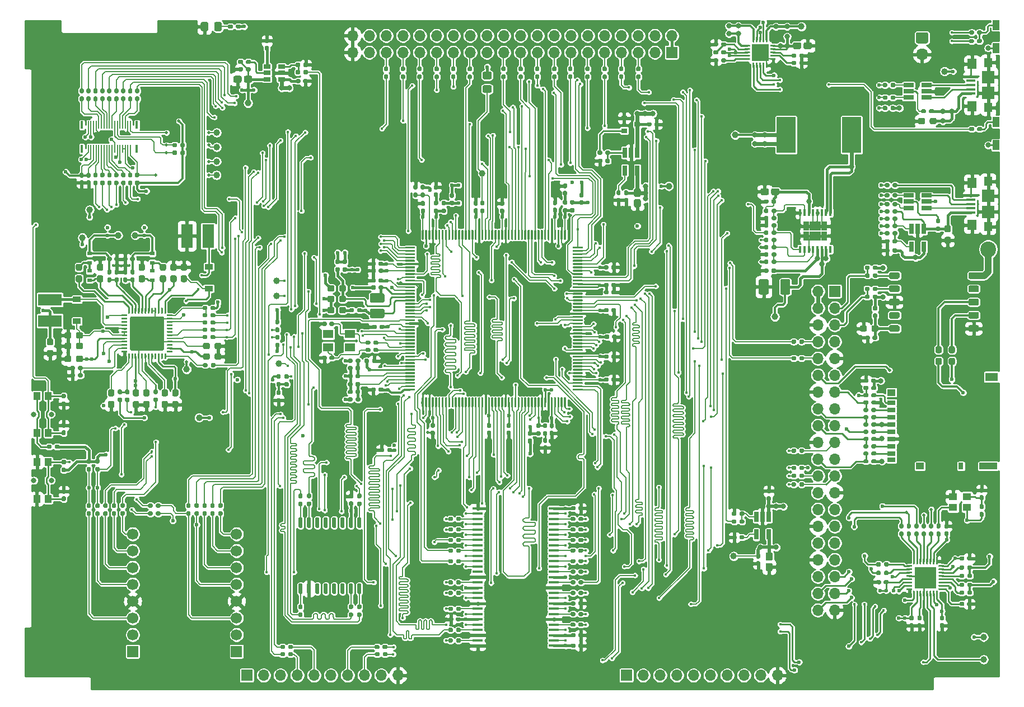
<source format=gbr>
%TF.GenerationSoftware,KiCad,Pcbnew,(5.1.7)-1*%
%TF.CreationDate,2020-11-09T10:12:46+09:00*%
%TF.ProjectId,FlightComputer,466c6967-6874-4436-9f6d-70757465722e,rev?*%
%TF.SameCoordinates,Original*%
%TF.FileFunction,Copper,L1,Top*%
%TF.FilePolarity,Positive*%
%FSLAX46Y46*%
G04 Gerber Fmt 4.6, Leading zero omitted, Abs format (unit mm)*
G04 Created by KiCad (PCBNEW (5.1.7)-1) date 2020-11-09 10:12:46*
%MOMM*%
%LPD*%
G01*
G04 APERTURE LIST*
%TA.AperFunction,SMDPad,CuDef*%
%ADD10R,1.510000X0.458000*%
%TD*%
%TA.AperFunction,SMDPad,CuDef*%
%ADD11R,0.650000X1.560000*%
%TD*%
%TA.AperFunction,ComponentPad*%
%ADD12R,1.700000X1.700000*%
%TD*%
%TA.AperFunction,ComponentPad*%
%ADD13C,1.700000*%
%TD*%
%TA.AperFunction,SMDPad,CuDef*%
%ADD14C,1.000000*%
%TD*%
%TA.AperFunction,SMDPad,CuDef*%
%ADD15R,1.600000X1.300000*%
%TD*%
%TA.AperFunction,SMDPad,CuDef*%
%ADD16R,0.895000X1.470000*%
%TD*%
%TA.AperFunction,SMDPad,CuDef*%
%ADD17R,0.450000X1.050000*%
%TD*%
%TA.AperFunction,SMDPad,CuDef*%
%ADD18R,3.600000X1.800000*%
%TD*%
%TA.AperFunction,SMDPad,CuDef*%
%ADD19R,1.800000X3.600000*%
%TD*%
%TA.AperFunction,SMDPad,CuDef*%
%ADD20R,1.000000X1.500000*%
%TD*%
%TA.AperFunction,SMDPad,CuDef*%
%ADD21R,2.500000X2.500000*%
%TD*%
%TA.AperFunction,SMDPad,CuDef*%
%ADD22R,2.900000X5.400000*%
%TD*%
%TA.AperFunction,SMDPad,CuDef*%
%ADD23R,1.300000X1.100000*%
%TD*%
%TA.AperFunction,SMDPad,CuDef*%
%ADD24R,1.400000X1.600000*%
%TD*%
%TA.AperFunction,SMDPad,CuDef*%
%ADD25R,1.900000X1.900000*%
%TD*%
%TA.AperFunction,SMDPad,CuDef*%
%ADD26R,1.300000X1.450000*%
%TD*%
%TA.AperFunction,SMDPad,CuDef*%
%ADD27R,1.400000X0.400000*%
%TD*%
%TA.AperFunction,SMDPad,CuDef*%
%ADD28R,1.560000X0.650000*%
%TD*%
%TA.AperFunction,SMDPad,CuDef*%
%ADD29R,1.060000X0.650000*%
%TD*%
%TA.AperFunction,SMDPad,CuDef*%
%ADD30R,0.900000X0.800000*%
%TD*%
%TA.AperFunction,ComponentPad*%
%ADD31C,0.500000*%
%TD*%
%TA.AperFunction,SMDPad,CuDef*%
%ADD32R,3.300000X3.300000*%
%TD*%
%TA.AperFunction,SMDPad,CuDef*%
%ADD33R,1.000000X1.200000*%
%TD*%
%TA.AperFunction,ComponentPad*%
%ADD34C,0.800000*%
%TD*%
%TA.AperFunction,ComponentPad*%
%ADD35O,1.700000X1.700000*%
%TD*%
%TA.AperFunction,ComponentPad*%
%ADD36O,1.850000X1.700000*%
%TD*%
%TA.AperFunction,SMDPad,CuDef*%
%ADD37R,1.900000X1.300000*%
%TD*%
%TA.AperFunction,SMDPad,CuDef*%
%ADD38R,2.800000X1.000000*%
%TD*%
%TA.AperFunction,SMDPad,CuDef*%
%ADD39R,0.800000X1.000000*%
%TD*%
%TA.AperFunction,SMDPad,CuDef*%
%ADD40R,1.200000X1.000000*%
%TD*%
%TA.AperFunction,SMDPad,CuDef*%
%ADD41R,1.200000X0.700000*%
%TD*%
%TA.AperFunction,SMDPad,CuDef*%
%ADD42R,0.400000X1.200000*%
%TD*%
%TA.AperFunction,SMDPad,CuDef*%
%ADD43R,0.160000X1.200000*%
%TD*%
%TA.AperFunction,ComponentPad*%
%ADD44C,2.400000*%
%TD*%
%TA.AperFunction,SMDPad,CuDef*%
%ADD45R,0.700000X0.600000*%
%TD*%
%TA.AperFunction,SMDPad,CuDef*%
%ADD46R,1.200000X0.900000*%
%TD*%
%TA.AperFunction,ViaPad*%
%ADD47C,0.450000*%
%TD*%
%TA.AperFunction,ViaPad*%
%ADD48C,0.600000*%
%TD*%
%TA.AperFunction,ViaPad*%
%ADD49C,0.800000*%
%TD*%
%TA.AperFunction,ViaPad*%
%ADD50C,0.500000*%
%TD*%
%TA.AperFunction,Conductor*%
%ADD51C,0.250000*%
%TD*%
%TA.AperFunction,Conductor*%
%ADD52C,0.200000*%
%TD*%
%TA.AperFunction,Conductor*%
%ADD53C,0.400000*%
%TD*%
%TA.AperFunction,Conductor*%
%ADD54C,0.300000*%
%TD*%
%TA.AperFunction,Conductor*%
%ADD55C,0.500000*%
%TD*%
%TA.AperFunction,Conductor*%
%ADD56C,0.600000*%
%TD*%
%TA.AperFunction,Conductor*%
%ADD57C,1.000000*%
%TD*%
%TA.AperFunction,Conductor*%
%ADD58C,0.254000*%
%TD*%
%TA.AperFunction,Conductor*%
%ADD59C,0.100000*%
%TD*%
G04 APERTURE END LIST*
D10*
%TO.P,U4,54*%
%TO.N,GND*%
X68800000Y-95025000D03*
%TO.P,U4,53*%
%TO.N,Net-(R84-Pad2)*%
X68800000Y-94225000D03*
%TO.P,U4,52*%
%TO.N,GND*%
X68800000Y-93425000D03*
%TO.P,U4,51*%
%TO.N,Net-(R83-Pad2)*%
X68800000Y-92625000D03*
%TO.P,U4,50*%
%TO.N,Net-(R82-Pad2)*%
X68800000Y-91825000D03*
%TO.P,U4,49*%
%TO.N,VCC_PERIH*%
X68800000Y-91025000D03*
%TO.P,U4,48*%
%TO.N,Net-(R80-Pad2)*%
X68800000Y-90225000D03*
%TO.P,U4,47*%
%TO.N,Net-(R77-Pad2)*%
X68800000Y-89425000D03*
%TO.P,U4,46*%
%TO.N,GND*%
X68800000Y-88625000D03*
%TO.P,U4,45*%
%TO.N,Net-(R73-Pad2)*%
X68800000Y-87825000D03*
%TO.P,U4,44*%
%TO.N,Net-(R70-Pad2)*%
X68800000Y-87025000D03*
%TO.P,U4,43*%
%TO.N,VCC_PERIH*%
X68800000Y-86225000D03*
%TO.P,U4,42*%
%TO.N,Net-(R67-Pad2)*%
X68800000Y-85425000D03*
%TO.P,U4,41*%
%TO.N,GND*%
X68800000Y-84625000D03*
%TO.P,U4,40*%
%TO.N,N/C*%
X68800000Y-83825000D03*
%TO.P,U4,39*%
%TO.N,Net-(R88-Pad1)*%
X68800000Y-83025000D03*
%TO.P,U4,38*%
%TO.N,Net-(R93-Pad1)*%
X68800000Y-82225000D03*
%TO.P,U4,37*%
%TO.N,Net-(R94-Pad1)*%
X68800000Y-81425000D03*
%TO.P,U4,36*%
%TO.N,Net-(R81-Pad1)*%
X68800000Y-80625000D03*
%TO.P,U4,35*%
%TO.N,Net-(R78-Pad1)*%
X68800000Y-79825000D03*
%TO.P,U4,34*%
%TO.N,Net-(R71-Pad1)*%
X68800000Y-79025000D03*
%TO.P,U4,33*%
%TO.N,Net-(R68-Pad1)*%
X68800000Y-78225000D03*
%TO.P,U4,32*%
%TO.N,Net-(R65-Pad1)*%
X68800000Y-77425000D03*
%TO.P,U4,31*%
%TO.N,Net-(R63-Pad1)*%
X68800000Y-76625000D03*
%TO.P,U4,30*%
%TO.N,Net-(R61-Pad1)*%
X68800000Y-75825000D03*
%TO.P,U4,29*%
%TO.N,Net-(R59-Pad1)*%
X68800000Y-75025000D03*
%TO.P,U4,28*%
%TO.N,GND*%
X68800000Y-74225000D03*
%TO.P,U4,27*%
%TO.N,VCC_PERIH*%
X80300000Y-74225000D03*
%TO.P,U4,26*%
%TO.N,Net-(R57-Pad1)*%
X80300000Y-75025000D03*
%TO.P,U4,25*%
%TO.N,Net-(R55-Pad1)*%
X80300000Y-75825000D03*
%TO.P,U4,24*%
%TO.N,Net-(R53-Pad1)*%
X80300000Y-76625000D03*
%TO.P,U4,23*%
%TO.N,Net-(R51-Pad1)*%
X80300000Y-77425000D03*
%TO.P,U4,22*%
%TO.N,Net-(R74-Pad1)*%
X80300000Y-78225000D03*
%TO.P,U4,21*%
%TO.N,Net-(R86-Pad1)*%
X80300000Y-79025000D03*
%TO.P,U4,20*%
%TO.N,Net-(R85-Pad1)*%
X80300000Y-79825000D03*
%TO.P,U4,19*%
%TO.N,Net-(R92-Pad1)*%
X80300000Y-80625000D03*
%TO.P,U4,18*%
%TO.N,Net-(R91-Pad1)*%
X80300000Y-81425000D03*
%TO.P,U4,17*%
%TO.N,Net-(R90-Pad1)*%
X80300000Y-82225000D03*
%TO.P,U4,16*%
%TO.N,Net-(R89-Pad1)*%
X80300000Y-83025000D03*
%TO.P,U4,15*%
%TO.N,Net-(R87-Pad1)*%
X80300000Y-83825000D03*
%TO.P,U4,14*%
%TO.N,VCC_PERIH*%
X80300000Y-84625000D03*
%TO.P,U4,13*%
%TO.N,Net-(R64-Pad2)*%
X80300000Y-85425000D03*
%TO.P,U4,12*%
%TO.N,GND*%
X80300000Y-86225000D03*
%TO.P,U4,11*%
%TO.N,Net-(R62-Pad2)*%
X80300000Y-87025000D03*
%TO.P,U4,10*%
%TO.N,Net-(R60-Pad2)*%
X80300000Y-87825000D03*
%TO.P,U4,9*%
%TO.N,VCC_PERIH*%
X80300000Y-88625000D03*
%TO.P,U4,8*%
%TO.N,Net-(R58-Pad2)*%
X80300000Y-89425000D03*
%TO.P,U4,7*%
%TO.N,Net-(R56-Pad2)*%
X80300000Y-90225000D03*
%TO.P,U4,6*%
%TO.N,GND*%
X80300000Y-91025000D03*
%TO.P,U4,5*%
%TO.N,Net-(R54-Pad2)*%
X80300000Y-91825000D03*
%TO.P,U4,4*%
%TO.N,Net-(R52-Pad2)*%
X80300000Y-92625000D03*
%TO.P,U4,3*%
%TO.N,VCC_PERIH*%
X80300000Y-93425000D03*
%TO.P,U4,2*%
%TO.N,Net-(R50-Pad2)*%
X80300000Y-94225000D03*
%TO.P,U4,1*%
%TO.N,VCC_PERIH*%
X80300000Y-95025000D03*
%TD*%
%TO.P,U13,176*%
%TO.N,VCC_MCU*%
%TA.AperFunction,SMDPad,CuDef*%
G36*
G01*
X60350000Y-33500000D02*
X60350000Y-32150000D01*
G75*
G02*
X60425000Y-32075000I75000J0D01*
G01*
X60575000Y-32075000D01*
G75*
G02*
X60650000Y-32150000I0J-75000D01*
G01*
X60650000Y-33500000D01*
G75*
G02*
X60575000Y-33575000I-75000J0D01*
G01*
X60425000Y-33575000D01*
G75*
G02*
X60350000Y-33500000I0J75000D01*
G01*
G37*
%TD.AperFunction*%
%TO.P,U13,175*%
%TO.N,/MCU/MCU_POWER/VDDLDO*%
%TA.AperFunction,SMDPad,CuDef*%
G36*
G01*
X60850000Y-33500000D02*
X60850000Y-32150000D01*
G75*
G02*
X60925000Y-32075000I75000J0D01*
G01*
X61075000Y-32075000D01*
G75*
G02*
X61150000Y-32150000I0J-75000D01*
G01*
X61150000Y-33500000D01*
G75*
G02*
X61075000Y-33575000I-75000J0D01*
G01*
X60925000Y-33575000D01*
G75*
G02*
X60850000Y-33500000I0J75000D01*
G01*
G37*
%TD.AperFunction*%
%TO.P,U13,174*%
%TO.N,Net-(R184-Pad2)*%
%TA.AperFunction,SMDPad,CuDef*%
G36*
G01*
X61350000Y-33500000D02*
X61350000Y-32150000D01*
G75*
G02*
X61425000Y-32075000I75000J0D01*
G01*
X61575000Y-32075000D01*
G75*
G02*
X61650000Y-32150000I0J-75000D01*
G01*
X61650000Y-33500000D01*
G75*
G02*
X61575000Y-33575000I-75000J0D01*
G01*
X61425000Y-33575000D01*
G75*
G02*
X61350000Y-33500000I0J75000D01*
G01*
G37*
%TD.AperFunction*%
%TO.P,U13,173*%
%TO.N,GND*%
%TA.AperFunction,SMDPad,CuDef*%
G36*
G01*
X61850000Y-33500000D02*
X61850000Y-32150000D01*
G75*
G02*
X61925000Y-32075000I75000J0D01*
G01*
X62075000Y-32075000D01*
G75*
G02*
X62150000Y-32150000I0J-75000D01*
G01*
X62150000Y-33500000D01*
G75*
G02*
X62075000Y-33575000I-75000J0D01*
G01*
X61925000Y-33575000D01*
G75*
G02*
X61850000Y-33500000I0J75000D01*
G01*
G37*
%TD.AperFunction*%
%TO.P,U13,172*%
%TO.N,/MCU/MCU_POWER/VCAP*%
%TA.AperFunction,SMDPad,CuDef*%
G36*
G01*
X62350000Y-33500000D02*
X62350000Y-32150000D01*
G75*
G02*
X62425000Y-32075000I75000J0D01*
G01*
X62575000Y-32075000D01*
G75*
G02*
X62650000Y-32150000I0J-75000D01*
G01*
X62650000Y-33500000D01*
G75*
G02*
X62575000Y-33575000I-75000J0D01*
G01*
X62425000Y-33575000D01*
G75*
G02*
X62350000Y-33500000I0J75000D01*
G01*
G37*
%TD.AperFunction*%
%TO.P,U13,171*%
%TO.N,/MCU/FMC_nBL1*%
%TA.AperFunction,SMDPad,CuDef*%
G36*
G01*
X62850000Y-33500000D02*
X62850000Y-32150000D01*
G75*
G02*
X62925000Y-32075000I75000J0D01*
G01*
X63075000Y-32075000D01*
G75*
G02*
X63150000Y-32150000I0J-75000D01*
G01*
X63150000Y-33500000D01*
G75*
G02*
X63075000Y-33575000I-75000J0D01*
G01*
X62925000Y-33575000D01*
G75*
G02*
X62850000Y-33500000I0J75000D01*
G01*
G37*
%TD.AperFunction*%
%TO.P,U13,170*%
%TO.N,/MCU/FMC_nBL0*%
%TA.AperFunction,SMDPad,CuDef*%
G36*
G01*
X63350000Y-33500000D02*
X63350000Y-32150000D01*
G75*
G02*
X63425000Y-32075000I75000J0D01*
G01*
X63575000Y-32075000D01*
G75*
G02*
X63650000Y-32150000I0J-75000D01*
G01*
X63650000Y-33500000D01*
G75*
G02*
X63575000Y-33575000I-75000J0D01*
G01*
X63425000Y-33575000D01*
G75*
G02*
X63350000Y-33500000I0J75000D01*
G01*
G37*
%TD.AperFunction*%
%TO.P,U13,169*%
%TO.N,/MCU/PWR_5V_EN*%
%TA.AperFunction,SMDPad,CuDef*%
G36*
G01*
X63850000Y-33500000D02*
X63850000Y-32150000D01*
G75*
G02*
X63925000Y-32075000I75000J0D01*
G01*
X64075000Y-32075000D01*
G75*
G02*
X64150000Y-32150000I0J-75000D01*
G01*
X64150000Y-33500000D01*
G75*
G02*
X64075000Y-33575000I-75000J0D01*
G01*
X63925000Y-33575000D01*
G75*
G02*
X63850000Y-33500000I0J75000D01*
G01*
G37*
%TD.AperFunction*%
%TO.P,U13,168*%
%TO.N,/EINK-PMIC/EPD_PMIC_SCL*%
%TA.AperFunction,SMDPad,CuDef*%
G36*
G01*
X64350000Y-33500000D02*
X64350000Y-32150000D01*
G75*
G02*
X64425000Y-32075000I75000J0D01*
G01*
X64575000Y-32075000D01*
G75*
G02*
X64650000Y-32150000I0J-75000D01*
G01*
X64650000Y-33500000D01*
G75*
G02*
X64575000Y-33575000I-75000J0D01*
G01*
X64425000Y-33575000D01*
G75*
G02*
X64350000Y-33500000I0J75000D01*
G01*
G37*
%TD.AperFunction*%
%TO.P,U13,167*%
%TO.N,/MCU/BOOT0*%
%TA.AperFunction,SMDPad,CuDef*%
G36*
G01*
X64850000Y-33500000D02*
X64850000Y-32150000D01*
G75*
G02*
X64925000Y-32075000I75000J0D01*
G01*
X65075000Y-32075000D01*
G75*
G02*
X65150000Y-32150000I0J-75000D01*
G01*
X65150000Y-33500000D01*
G75*
G02*
X65075000Y-33575000I-75000J0D01*
G01*
X64925000Y-33575000D01*
G75*
G02*
X64850000Y-33500000I0J75000D01*
G01*
G37*
%TD.AperFunction*%
%TO.P,U13,166*%
%TO.N,/EINK-PMIC/EPD_PMIC_SDA*%
%TA.AperFunction,SMDPad,CuDef*%
G36*
G01*
X65350000Y-33500000D02*
X65350000Y-32150000D01*
G75*
G02*
X65425000Y-32075000I75000J0D01*
G01*
X65575000Y-32075000D01*
G75*
G02*
X65650000Y-32150000I0J-75000D01*
G01*
X65650000Y-33500000D01*
G75*
G02*
X65575000Y-33575000I-75000J0D01*
G01*
X65425000Y-33575000D01*
G75*
G02*
X65350000Y-33500000I0J75000D01*
G01*
G37*
%TD.AperFunction*%
%TO.P,U13,165*%
%TO.N,/MCU/FMC_nE1*%
%TA.AperFunction,SMDPad,CuDef*%
G36*
G01*
X65850000Y-33500000D02*
X65850000Y-32150000D01*
G75*
G02*
X65925000Y-32075000I75000J0D01*
G01*
X66075000Y-32075000D01*
G75*
G02*
X66150000Y-32150000I0J-75000D01*
G01*
X66150000Y-33500000D01*
G75*
G02*
X66075000Y-33575000I-75000J0D01*
G01*
X65925000Y-33575000D01*
G75*
G02*
X65850000Y-33500000I0J75000D01*
G01*
G37*
%TD.AperFunction*%
%TO.P,U13,164*%
%TO.N,/MCU/FMC_CKE1*%
%TA.AperFunction,SMDPad,CuDef*%
G36*
G01*
X66350000Y-33500000D02*
X66350000Y-32150000D01*
G75*
G02*
X66425000Y-32075000I75000J0D01*
G01*
X66575000Y-32075000D01*
G75*
G02*
X66650000Y-32150000I0J-75000D01*
G01*
X66650000Y-33500000D01*
G75*
G02*
X66575000Y-33575000I-75000J0D01*
G01*
X66425000Y-33575000D01*
G75*
G02*
X66350000Y-33500000I0J75000D01*
G01*
G37*
%TD.AperFunction*%
%TO.P,U13,163*%
%TO.N,/DEBUG/DEBUG_nJTRST*%
%TA.AperFunction,SMDPad,CuDef*%
G36*
G01*
X66850000Y-33500000D02*
X66850000Y-32150000D01*
G75*
G02*
X66925000Y-32075000I75000J0D01*
G01*
X67075000Y-32075000D01*
G75*
G02*
X67150000Y-32150000I0J-75000D01*
G01*
X67150000Y-33500000D01*
G75*
G02*
X67075000Y-33575000I-75000J0D01*
G01*
X66925000Y-33575000D01*
G75*
G02*
X66850000Y-33500000I0J75000D01*
G01*
G37*
%TD.AperFunction*%
%TO.P,U13,162*%
%TO.N,/DEBUG/DEBUG_JTDO-SWO*%
%TA.AperFunction,SMDPad,CuDef*%
G36*
G01*
X67350000Y-33500000D02*
X67350000Y-32150000D01*
G75*
G02*
X67425000Y-32075000I75000J0D01*
G01*
X67575000Y-32075000D01*
G75*
G02*
X67650000Y-32150000I0J-75000D01*
G01*
X67650000Y-33500000D01*
G75*
G02*
X67575000Y-33575000I-75000J0D01*
G01*
X67425000Y-33575000D01*
G75*
G02*
X67350000Y-33500000I0J75000D01*
G01*
G37*
%TD.AperFunction*%
%TO.P,U13,161*%
%TO.N,/MCU/FMC_nCAS*%
%TA.AperFunction,SMDPad,CuDef*%
G36*
G01*
X67850000Y-33500000D02*
X67850000Y-32150000D01*
G75*
G02*
X67925000Y-32075000I75000J0D01*
G01*
X68075000Y-32075000D01*
G75*
G02*
X68150000Y-32150000I0J-75000D01*
G01*
X68150000Y-33500000D01*
G75*
G02*
X68075000Y-33575000I-75000J0D01*
G01*
X67925000Y-33575000D01*
G75*
G02*
X67850000Y-33500000I0J75000D01*
G01*
G37*
%TD.AperFunction*%
%TO.P,U13,160*%
%TO.N,VCC_MCU*%
%TA.AperFunction,SMDPad,CuDef*%
G36*
G01*
X68350000Y-33500000D02*
X68350000Y-32150000D01*
G75*
G02*
X68425000Y-32075000I75000J0D01*
G01*
X68575000Y-32075000D01*
G75*
G02*
X68650000Y-32150000I0J-75000D01*
G01*
X68650000Y-33500000D01*
G75*
G02*
X68575000Y-33575000I-75000J0D01*
G01*
X68425000Y-33575000D01*
G75*
G02*
X68350000Y-33500000I0J75000D01*
G01*
G37*
%TD.AperFunction*%
%TO.P,U13,159*%
%TO.N,GND*%
%TA.AperFunction,SMDPad,CuDef*%
G36*
G01*
X68850000Y-33500000D02*
X68850000Y-32150000D01*
G75*
G02*
X68925000Y-32075000I75000J0D01*
G01*
X69075000Y-32075000D01*
G75*
G02*
X69150000Y-32150000I0J-75000D01*
G01*
X69150000Y-33500000D01*
G75*
G02*
X69075000Y-33575000I-75000J0D01*
G01*
X68925000Y-33575000D01*
G75*
G02*
X68850000Y-33500000I0J75000D01*
G01*
G37*
%TD.AperFunction*%
%TO.P,U13,158*%
%TO.N,/MCU/PWR_EXTRA_EN*%
%TA.AperFunction,SMDPad,CuDef*%
G36*
G01*
X69350000Y-33500000D02*
X69350000Y-32150000D01*
G75*
G02*
X69425000Y-32075000I75000J0D01*
G01*
X69575000Y-32075000D01*
G75*
G02*
X69650000Y-32150000I0J-75000D01*
G01*
X69650000Y-33500000D01*
G75*
G02*
X69575000Y-33575000I-75000J0D01*
G01*
X69425000Y-33575000D01*
G75*
G02*
X69350000Y-33500000I0J75000D01*
G01*
G37*
%TD.AperFunction*%
%TO.P,U13,157*%
%TO.N,/EINK-PMIC/EPD_PMIC_nINT*%
%TA.AperFunction,SMDPad,CuDef*%
G36*
G01*
X69850000Y-33500000D02*
X69850000Y-32150000D01*
G75*
G02*
X69925000Y-32075000I75000J0D01*
G01*
X70075000Y-32075000D01*
G75*
G02*
X70150000Y-32150000I0J-75000D01*
G01*
X70150000Y-33500000D01*
G75*
G02*
X70075000Y-33575000I-75000J0D01*
G01*
X69925000Y-33575000D01*
G75*
G02*
X69850000Y-33500000I0J75000D01*
G01*
G37*
%TD.AperFunction*%
%TO.P,U13,156*%
%TO.N,/EINK-PMIC/EPD_PMIC_PWR_GOOD*%
%TA.AperFunction,SMDPad,CuDef*%
G36*
G01*
X70350000Y-33500000D02*
X70350000Y-32150000D01*
G75*
G02*
X70425000Y-32075000I75000J0D01*
G01*
X70575000Y-32075000D01*
G75*
G02*
X70650000Y-32150000I0J-75000D01*
G01*
X70650000Y-33500000D01*
G75*
G02*
X70575000Y-33575000I-75000J0D01*
G01*
X70425000Y-33575000D01*
G75*
G02*
X70350000Y-33500000I0J75000D01*
G01*
G37*
%TD.AperFunction*%
%TO.P,U13,155*%
%TO.N,/EINK-PMIC/EPD_PMIC_PWRUP*%
%TA.AperFunction,SMDPad,CuDef*%
G36*
G01*
X70850000Y-33500000D02*
X70850000Y-32150000D01*
G75*
G02*
X70925000Y-32075000I75000J0D01*
G01*
X71075000Y-32075000D01*
G75*
G02*
X71150000Y-32150000I0J-75000D01*
G01*
X71150000Y-33500000D01*
G75*
G02*
X71075000Y-33575000I-75000J0D01*
G01*
X70925000Y-33575000D01*
G75*
G02*
X70850000Y-33500000I0J75000D01*
G01*
G37*
%TD.AperFunction*%
%TO.P,U13,154*%
%TO.N,/EINK-PMIC/EPD_PMIC_WAKEUP*%
%TA.AperFunction,SMDPad,CuDef*%
G36*
G01*
X71350000Y-33500000D02*
X71350000Y-32150000D01*
G75*
G02*
X71425000Y-32075000I75000J0D01*
G01*
X71575000Y-32075000D01*
G75*
G02*
X71650000Y-32150000I0J-75000D01*
G01*
X71650000Y-33500000D01*
G75*
G02*
X71575000Y-33575000I-75000J0D01*
G01*
X71425000Y-33575000D01*
G75*
G02*
X71350000Y-33500000I0J75000D01*
G01*
G37*
%TD.AperFunction*%
%TO.P,U13,153*%
%TO.N,/EINK-PMIC/EPD_PMIC_VCOM*%
%TA.AperFunction,SMDPad,CuDef*%
G36*
G01*
X71850000Y-33500000D02*
X71850000Y-32150000D01*
G75*
G02*
X71925000Y-32075000I75000J0D01*
G01*
X72075000Y-32075000D01*
G75*
G02*
X72150000Y-32150000I0J-75000D01*
G01*
X72150000Y-33500000D01*
G75*
G02*
X72075000Y-33575000I-75000J0D01*
G01*
X71925000Y-33575000D01*
G75*
G02*
X71850000Y-33500000I0J75000D01*
G01*
G37*
%TD.AperFunction*%
%TO.P,U13,152*%
%TO.N,VCC_MCU*%
%TA.AperFunction,SMDPad,CuDef*%
G36*
G01*
X72350000Y-33500000D02*
X72350000Y-32150000D01*
G75*
G02*
X72425000Y-32075000I75000J0D01*
G01*
X72575000Y-32075000D01*
G75*
G02*
X72650000Y-32150000I0J-75000D01*
G01*
X72650000Y-33500000D01*
G75*
G02*
X72575000Y-33575000I-75000J0D01*
G01*
X72425000Y-33575000D01*
G75*
G02*
X72350000Y-33500000I0J75000D01*
G01*
G37*
%TD.AperFunction*%
%TO.P,U13,151*%
%TO.N,GND*%
%TA.AperFunction,SMDPad,CuDef*%
G36*
G01*
X72850000Y-33500000D02*
X72850000Y-32150000D01*
G75*
G02*
X72925000Y-32075000I75000J0D01*
G01*
X73075000Y-32075000D01*
G75*
G02*
X73150000Y-32150000I0J-75000D01*
G01*
X73150000Y-33500000D01*
G75*
G02*
X73075000Y-33575000I-75000J0D01*
G01*
X72925000Y-33575000D01*
G75*
G02*
X72850000Y-33500000I0J75000D01*
G01*
G37*
%TD.AperFunction*%
%TO.P,U13,150*%
%TO.N,/EINK-PMIC/EPD_D5*%
%TA.AperFunction,SMDPad,CuDef*%
G36*
G01*
X73350000Y-33500000D02*
X73350000Y-32150000D01*
G75*
G02*
X73425000Y-32075000I75000J0D01*
G01*
X73575000Y-32075000D01*
G75*
G02*
X73650000Y-32150000I0J-75000D01*
G01*
X73650000Y-33500000D01*
G75*
G02*
X73575000Y-33575000I-75000J0D01*
G01*
X73425000Y-33575000D01*
G75*
G02*
X73350000Y-33500000I0J75000D01*
G01*
G37*
%TD.AperFunction*%
%TO.P,U13,149*%
%TO.N,/EINK-PMIC/EPD_D4*%
%TA.AperFunction,SMDPad,CuDef*%
G36*
G01*
X73850000Y-33500000D02*
X73850000Y-32150000D01*
G75*
G02*
X73925000Y-32075000I75000J0D01*
G01*
X74075000Y-32075000D01*
G75*
G02*
X74150000Y-32150000I0J-75000D01*
G01*
X74150000Y-33500000D01*
G75*
G02*
X74075000Y-33575000I-75000J0D01*
G01*
X73925000Y-33575000D01*
G75*
G02*
X73850000Y-33500000I0J75000D01*
G01*
G37*
%TD.AperFunction*%
%TO.P,U13,148*%
%TO.N,/EINK-PMIC/EPD_D3*%
%TA.AperFunction,SMDPad,CuDef*%
G36*
G01*
X74350000Y-33500000D02*
X74350000Y-32150000D01*
G75*
G02*
X74425000Y-32075000I75000J0D01*
G01*
X74575000Y-32075000D01*
G75*
G02*
X74650000Y-32150000I0J-75000D01*
G01*
X74650000Y-33500000D01*
G75*
G02*
X74575000Y-33575000I-75000J0D01*
G01*
X74425000Y-33575000D01*
G75*
G02*
X74350000Y-33500000I0J75000D01*
G01*
G37*
%TD.AperFunction*%
%TO.P,U13,147*%
%TO.N,/EINK-PMIC/EPD_D2*%
%TA.AperFunction,SMDPad,CuDef*%
G36*
G01*
X74850000Y-33500000D02*
X74850000Y-32150000D01*
G75*
G02*
X74925000Y-32075000I75000J0D01*
G01*
X75075000Y-32075000D01*
G75*
G02*
X75150000Y-32150000I0J-75000D01*
G01*
X75150000Y-33500000D01*
G75*
G02*
X75075000Y-33575000I-75000J0D01*
G01*
X74925000Y-33575000D01*
G75*
G02*
X74850000Y-33500000I0J75000D01*
G01*
G37*
%TD.AperFunction*%
%TO.P,U13,146*%
%TO.N,/EINK-PMIC/EPD_D1*%
%TA.AperFunction,SMDPad,CuDef*%
G36*
G01*
X75350000Y-33500000D02*
X75350000Y-32150000D01*
G75*
G02*
X75425000Y-32075000I75000J0D01*
G01*
X75575000Y-32075000D01*
G75*
G02*
X75650000Y-32150000I0J-75000D01*
G01*
X75650000Y-33500000D01*
G75*
G02*
X75575000Y-33575000I-75000J0D01*
G01*
X75425000Y-33575000D01*
G75*
G02*
X75350000Y-33500000I0J75000D01*
G01*
G37*
%TD.AperFunction*%
%TO.P,U13,145*%
%TO.N,/EINK-PMIC/EPD_D0*%
%TA.AperFunction,SMDPad,CuDef*%
G36*
G01*
X75850000Y-33500000D02*
X75850000Y-32150000D01*
G75*
G02*
X75925000Y-32075000I75000J0D01*
G01*
X76075000Y-32075000D01*
G75*
G02*
X76150000Y-32150000I0J-75000D01*
G01*
X76150000Y-33500000D01*
G75*
G02*
X76075000Y-33575000I-75000J0D01*
G01*
X75925000Y-33575000D01*
G75*
G02*
X75850000Y-33500000I0J75000D01*
G01*
G37*
%TD.AperFunction*%
%TO.P,U13,144*%
%TO.N,/MCU/FMC_D3*%
%TA.AperFunction,SMDPad,CuDef*%
G36*
G01*
X76350000Y-33500000D02*
X76350000Y-32150000D01*
G75*
G02*
X76425000Y-32075000I75000J0D01*
G01*
X76575000Y-32075000D01*
G75*
G02*
X76650000Y-32150000I0J-75000D01*
G01*
X76650000Y-33500000D01*
G75*
G02*
X76575000Y-33575000I-75000J0D01*
G01*
X76425000Y-33575000D01*
G75*
G02*
X76350000Y-33500000I0J75000D01*
G01*
G37*
%TD.AperFunction*%
%TO.P,U13,143*%
%TO.N,/MCU/FMC_D2*%
%TA.AperFunction,SMDPad,CuDef*%
G36*
G01*
X76850000Y-33500000D02*
X76850000Y-32150000D01*
G75*
G02*
X76925000Y-32075000I75000J0D01*
G01*
X77075000Y-32075000D01*
G75*
G02*
X77150000Y-32150000I0J-75000D01*
G01*
X77150000Y-33500000D01*
G75*
G02*
X77075000Y-33575000I-75000J0D01*
G01*
X76925000Y-33575000D01*
G75*
G02*
X76850000Y-33500000I0J75000D01*
G01*
G37*
%TD.AperFunction*%
%TO.P,U13,142*%
%TO.N,/MCU/USB_FS_VBUS*%
%TA.AperFunction,SMDPad,CuDef*%
G36*
G01*
X77350000Y-33500000D02*
X77350000Y-32150000D01*
G75*
G02*
X77425000Y-32075000I75000J0D01*
G01*
X77575000Y-32075000D01*
G75*
G02*
X77650000Y-32150000I0J-75000D01*
G01*
X77650000Y-33500000D01*
G75*
G02*
X77575000Y-33575000I-75000J0D01*
G01*
X77425000Y-33575000D01*
G75*
G02*
X77350000Y-33500000I0J75000D01*
G01*
G37*
%TD.AperFunction*%
%TO.P,U13,141*%
%TO.N,/VARIO_RX*%
%TA.AperFunction,SMDPad,CuDef*%
G36*
G01*
X77850000Y-33500000D02*
X77850000Y-32150000D01*
G75*
G02*
X77925000Y-32075000I75000J0D01*
G01*
X78075000Y-32075000D01*
G75*
G02*
X78150000Y-32150000I0J-75000D01*
G01*
X78150000Y-33500000D01*
G75*
G02*
X78075000Y-33575000I-75000J0D01*
G01*
X77925000Y-33575000D01*
G75*
G02*
X77850000Y-33500000I0J75000D01*
G01*
G37*
%TD.AperFunction*%
%TO.P,U13,140*%
%TO.N,/VARIO_TX*%
%TA.AperFunction,SMDPad,CuDef*%
G36*
G01*
X78350000Y-33500000D02*
X78350000Y-32150000D01*
G75*
G02*
X78425000Y-32075000I75000J0D01*
G01*
X78575000Y-32075000D01*
G75*
G02*
X78650000Y-32150000I0J-75000D01*
G01*
X78650000Y-33500000D01*
G75*
G02*
X78575000Y-33575000I-75000J0D01*
G01*
X78425000Y-33575000D01*
G75*
G02*
X78350000Y-33500000I0J75000D01*
G01*
G37*
%TD.AperFunction*%
%TO.P,U13,139*%
%TO.N,/DEBUG/DEBUG_JTDI*%
%TA.AperFunction,SMDPad,CuDef*%
G36*
G01*
X78850000Y-33500000D02*
X78850000Y-32150000D01*
G75*
G02*
X78925000Y-32075000I75000J0D01*
G01*
X79075000Y-32075000D01*
G75*
G02*
X79150000Y-32150000I0J-75000D01*
G01*
X79150000Y-33500000D01*
G75*
G02*
X79075000Y-33575000I-75000J0D01*
G01*
X78925000Y-33575000D01*
G75*
G02*
X78850000Y-33500000I0J75000D01*
G01*
G37*
%TD.AperFunction*%
%TO.P,U13,138*%
%TO.N,/DEBUG/DEBUG_JTCK-SWCLK*%
%TA.AperFunction,SMDPad,CuDef*%
G36*
G01*
X79350000Y-33500000D02*
X79350000Y-32150000D01*
G75*
G02*
X79425000Y-32075000I75000J0D01*
G01*
X79575000Y-32075000D01*
G75*
G02*
X79650000Y-32150000I0J-75000D01*
G01*
X79650000Y-33500000D01*
G75*
G02*
X79575000Y-33575000I-75000J0D01*
G01*
X79425000Y-33575000D01*
G75*
G02*
X79350000Y-33500000I0J75000D01*
G01*
G37*
%TD.AperFunction*%
%TO.P,U13,137*%
%TO.N,GND*%
%TA.AperFunction,SMDPad,CuDef*%
G36*
G01*
X79850000Y-33500000D02*
X79850000Y-32150000D01*
G75*
G02*
X79925000Y-32075000I75000J0D01*
G01*
X80075000Y-32075000D01*
G75*
G02*
X80150000Y-32150000I0J-75000D01*
G01*
X80150000Y-33500000D01*
G75*
G02*
X80075000Y-33575000I-75000J0D01*
G01*
X79925000Y-33575000D01*
G75*
G02*
X79850000Y-33500000I0J75000D01*
G01*
G37*
%TD.AperFunction*%
%TO.P,U13,136*%
%TO.N,VCC_MCU*%
%TA.AperFunction,SMDPad,CuDef*%
G36*
G01*
X80350000Y-33500000D02*
X80350000Y-32150000D01*
G75*
G02*
X80425000Y-32075000I75000J0D01*
G01*
X80575000Y-32075000D01*
G75*
G02*
X80650000Y-32150000I0J-75000D01*
G01*
X80650000Y-33500000D01*
G75*
G02*
X80575000Y-33575000I-75000J0D01*
G01*
X80425000Y-33575000D01*
G75*
G02*
X80350000Y-33500000I0J75000D01*
G01*
G37*
%TD.AperFunction*%
%TO.P,U13,135*%
%TO.N,/MCU/MCU_POWER/VDDLDO*%
%TA.AperFunction,SMDPad,CuDef*%
G36*
G01*
X80850000Y-33500000D02*
X80850000Y-32150000D01*
G75*
G02*
X80925000Y-32075000I75000J0D01*
G01*
X81075000Y-32075000D01*
G75*
G02*
X81150000Y-32150000I0J-75000D01*
G01*
X81150000Y-33500000D01*
G75*
G02*
X81075000Y-33575000I-75000J0D01*
G01*
X80925000Y-33575000D01*
G75*
G02*
X80850000Y-33500000I0J75000D01*
G01*
G37*
%TD.AperFunction*%
%TO.P,U13,134*%
%TO.N,GND*%
%TA.AperFunction,SMDPad,CuDef*%
G36*
G01*
X81350000Y-33500000D02*
X81350000Y-32150000D01*
G75*
G02*
X81425000Y-32075000I75000J0D01*
G01*
X81575000Y-32075000D01*
G75*
G02*
X81650000Y-32150000I0J-75000D01*
G01*
X81650000Y-33500000D01*
G75*
G02*
X81575000Y-33575000I-75000J0D01*
G01*
X81425000Y-33575000D01*
G75*
G02*
X81350000Y-33500000I0J75000D01*
G01*
G37*
%TD.AperFunction*%
%TO.P,U13,133*%
%TO.N,/MCU/MCU_POWER/VCAP*%
%TA.AperFunction,SMDPad,CuDef*%
G36*
G01*
X81850000Y-33500000D02*
X81850000Y-32150000D01*
G75*
G02*
X81925000Y-32075000I75000J0D01*
G01*
X82075000Y-32075000D01*
G75*
G02*
X82150000Y-32150000I0J-75000D01*
G01*
X82150000Y-33500000D01*
G75*
G02*
X82075000Y-33575000I-75000J0D01*
G01*
X81925000Y-33575000D01*
G75*
G02*
X81850000Y-33500000I0J75000D01*
G01*
G37*
%TD.AperFunction*%
%TO.P,U13,132*%
%TO.N,/DEBUG/DEBUG_JMS-SWDIO*%
%TA.AperFunction,SMDPad,CuDef*%
G36*
G01*
X83175000Y-34825000D02*
X83175000Y-34675000D01*
G75*
G02*
X83250000Y-34600000I75000J0D01*
G01*
X84600000Y-34600000D01*
G75*
G02*
X84675000Y-34675000I0J-75000D01*
G01*
X84675000Y-34825000D01*
G75*
G02*
X84600000Y-34900000I-75000J0D01*
G01*
X83250000Y-34900000D01*
G75*
G02*
X83175000Y-34825000I0J75000D01*
G01*
G37*
%TD.AperFunction*%
%TO.P,U13,131*%
%TO.N,/MCU/USB_FS_DP*%
%TA.AperFunction,SMDPad,CuDef*%
G36*
G01*
X83175000Y-35325000D02*
X83175000Y-35175000D01*
G75*
G02*
X83250000Y-35100000I75000J0D01*
G01*
X84600000Y-35100000D01*
G75*
G02*
X84675000Y-35175000I0J-75000D01*
G01*
X84675000Y-35325000D01*
G75*
G02*
X84600000Y-35400000I-75000J0D01*
G01*
X83250000Y-35400000D01*
G75*
G02*
X83175000Y-35325000I0J75000D01*
G01*
G37*
%TD.AperFunction*%
%TO.P,U13,130*%
%TO.N,/MCU/USB_FS_DN*%
%TA.AperFunction,SMDPad,CuDef*%
G36*
G01*
X83175000Y-35825000D02*
X83175000Y-35675000D01*
G75*
G02*
X83250000Y-35600000I75000J0D01*
G01*
X84600000Y-35600000D01*
G75*
G02*
X84675000Y-35675000I0J-75000D01*
G01*
X84675000Y-35825000D01*
G75*
G02*
X84600000Y-35900000I-75000J0D01*
G01*
X83250000Y-35900000D01*
G75*
G02*
X83175000Y-35825000I0J75000D01*
G01*
G37*
%TD.AperFunction*%
%TO.P,U13,129*%
%TO.N,/Vario/DEBUG_TX*%
%TA.AperFunction,SMDPad,CuDef*%
G36*
G01*
X83175000Y-36325000D02*
X83175000Y-36175000D01*
G75*
G02*
X83250000Y-36100000I75000J0D01*
G01*
X84600000Y-36100000D01*
G75*
G02*
X84675000Y-36175000I0J-75000D01*
G01*
X84675000Y-36325000D01*
G75*
G02*
X84600000Y-36400000I-75000J0D01*
G01*
X83250000Y-36400000D01*
G75*
G02*
X83175000Y-36325000I0J75000D01*
G01*
G37*
%TD.AperFunction*%
%TO.P,U13,128*%
%TO.N,/Vario/DEBUG_RX*%
%TA.AperFunction,SMDPad,CuDef*%
G36*
G01*
X83175000Y-36825000D02*
X83175000Y-36675000D01*
G75*
G02*
X83250000Y-36600000I75000J0D01*
G01*
X84600000Y-36600000D01*
G75*
G02*
X84675000Y-36675000I0J-75000D01*
G01*
X84675000Y-36825000D01*
G75*
G02*
X84600000Y-36900000I-75000J0D01*
G01*
X83250000Y-36900000D01*
G75*
G02*
X83175000Y-36825000I0J75000D01*
G01*
G37*
%TD.AperFunction*%
%TO.P,U13,127*%
%TO.N,/MCU/USB_HS_OVCR*%
%TA.AperFunction,SMDPad,CuDef*%
G36*
G01*
X83175000Y-37325000D02*
X83175000Y-37175000D01*
G75*
G02*
X83250000Y-37100000I75000J0D01*
G01*
X84600000Y-37100000D01*
G75*
G02*
X84675000Y-37175000I0J-75000D01*
G01*
X84675000Y-37325000D01*
G75*
G02*
X84600000Y-37400000I-75000J0D01*
G01*
X83250000Y-37400000D01*
G75*
G02*
X83175000Y-37325000I0J75000D01*
G01*
G37*
%TD.AperFunction*%
%TO.P,U13,126*%
%TO.N,VCC_MCU*%
%TA.AperFunction,SMDPad,CuDef*%
G36*
G01*
X83175000Y-37825000D02*
X83175000Y-37675000D01*
G75*
G02*
X83250000Y-37600000I75000J0D01*
G01*
X84600000Y-37600000D01*
G75*
G02*
X84675000Y-37675000I0J-75000D01*
G01*
X84675000Y-37825000D01*
G75*
G02*
X84600000Y-37900000I-75000J0D01*
G01*
X83250000Y-37900000D01*
G75*
G02*
X83175000Y-37825000I0J75000D01*
G01*
G37*
%TD.AperFunction*%
%TO.P,U13,125*%
%TO.N,/KEYBOARD/KEY_FUNC2*%
%TA.AperFunction,SMDPad,CuDef*%
G36*
G01*
X83175000Y-38325000D02*
X83175000Y-38175000D01*
G75*
G02*
X83250000Y-38100000I75000J0D01*
G01*
X84600000Y-38100000D01*
G75*
G02*
X84675000Y-38175000I0J-75000D01*
G01*
X84675000Y-38325000D01*
G75*
G02*
X84600000Y-38400000I-75000J0D01*
G01*
X83250000Y-38400000D01*
G75*
G02*
X83175000Y-38325000I0J75000D01*
G01*
G37*
%TD.AperFunction*%
%TO.P,U13,124*%
%TO.N,/KEYBOARD/KEY_FUNC1*%
%TA.AperFunction,SMDPad,CuDef*%
G36*
G01*
X83175000Y-38825000D02*
X83175000Y-38675000D01*
G75*
G02*
X83250000Y-38600000I75000J0D01*
G01*
X84600000Y-38600000D01*
G75*
G02*
X84675000Y-38675000I0J-75000D01*
G01*
X84675000Y-38825000D01*
G75*
G02*
X84600000Y-38900000I-75000J0D01*
G01*
X83250000Y-38900000D01*
G75*
G02*
X83175000Y-38825000I0J75000D01*
G01*
G37*
%TD.AperFunction*%
%TO.P,U13,123*%
%TO.N,/KEYBOARD/KEY_DOWN*%
%TA.AperFunction,SMDPad,CuDef*%
G36*
G01*
X83175000Y-39325000D02*
X83175000Y-39175000D01*
G75*
G02*
X83250000Y-39100000I75000J0D01*
G01*
X84600000Y-39100000D01*
G75*
G02*
X84675000Y-39175000I0J-75000D01*
G01*
X84675000Y-39325000D01*
G75*
G02*
X84600000Y-39400000I-75000J0D01*
G01*
X83250000Y-39400000D01*
G75*
G02*
X83175000Y-39325000I0J75000D01*
G01*
G37*
%TD.AperFunction*%
%TO.P,U13,122*%
%TO.N,/KEYBOARD/KEY_UP*%
%TA.AperFunction,SMDPad,CuDef*%
G36*
G01*
X83175000Y-39825000D02*
X83175000Y-39675000D01*
G75*
G02*
X83250000Y-39600000I75000J0D01*
G01*
X84600000Y-39600000D01*
G75*
G02*
X84675000Y-39675000I0J-75000D01*
G01*
X84675000Y-39825000D01*
G75*
G02*
X84600000Y-39900000I-75000J0D01*
G01*
X83250000Y-39900000D01*
G75*
G02*
X83175000Y-39825000I0J75000D01*
G01*
G37*
%TD.AperFunction*%
%TO.P,U13,121*%
%TO.N,VCC_MCU*%
%TA.AperFunction,SMDPad,CuDef*%
G36*
G01*
X83175000Y-40325000D02*
X83175000Y-40175000D01*
G75*
G02*
X83250000Y-40100000I75000J0D01*
G01*
X84600000Y-40100000D01*
G75*
G02*
X84675000Y-40175000I0J-75000D01*
G01*
X84675000Y-40325000D01*
G75*
G02*
X84600000Y-40400000I-75000J0D01*
G01*
X83250000Y-40400000D01*
G75*
G02*
X83175000Y-40325000I0J75000D01*
G01*
G37*
%TD.AperFunction*%
%TO.P,U13,120*%
%TA.AperFunction,SMDPad,CuDef*%
G36*
G01*
X83175000Y-40825000D02*
X83175000Y-40675000D01*
G75*
G02*
X83250000Y-40600000I75000J0D01*
G01*
X84600000Y-40600000D01*
G75*
G02*
X84675000Y-40675000I0J-75000D01*
G01*
X84675000Y-40825000D01*
G75*
G02*
X84600000Y-40900000I-75000J0D01*
G01*
X83250000Y-40900000D01*
G75*
G02*
X83175000Y-40825000I0J75000D01*
G01*
G37*
%TD.AperFunction*%
%TO.P,U13,119*%
%TO.N,GND*%
%TA.AperFunction,SMDPad,CuDef*%
G36*
G01*
X83175000Y-41325000D02*
X83175000Y-41175000D01*
G75*
G02*
X83250000Y-41100000I75000J0D01*
G01*
X84600000Y-41100000D01*
G75*
G02*
X84675000Y-41175000I0J-75000D01*
G01*
X84675000Y-41325000D01*
G75*
G02*
X84600000Y-41400000I-75000J0D01*
G01*
X83250000Y-41400000D01*
G75*
G02*
X83175000Y-41325000I0J75000D01*
G01*
G37*
%TD.AperFunction*%
%TO.P,U13,118*%
%TO.N,/MCU/FMC_CLK*%
%TA.AperFunction,SMDPad,CuDef*%
G36*
G01*
X83175000Y-41825000D02*
X83175000Y-41675000D01*
G75*
G02*
X83250000Y-41600000I75000J0D01*
G01*
X84600000Y-41600000D01*
G75*
G02*
X84675000Y-41675000I0J-75000D01*
G01*
X84675000Y-41825000D01*
G75*
G02*
X84600000Y-41900000I-75000J0D01*
G01*
X83250000Y-41900000D01*
G75*
G02*
X83175000Y-41825000I0J75000D01*
G01*
G37*
%TD.AperFunction*%
%TO.P,U13,117*%
%TO.N,/MCU/PWR_PERIPH_EN*%
%TA.AperFunction,SMDPad,CuDef*%
G36*
G01*
X83175000Y-42325000D02*
X83175000Y-42175000D01*
G75*
G02*
X83250000Y-42100000I75000J0D01*
G01*
X84600000Y-42100000D01*
G75*
G02*
X84675000Y-42175000I0J-75000D01*
G01*
X84675000Y-42325000D01*
G75*
G02*
X84600000Y-42400000I-75000J0D01*
G01*
X83250000Y-42400000D01*
G75*
G02*
X83175000Y-42325000I0J75000D01*
G01*
G37*
%TD.AperFunction*%
%TO.P,U13,116*%
%TO.N,/Memory/NOR_nCS*%
%TA.AperFunction,SMDPad,CuDef*%
G36*
G01*
X83175000Y-42825000D02*
X83175000Y-42675000D01*
G75*
G02*
X83250000Y-42600000I75000J0D01*
G01*
X84600000Y-42600000D01*
G75*
G02*
X84675000Y-42675000I0J-75000D01*
G01*
X84675000Y-42825000D01*
G75*
G02*
X84600000Y-42900000I-75000J0D01*
G01*
X83250000Y-42900000D01*
G75*
G02*
X83175000Y-42825000I0J75000D01*
G01*
G37*
%TD.AperFunction*%
%TO.P,U13,115*%
%TO.N,/MCU/FMC_BA1*%
%TA.AperFunction,SMDPad,CuDef*%
G36*
G01*
X83175000Y-43325000D02*
X83175000Y-43175000D01*
G75*
G02*
X83250000Y-43100000I75000J0D01*
G01*
X84600000Y-43100000D01*
G75*
G02*
X84675000Y-43175000I0J-75000D01*
G01*
X84675000Y-43325000D01*
G75*
G02*
X84600000Y-43400000I-75000J0D01*
G01*
X83250000Y-43400000D01*
G75*
G02*
X83175000Y-43325000I0J75000D01*
G01*
G37*
%TD.AperFunction*%
%TO.P,U13,114*%
%TO.N,/MCU/FMC_BA0*%
%TA.AperFunction,SMDPad,CuDef*%
G36*
G01*
X83175000Y-43825000D02*
X83175000Y-43675000D01*
G75*
G02*
X83250000Y-43600000I75000J0D01*
G01*
X84600000Y-43600000D01*
G75*
G02*
X84675000Y-43675000I0J-75000D01*
G01*
X84675000Y-43825000D01*
G75*
G02*
X84600000Y-43900000I-75000J0D01*
G01*
X83250000Y-43900000D01*
G75*
G02*
X83175000Y-43825000I0J75000D01*
G01*
G37*
%TD.AperFunction*%
%TO.P,U13,113*%
%TO.N,VCC_MCU*%
%TA.AperFunction,SMDPad,CuDef*%
G36*
G01*
X83175000Y-44325000D02*
X83175000Y-44175000D01*
G75*
G02*
X83250000Y-44100000I75000J0D01*
G01*
X84600000Y-44100000D01*
G75*
G02*
X84675000Y-44175000I0J-75000D01*
G01*
X84675000Y-44325000D01*
G75*
G02*
X84600000Y-44400000I-75000J0D01*
G01*
X83250000Y-44400000D01*
G75*
G02*
X83175000Y-44325000I0J75000D01*
G01*
G37*
%TD.AperFunction*%
%TO.P,U13,112*%
%TO.N,GND*%
%TA.AperFunction,SMDPad,CuDef*%
G36*
G01*
X83175000Y-44825000D02*
X83175000Y-44675000D01*
G75*
G02*
X83250000Y-44600000I75000J0D01*
G01*
X84600000Y-44600000D01*
G75*
G02*
X84675000Y-44675000I0J-75000D01*
G01*
X84675000Y-44825000D01*
G75*
G02*
X84600000Y-44900000I-75000J0D01*
G01*
X83250000Y-44900000D01*
G75*
G02*
X83175000Y-44825000I0J75000D01*
G01*
G37*
%TD.AperFunction*%
%TO.P,U13,111*%
%TO.N,/MCU/PWR_BAT+_EN*%
%TA.AperFunction,SMDPad,CuDef*%
G36*
G01*
X83175000Y-45325000D02*
X83175000Y-45175000D01*
G75*
G02*
X83250000Y-45100000I75000J0D01*
G01*
X84600000Y-45100000D01*
G75*
G02*
X84675000Y-45175000I0J-75000D01*
G01*
X84675000Y-45325000D01*
G75*
G02*
X84600000Y-45400000I-75000J0D01*
G01*
X83250000Y-45400000D01*
G75*
G02*
X83175000Y-45325000I0J75000D01*
G01*
G37*
%TD.AperFunction*%
%TO.P,U13,110*%
%TO.N,/MCU/FMC_A12*%
%TA.AperFunction,SMDPad,CuDef*%
G36*
G01*
X83175000Y-45825000D02*
X83175000Y-45675000D01*
G75*
G02*
X83250000Y-45600000I75000J0D01*
G01*
X84600000Y-45600000D01*
G75*
G02*
X84675000Y-45675000I0J-75000D01*
G01*
X84675000Y-45825000D01*
G75*
G02*
X84600000Y-45900000I-75000J0D01*
G01*
X83250000Y-45900000D01*
G75*
G02*
X83175000Y-45825000I0J75000D01*
G01*
G37*
%TD.AperFunction*%
%TO.P,U13,109*%
%TO.N,/EINK-PMIC/EPD_SPV*%
%TA.AperFunction,SMDPad,CuDef*%
G36*
G01*
X83175000Y-46325000D02*
X83175000Y-46175000D01*
G75*
G02*
X83250000Y-46100000I75000J0D01*
G01*
X84600000Y-46100000D01*
G75*
G02*
X84675000Y-46175000I0J-75000D01*
G01*
X84675000Y-46325000D01*
G75*
G02*
X84600000Y-46400000I-75000J0D01*
G01*
X83250000Y-46400000D01*
G75*
G02*
X83175000Y-46325000I0J75000D01*
G01*
G37*
%TD.AperFunction*%
%TO.P,U13,108*%
%TO.N,/EINK-PMIC/EPD_SPH*%
%TA.AperFunction,SMDPad,CuDef*%
G36*
G01*
X83175000Y-46825000D02*
X83175000Y-46675000D01*
G75*
G02*
X83250000Y-46600000I75000J0D01*
G01*
X84600000Y-46600000D01*
G75*
G02*
X84675000Y-46675000I0J-75000D01*
G01*
X84675000Y-46825000D01*
G75*
G02*
X84600000Y-46900000I-75000J0D01*
G01*
X83250000Y-46900000D01*
G75*
G02*
X83175000Y-46825000I0J75000D01*
G01*
G37*
%TD.AperFunction*%
%TO.P,U13,107*%
%TO.N,/EINK-PMIC/EPD_OE*%
%TA.AperFunction,SMDPad,CuDef*%
G36*
G01*
X83175000Y-47325000D02*
X83175000Y-47175000D01*
G75*
G02*
X83250000Y-47100000I75000J0D01*
G01*
X84600000Y-47100000D01*
G75*
G02*
X84675000Y-47175000I0J-75000D01*
G01*
X84675000Y-47325000D01*
G75*
G02*
X84600000Y-47400000I-75000J0D01*
G01*
X83250000Y-47400000D01*
G75*
G02*
X83175000Y-47325000I0J75000D01*
G01*
G37*
%TD.AperFunction*%
%TO.P,U13,106*%
%TO.N,GND*%
%TA.AperFunction,SMDPad,CuDef*%
G36*
G01*
X83175000Y-47825000D02*
X83175000Y-47675000D01*
G75*
G02*
X83250000Y-47600000I75000J0D01*
G01*
X84600000Y-47600000D01*
G75*
G02*
X84675000Y-47675000I0J-75000D01*
G01*
X84675000Y-47825000D01*
G75*
G02*
X84600000Y-47900000I-75000J0D01*
G01*
X83250000Y-47900000D01*
G75*
G02*
X83175000Y-47825000I0J75000D01*
G01*
G37*
%TD.AperFunction*%
%TO.P,U13,105*%
%TO.N,VCC_MCU*%
%TA.AperFunction,SMDPad,CuDef*%
G36*
G01*
X83175000Y-48325000D02*
X83175000Y-48175000D01*
G75*
G02*
X83250000Y-48100000I75000J0D01*
G01*
X84600000Y-48100000D01*
G75*
G02*
X84675000Y-48175000I0J-75000D01*
G01*
X84675000Y-48325000D01*
G75*
G02*
X84600000Y-48400000I-75000J0D01*
G01*
X83250000Y-48400000D01*
G75*
G02*
X83175000Y-48325000I0J75000D01*
G01*
G37*
%TD.AperFunction*%
%TO.P,U13,104*%
%TO.N,/EINK-PMIC/EPD_LE*%
%TA.AperFunction,SMDPad,CuDef*%
G36*
G01*
X83175000Y-48825000D02*
X83175000Y-48675000D01*
G75*
G02*
X83250000Y-48600000I75000J0D01*
G01*
X84600000Y-48600000D01*
G75*
G02*
X84675000Y-48675000I0J-75000D01*
G01*
X84675000Y-48825000D01*
G75*
G02*
X84600000Y-48900000I-75000J0D01*
G01*
X83250000Y-48900000D01*
G75*
G02*
X83175000Y-48825000I0J75000D01*
G01*
G37*
%TD.AperFunction*%
%TO.P,U13,103*%
%TO.N,/EINK-PMIC/EPD_GMODE*%
%TA.AperFunction,SMDPad,CuDef*%
G36*
G01*
X83175000Y-49325000D02*
X83175000Y-49175000D01*
G75*
G02*
X83250000Y-49100000I75000J0D01*
G01*
X84600000Y-49100000D01*
G75*
G02*
X84675000Y-49175000I0J-75000D01*
G01*
X84675000Y-49325000D01*
G75*
G02*
X84600000Y-49400000I-75000J0D01*
G01*
X83250000Y-49400000D01*
G75*
G02*
X83175000Y-49325000I0J75000D01*
G01*
G37*
%TD.AperFunction*%
%TO.P,U13,102*%
%TO.N,/EINK-PMIC/EPD_CL*%
%TA.AperFunction,SMDPad,CuDef*%
G36*
G01*
X83175000Y-49825000D02*
X83175000Y-49675000D01*
G75*
G02*
X83250000Y-49600000I75000J0D01*
G01*
X84600000Y-49600000D01*
G75*
G02*
X84675000Y-49675000I0J-75000D01*
G01*
X84675000Y-49825000D01*
G75*
G02*
X84600000Y-49900000I-75000J0D01*
G01*
X83250000Y-49900000D01*
G75*
G02*
X83175000Y-49825000I0J75000D01*
G01*
G37*
%TD.AperFunction*%
%TO.P,U13,101*%
%TO.N,/EINK-PMIC/EPD_CKV*%
%TA.AperFunction,SMDPad,CuDef*%
G36*
G01*
X83175000Y-50325000D02*
X83175000Y-50175000D01*
G75*
G02*
X83250000Y-50100000I75000J0D01*
G01*
X84600000Y-50100000D01*
G75*
G02*
X84675000Y-50175000I0J-75000D01*
G01*
X84675000Y-50325000D01*
G75*
G02*
X84600000Y-50400000I-75000J0D01*
G01*
X83250000Y-50400000D01*
G75*
G02*
X83175000Y-50325000I0J75000D01*
G01*
G37*
%TD.AperFunction*%
%TO.P,U13,100*%
%TO.N,GND*%
%TA.AperFunction,SMDPad,CuDef*%
G36*
G01*
X83175000Y-50825000D02*
X83175000Y-50675000D01*
G75*
G02*
X83250000Y-50600000I75000J0D01*
G01*
X84600000Y-50600000D01*
G75*
G02*
X84675000Y-50675000I0J-75000D01*
G01*
X84675000Y-50825000D01*
G75*
G02*
X84600000Y-50900000I-75000J0D01*
G01*
X83250000Y-50900000D01*
G75*
G02*
X83175000Y-50825000I0J75000D01*
G01*
G37*
%TD.AperFunction*%
%TO.P,U13,99*%
%TO.N,VCC_MCU*%
%TA.AperFunction,SMDPad,CuDef*%
G36*
G01*
X83175000Y-51325000D02*
X83175000Y-51175000D01*
G75*
G02*
X83250000Y-51100000I75000J0D01*
G01*
X84600000Y-51100000D01*
G75*
G02*
X84675000Y-51175000I0J-75000D01*
G01*
X84675000Y-51325000D01*
G75*
G02*
X84600000Y-51400000I-75000J0D01*
G01*
X83250000Y-51400000D01*
G75*
G02*
X83175000Y-51325000I0J75000D01*
G01*
G37*
%TD.AperFunction*%
%TO.P,U13,98*%
%TO.N,/MCU/FMC_D1*%
%TA.AperFunction,SMDPad,CuDef*%
G36*
G01*
X83175000Y-51825000D02*
X83175000Y-51675000D01*
G75*
G02*
X83250000Y-51600000I75000J0D01*
G01*
X84600000Y-51600000D01*
G75*
G02*
X84675000Y-51675000I0J-75000D01*
G01*
X84675000Y-51825000D01*
G75*
G02*
X84600000Y-51900000I-75000J0D01*
G01*
X83250000Y-51900000D01*
G75*
G02*
X83175000Y-51825000I0J75000D01*
G01*
G37*
%TD.AperFunction*%
%TO.P,U13,97*%
%TO.N,/MCU/FMC_D0*%
%TA.AperFunction,SMDPad,CuDef*%
G36*
G01*
X83175000Y-52325000D02*
X83175000Y-52175000D01*
G75*
G02*
X83250000Y-52100000I75000J0D01*
G01*
X84600000Y-52100000D01*
G75*
G02*
X84675000Y-52175000I0J-75000D01*
G01*
X84675000Y-52325000D01*
G75*
G02*
X84600000Y-52400000I-75000J0D01*
G01*
X83250000Y-52400000D01*
G75*
G02*
X83175000Y-52325000I0J75000D01*
G01*
G37*
%TD.AperFunction*%
%TO.P,U13,96*%
%TO.N,/MCU/USB_HS_PWR_EN*%
%TA.AperFunction,SMDPad,CuDef*%
G36*
G01*
X83175000Y-52825000D02*
X83175000Y-52675000D01*
G75*
G02*
X83250000Y-52600000I75000J0D01*
G01*
X84600000Y-52600000D01*
G75*
G02*
X84675000Y-52675000I0J-75000D01*
G01*
X84675000Y-52825000D01*
G75*
G02*
X84600000Y-52900000I-75000J0D01*
G01*
X83250000Y-52900000D01*
G75*
G02*
X83175000Y-52825000I0J75000D01*
G01*
G37*
%TD.AperFunction*%
%TO.P,U13,95*%
%TO.N,/EINK-PMIC/EPD_D7*%
%TA.AperFunction,SMDPad,CuDef*%
G36*
G01*
X83175000Y-53325000D02*
X83175000Y-53175000D01*
G75*
G02*
X83250000Y-53100000I75000J0D01*
G01*
X84600000Y-53100000D01*
G75*
G02*
X84675000Y-53175000I0J-75000D01*
G01*
X84675000Y-53325000D01*
G75*
G02*
X84600000Y-53400000I-75000J0D01*
G01*
X83250000Y-53400000D01*
G75*
G02*
X83175000Y-53325000I0J75000D01*
G01*
G37*
%TD.AperFunction*%
%TO.P,U13,94*%
%TO.N,/EINK-PMIC/EPD_D6*%
%TA.AperFunction,SMDPad,CuDef*%
G36*
G01*
X83175000Y-53825000D02*
X83175000Y-53675000D01*
G75*
G02*
X83250000Y-53600000I75000J0D01*
G01*
X84600000Y-53600000D01*
G75*
G02*
X84675000Y-53675000I0J-75000D01*
G01*
X84675000Y-53825000D01*
G75*
G02*
X84600000Y-53900000I-75000J0D01*
G01*
X83250000Y-53900000D01*
G75*
G02*
X83175000Y-53825000I0J75000D01*
G01*
G37*
%TD.AperFunction*%
%TO.P,U13,93*%
%TO.N,GND*%
%TA.AperFunction,SMDPad,CuDef*%
G36*
G01*
X83175000Y-54325000D02*
X83175000Y-54175000D01*
G75*
G02*
X83250000Y-54100000I75000J0D01*
G01*
X84600000Y-54100000D01*
G75*
G02*
X84675000Y-54175000I0J-75000D01*
G01*
X84675000Y-54325000D01*
G75*
G02*
X84600000Y-54400000I-75000J0D01*
G01*
X83250000Y-54400000D01*
G75*
G02*
X83175000Y-54325000I0J75000D01*
G01*
G37*
%TD.AperFunction*%
%TO.P,U13,92*%
%TO.N,VCC_MCU*%
%TA.AperFunction,SMDPad,CuDef*%
G36*
G01*
X83175000Y-54825000D02*
X83175000Y-54675000D01*
G75*
G02*
X83250000Y-54600000I75000J0D01*
G01*
X84600000Y-54600000D01*
G75*
G02*
X84675000Y-54675000I0J-75000D01*
G01*
X84675000Y-54825000D01*
G75*
G02*
X84600000Y-54900000I-75000J0D01*
G01*
X83250000Y-54900000D01*
G75*
G02*
X83175000Y-54825000I0J75000D01*
G01*
G37*
%TD.AperFunction*%
%TO.P,U13,91*%
%TO.N,/MCU/FMC_D15*%
%TA.AperFunction,SMDPad,CuDef*%
G36*
G01*
X83175000Y-55325000D02*
X83175000Y-55175000D01*
G75*
G02*
X83250000Y-55100000I75000J0D01*
G01*
X84600000Y-55100000D01*
G75*
G02*
X84675000Y-55175000I0J-75000D01*
G01*
X84675000Y-55325000D01*
G75*
G02*
X84600000Y-55400000I-75000J0D01*
G01*
X83250000Y-55400000D01*
G75*
G02*
X83175000Y-55325000I0J75000D01*
G01*
G37*
%TD.AperFunction*%
%TO.P,U13,90*%
%TO.N,/MCU/FMC_D14*%
%TA.AperFunction,SMDPad,CuDef*%
G36*
G01*
X83175000Y-55825000D02*
X83175000Y-55675000D01*
G75*
G02*
X83250000Y-55600000I75000J0D01*
G01*
X84600000Y-55600000D01*
G75*
G02*
X84675000Y-55675000I0J-75000D01*
G01*
X84675000Y-55825000D01*
G75*
G02*
X84600000Y-55900000I-75000J0D01*
G01*
X83250000Y-55900000D01*
G75*
G02*
X83175000Y-55825000I0J75000D01*
G01*
G37*
%TD.AperFunction*%
%TO.P,U13,89*%
%TO.N,/MCU/FMC_D13*%
%TA.AperFunction,SMDPad,CuDef*%
G36*
G01*
X83175000Y-56325000D02*
X83175000Y-56175000D01*
G75*
G02*
X83250000Y-56100000I75000J0D01*
G01*
X84600000Y-56100000D01*
G75*
G02*
X84675000Y-56175000I0J-75000D01*
G01*
X84675000Y-56325000D01*
G75*
G02*
X84600000Y-56400000I-75000J0D01*
G01*
X83250000Y-56400000D01*
G75*
G02*
X83175000Y-56325000I0J75000D01*
G01*
G37*
%TD.AperFunction*%
%TO.P,U13,88*%
%TO.N,/MCU/USB_HS_DP*%
%TA.AperFunction,SMDPad,CuDef*%
G36*
G01*
X81850000Y-58850000D02*
X81850000Y-57500000D01*
G75*
G02*
X81925000Y-57425000I75000J0D01*
G01*
X82075000Y-57425000D01*
G75*
G02*
X82150000Y-57500000I0J-75000D01*
G01*
X82150000Y-58850000D01*
G75*
G02*
X82075000Y-58925000I-75000J0D01*
G01*
X81925000Y-58925000D01*
G75*
G02*
X81850000Y-58850000I0J75000D01*
G01*
G37*
%TD.AperFunction*%
%TO.P,U13,87*%
%TO.N,/MCU/USB_HS_DN*%
%TA.AperFunction,SMDPad,CuDef*%
G36*
G01*
X81350000Y-58850000D02*
X81350000Y-57500000D01*
G75*
G02*
X81425000Y-57425000I75000J0D01*
G01*
X81575000Y-57425000D01*
G75*
G02*
X81650000Y-57500000I0J-75000D01*
G01*
X81650000Y-58850000D01*
G75*
G02*
X81575000Y-58925000I-75000J0D01*
G01*
X81425000Y-58925000D01*
G75*
G02*
X81350000Y-58850000I0J75000D01*
G01*
G37*
%TD.AperFunction*%
%TO.P,U13,86*%
%TO.N,/MCU/USB_HS_VBUS*%
%TA.AperFunction,SMDPad,CuDef*%
G36*
G01*
X80850000Y-58850000D02*
X80850000Y-57500000D01*
G75*
G02*
X80925000Y-57425000I75000J0D01*
G01*
X81075000Y-57425000D01*
G75*
G02*
X81150000Y-57500000I0J-75000D01*
G01*
X81150000Y-58850000D01*
G75*
G02*
X81075000Y-58925000I-75000J0D01*
G01*
X80925000Y-58925000D01*
G75*
G02*
X80850000Y-58850000I0J75000D01*
G01*
G37*
%TD.AperFunction*%
%TO.P,U13,85*%
%TO.N,/MCU/USB_HS_ID*%
%TA.AperFunction,SMDPad,CuDef*%
G36*
G01*
X80350000Y-58850000D02*
X80350000Y-57500000D01*
G75*
G02*
X80425000Y-57425000I75000J0D01*
G01*
X80575000Y-57425000D01*
G75*
G02*
X80650000Y-57500000I0J-75000D01*
G01*
X80650000Y-58850000D01*
G75*
G02*
X80575000Y-58925000I-75000J0D01*
G01*
X80425000Y-58925000D01*
G75*
G02*
X80350000Y-58850000I0J75000D01*
G01*
G37*
%TD.AperFunction*%
%TO.P,U13,84*%
%TO.N,VCC_MCU*%
%TA.AperFunction,SMDPad,CuDef*%
G36*
G01*
X79850000Y-58850000D02*
X79850000Y-57500000D01*
G75*
G02*
X79925000Y-57425000I75000J0D01*
G01*
X80075000Y-57425000D01*
G75*
G02*
X80150000Y-57500000I0J-75000D01*
G01*
X80150000Y-58850000D01*
G75*
G02*
X80075000Y-58925000I-75000J0D01*
G01*
X79925000Y-58925000D01*
G75*
G02*
X79850000Y-58850000I0J75000D01*
G01*
G37*
%TD.AperFunction*%
%TO.P,U13,83*%
%TO.N,GND*%
%TA.AperFunction,SMDPad,CuDef*%
G36*
G01*
X79350000Y-58850000D02*
X79350000Y-57500000D01*
G75*
G02*
X79425000Y-57425000I75000J0D01*
G01*
X79575000Y-57425000D01*
G75*
G02*
X79650000Y-57500000I0J-75000D01*
G01*
X79650000Y-58850000D01*
G75*
G02*
X79575000Y-58925000I-75000J0D01*
G01*
X79425000Y-58925000D01*
G75*
G02*
X79350000Y-58850000I0J75000D01*
G01*
G37*
%TD.AperFunction*%
%TO.P,U13,82*%
%TO.N,/MCU/MCU_POWER/VDDLDO*%
%TA.AperFunction,SMDPad,CuDef*%
G36*
G01*
X78850000Y-58850000D02*
X78850000Y-57500000D01*
G75*
G02*
X78925000Y-57425000I75000J0D01*
G01*
X79075000Y-57425000D01*
G75*
G02*
X79150000Y-57500000I0J-75000D01*
G01*
X79150000Y-58850000D01*
G75*
G02*
X79075000Y-58925000I-75000J0D01*
G01*
X78925000Y-58925000D01*
G75*
G02*
X78850000Y-58850000I0J75000D01*
G01*
G37*
%TD.AperFunction*%
%TO.P,U13,81*%
%TO.N,GND*%
%TA.AperFunction,SMDPad,CuDef*%
G36*
G01*
X78350000Y-58850000D02*
X78350000Y-57500000D01*
G75*
G02*
X78425000Y-57425000I75000J0D01*
G01*
X78575000Y-57425000D01*
G75*
G02*
X78650000Y-57500000I0J-75000D01*
G01*
X78650000Y-58850000D01*
G75*
G02*
X78575000Y-58925000I-75000J0D01*
G01*
X78425000Y-58925000D01*
G75*
G02*
X78350000Y-58850000I0J75000D01*
G01*
G37*
%TD.AperFunction*%
%TO.P,U13,80*%
%TO.N,/MCU/MCU_POWER/VCAP*%
%TA.AperFunction,SMDPad,CuDef*%
G36*
G01*
X77850000Y-58850000D02*
X77850000Y-57500000D01*
G75*
G02*
X77925000Y-57425000I75000J0D01*
G01*
X78075000Y-57425000D01*
G75*
G02*
X78150000Y-57500000I0J-75000D01*
G01*
X78150000Y-58850000D01*
G75*
G02*
X78075000Y-58925000I-75000J0D01*
G01*
X77925000Y-58925000D01*
G75*
G02*
X77850000Y-58850000I0J75000D01*
G01*
G37*
%TD.AperFunction*%
%TO.P,U13,79*%
%TO.N,/IMU2_SDA*%
%TA.AperFunction,SMDPad,CuDef*%
G36*
G01*
X77350000Y-58850000D02*
X77350000Y-57500000D01*
G75*
G02*
X77425000Y-57425000I75000J0D01*
G01*
X77575000Y-57425000D01*
G75*
G02*
X77650000Y-57500000I0J-75000D01*
G01*
X77650000Y-58850000D01*
G75*
G02*
X77575000Y-58925000I-75000J0D01*
G01*
X77425000Y-58925000D01*
G75*
G02*
X77350000Y-58850000I0J75000D01*
G01*
G37*
%TD.AperFunction*%
%TO.P,U13,78*%
%TO.N,/IMU2_SCL*%
%TA.AperFunction,SMDPad,CuDef*%
G36*
G01*
X76850000Y-58850000D02*
X76850000Y-57500000D01*
G75*
G02*
X76925000Y-57425000I75000J0D01*
G01*
X77075000Y-57425000D01*
G75*
G02*
X77150000Y-57500000I0J-75000D01*
G01*
X77150000Y-58850000D01*
G75*
G02*
X77075000Y-58925000I-75000J0D01*
G01*
X76925000Y-58925000D01*
G75*
G02*
X76850000Y-58850000I0J75000D01*
G01*
G37*
%TD.AperFunction*%
%TO.P,U13,77*%
%TO.N,/MCU/FMC_D12*%
%TA.AperFunction,SMDPad,CuDef*%
G36*
G01*
X76350000Y-58850000D02*
X76350000Y-57500000D01*
G75*
G02*
X76425000Y-57425000I75000J0D01*
G01*
X76575000Y-57425000D01*
G75*
G02*
X76650000Y-57500000I0J-75000D01*
G01*
X76650000Y-58850000D01*
G75*
G02*
X76575000Y-58925000I-75000J0D01*
G01*
X76425000Y-58925000D01*
G75*
G02*
X76350000Y-58850000I0J75000D01*
G01*
G37*
%TD.AperFunction*%
%TO.P,U13,76*%
%TO.N,/MCU/FMC_D11*%
%TA.AperFunction,SMDPad,CuDef*%
G36*
G01*
X75850000Y-58850000D02*
X75850000Y-57500000D01*
G75*
G02*
X75925000Y-57425000I75000J0D01*
G01*
X76075000Y-57425000D01*
G75*
G02*
X76150000Y-57500000I0J-75000D01*
G01*
X76150000Y-58850000D01*
G75*
G02*
X76075000Y-58925000I-75000J0D01*
G01*
X75925000Y-58925000D01*
G75*
G02*
X75850000Y-58850000I0J75000D01*
G01*
G37*
%TD.AperFunction*%
%TO.P,U13,75*%
%TO.N,/MCU/FMC_D10*%
%TA.AperFunction,SMDPad,CuDef*%
G36*
G01*
X75350000Y-58850000D02*
X75350000Y-57500000D01*
G75*
G02*
X75425000Y-57425000I75000J0D01*
G01*
X75575000Y-57425000D01*
G75*
G02*
X75650000Y-57500000I0J-75000D01*
G01*
X75650000Y-58850000D01*
G75*
G02*
X75575000Y-58925000I-75000J0D01*
G01*
X75425000Y-58925000D01*
G75*
G02*
X75350000Y-58850000I0J75000D01*
G01*
G37*
%TD.AperFunction*%
%TO.P,U13,74*%
%TO.N,/MCU/FMC_D9*%
%TA.AperFunction,SMDPad,CuDef*%
G36*
G01*
X74850000Y-58850000D02*
X74850000Y-57500000D01*
G75*
G02*
X74925000Y-57425000I75000J0D01*
G01*
X75075000Y-57425000D01*
G75*
G02*
X75150000Y-57500000I0J-75000D01*
G01*
X75150000Y-58850000D01*
G75*
G02*
X75075000Y-58925000I-75000J0D01*
G01*
X74925000Y-58925000D01*
G75*
G02*
X74850000Y-58850000I0J75000D01*
G01*
G37*
%TD.AperFunction*%
%TO.P,U13,73*%
%TO.N,/MCU/FMC_D8*%
%TA.AperFunction,SMDPad,CuDef*%
G36*
G01*
X74350000Y-58850000D02*
X74350000Y-57500000D01*
G75*
G02*
X74425000Y-57425000I75000J0D01*
G01*
X74575000Y-57425000D01*
G75*
G02*
X74650000Y-57500000I0J-75000D01*
G01*
X74650000Y-58850000D01*
G75*
G02*
X74575000Y-58925000I-75000J0D01*
G01*
X74425000Y-58925000D01*
G75*
G02*
X74350000Y-58850000I0J75000D01*
G01*
G37*
%TD.AperFunction*%
%TO.P,U13,72*%
%TO.N,/MCU/FMC_D7*%
%TA.AperFunction,SMDPad,CuDef*%
G36*
G01*
X73850000Y-58850000D02*
X73850000Y-57500000D01*
G75*
G02*
X73925000Y-57425000I75000J0D01*
G01*
X74075000Y-57425000D01*
G75*
G02*
X74150000Y-57500000I0J-75000D01*
G01*
X74150000Y-58850000D01*
G75*
G02*
X74075000Y-58925000I-75000J0D01*
G01*
X73925000Y-58925000D01*
G75*
G02*
X73850000Y-58850000I0J75000D01*
G01*
G37*
%TD.AperFunction*%
%TO.P,U13,71*%
%TO.N,VCC_MCU*%
%TA.AperFunction,SMDPad,CuDef*%
G36*
G01*
X73350000Y-58850000D02*
X73350000Y-57500000D01*
G75*
G02*
X73425000Y-57425000I75000J0D01*
G01*
X73575000Y-57425000D01*
G75*
G02*
X73650000Y-57500000I0J-75000D01*
G01*
X73650000Y-58850000D01*
G75*
G02*
X73575000Y-58925000I-75000J0D01*
G01*
X73425000Y-58925000D01*
G75*
G02*
X73350000Y-58850000I0J75000D01*
G01*
G37*
%TD.AperFunction*%
%TO.P,U13,70*%
%TO.N,GND*%
%TA.AperFunction,SMDPad,CuDef*%
G36*
G01*
X72850000Y-58850000D02*
X72850000Y-57500000D01*
G75*
G02*
X72925000Y-57425000I75000J0D01*
G01*
X73075000Y-57425000D01*
G75*
G02*
X73150000Y-57500000I0J-75000D01*
G01*
X73150000Y-58850000D01*
G75*
G02*
X73075000Y-58925000I-75000J0D01*
G01*
X72925000Y-58925000D01*
G75*
G02*
X72850000Y-58850000I0J75000D01*
G01*
G37*
%TD.AperFunction*%
%TO.P,U13,69*%
%TO.N,/MCU/FMC_D6*%
%TA.AperFunction,SMDPad,CuDef*%
G36*
G01*
X72350000Y-58850000D02*
X72350000Y-57500000D01*
G75*
G02*
X72425000Y-57425000I75000J0D01*
G01*
X72575000Y-57425000D01*
G75*
G02*
X72650000Y-57500000I0J-75000D01*
G01*
X72650000Y-58850000D01*
G75*
G02*
X72575000Y-58925000I-75000J0D01*
G01*
X72425000Y-58925000D01*
G75*
G02*
X72350000Y-58850000I0J75000D01*
G01*
G37*
%TD.AperFunction*%
%TO.P,U13,68*%
%TO.N,/MCU/FMC_D5*%
%TA.AperFunction,SMDPad,CuDef*%
G36*
G01*
X71850000Y-58850000D02*
X71850000Y-57500000D01*
G75*
G02*
X71925000Y-57425000I75000J0D01*
G01*
X72075000Y-57425000D01*
G75*
G02*
X72150000Y-57500000I0J-75000D01*
G01*
X72150000Y-58850000D01*
G75*
G02*
X72075000Y-58925000I-75000J0D01*
G01*
X71925000Y-58925000D01*
G75*
G02*
X71850000Y-58850000I0J75000D01*
G01*
G37*
%TD.AperFunction*%
%TO.P,U13,67*%
%TO.N,/MCU/FMC_D4*%
%TA.AperFunction,SMDPad,CuDef*%
G36*
G01*
X71350000Y-58850000D02*
X71350000Y-57500000D01*
G75*
G02*
X71425000Y-57425000I75000J0D01*
G01*
X71575000Y-57425000D01*
G75*
G02*
X71650000Y-57500000I0J-75000D01*
G01*
X71650000Y-58850000D01*
G75*
G02*
X71575000Y-58925000I-75000J0D01*
G01*
X71425000Y-58925000D01*
G75*
G02*
X71350000Y-58850000I0J75000D01*
G01*
G37*
%TD.AperFunction*%
%TO.P,U13,66*%
%TO.N,/MCU/FMC_A11*%
%TA.AperFunction,SMDPad,CuDef*%
G36*
G01*
X70850000Y-58850000D02*
X70850000Y-57500000D01*
G75*
G02*
X70925000Y-57425000I75000J0D01*
G01*
X71075000Y-57425000D01*
G75*
G02*
X71150000Y-57500000I0J-75000D01*
G01*
X71150000Y-58850000D01*
G75*
G02*
X71075000Y-58925000I-75000J0D01*
G01*
X70925000Y-58925000D01*
G75*
G02*
X70850000Y-58850000I0J75000D01*
G01*
G37*
%TD.AperFunction*%
%TO.P,U13,65*%
%TO.N,VCC_MCU*%
%TA.AperFunction,SMDPad,CuDef*%
G36*
G01*
X70350000Y-58850000D02*
X70350000Y-57500000D01*
G75*
G02*
X70425000Y-57425000I75000J0D01*
G01*
X70575000Y-57425000D01*
G75*
G02*
X70650000Y-57500000I0J-75000D01*
G01*
X70650000Y-58850000D01*
G75*
G02*
X70575000Y-58925000I-75000J0D01*
G01*
X70425000Y-58925000D01*
G75*
G02*
X70350000Y-58850000I0J75000D01*
G01*
G37*
%TD.AperFunction*%
%TO.P,U13,64*%
%TO.N,GND*%
%TA.AperFunction,SMDPad,CuDef*%
G36*
G01*
X69850000Y-58850000D02*
X69850000Y-57500000D01*
G75*
G02*
X69925000Y-57425000I75000J0D01*
G01*
X70075000Y-57425000D01*
G75*
G02*
X70150000Y-57500000I0J-75000D01*
G01*
X70150000Y-58850000D01*
G75*
G02*
X70075000Y-58925000I-75000J0D01*
G01*
X69925000Y-58925000D01*
G75*
G02*
X69850000Y-58850000I0J75000D01*
G01*
G37*
%TD.AperFunction*%
%TO.P,U13,63*%
%TO.N,/MCU/FMC_A10*%
%TA.AperFunction,SMDPad,CuDef*%
G36*
G01*
X69350000Y-58850000D02*
X69350000Y-57500000D01*
G75*
G02*
X69425000Y-57425000I75000J0D01*
G01*
X69575000Y-57425000D01*
G75*
G02*
X69650000Y-57500000I0J-75000D01*
G01*
X69650000Y-58850000D01*
G75*
G02*
X69575000Y-58925000I-75000J0D01*
G01*
X69425000Y-58925000D01*
G75*
G02*
X69350000Y-58850000I0J75000D01*
G01*
G37*
%TD.AperFunction*%
%TO.P,U13,62*%
%TO.N,/MCU/FMC_A9*%
%TA.AperFunction,SMDPad,CuDef*%
G36*
G01*
X68850000Y-58850000D02*
X68850000Y-57500000D01*
G75*
G02*
X68925000Y-57425000I75000J0D01*
G01*
X69075000Y-57425000D01*
G75*
G02*
X69150000Y-57500000I0J-75000D01*
G01*
X69150000Y-58850000D01*
G75*
G02*
X69075000Y-58925000I-75000J0D01*
G01*
X68925000Y-58925000D01*
G75*
G02*
X68850000Y-58850000I0J75000D01*
G01*
G37*
%TD.AperFunction*%
%TO.P,U13,61*%
%TO.N,/MCU/FMC_A8*%
%TA.AperFunction,SMDPad,CuDef*%
G36*
G01*
X68350000Y-58850000D02*
X68350000Y-57500000D01*
G75*
G02*
X68425000Y-57425000I75000J0D01*
G01*
X68575000Y-57425000D01*
G75*
G02*
X68650000Y-57500000I0J-75000D01*
G01*
X68650000Y-58850000D01*
G75*
G02*
X68575000Y-58925000I-75000J0D01*
G01*
X68425000Y-58925000D01*
G75*
G02*
X68350000Y-58850000I0J75000D01*
G01*
G37*
%TD.AperFunction*%
%TO.P,U13,60*%
%TO.N,/MCU/FMC_A7*%
%TA.AperFunction,SMDPad,CuDef*%
G36*
G01*
X67850000Y-58850000D02*
X67850000Y-57500000D01*
G75*
G02*
X67925000Y-57425000I75000J0D01*
G01*
X68075000Y-57425000D01*
G75*
G02*
X68150000Y-57500000I0J-75000D01*
G01*
X68150000Y-58850000D01*
G75*
G02*
X68075000Y-58925000I-75000J0D01*
G01*
X67925000Y-58925000D01*
G75*
G02*
X67850000Y-58850000I0J75000D01*
G01*
G37*
%TD.AperFunction*%
%TO.P,U13,59*%
%TO.N,/MCU/FMC_A6*%
%TA.AperFunction,SMDPad,CuDef*%
G36*
G01*
X67350000Y-58850000D02*
X67350000Y-57500000D01*
G75*
G02*
X67425000Y-57425000I75000J0D01*
G01*
X67575000Y-57425000D01*
G75*
G02*
X67650000Y-57500000I0J-75000D01*
G01*
X67650000Y-58850000D01*
G75*
G02*
X67575000Y-58925000I-75000J0D01*
G01*
X67425000Y-58925000D01*
G75*
G02*
X67350000Y-58850000I0J75000D01*
G01*
G37*
%TD.AperFunction*%
%TO.P,U13,58*%
%TO.N,/MCU/FMC_nRAS*%
%TA.AperFunction,SMDPad,CuDef*%
G36*
G01*
X66850000Y-58850000D02*
X66850000Y-57500000D01*
G75*
G02*
X66925000Y-57425000I75000J0D01*
G01*
X67075000Y-57425000D01*
G75*
G02*
X67150000Y-57500000I0J-75000D01*
G01*
X67150000Y-58850000D01*
G75*
G02*
X67075000Y-58925000I-75000J0D01*
G01*
X66925000Y-58925000D01*
G75*
G02*
X66850000Y-58850000I0J75000D01*
G01*
G37*
%TD.AperFunction*%
%TO.P,U13,57*%
%TO.N,/IMU2_nINT*%
%TA.AperFunction,SMDPad,CuDef*%
G36*
G01*
X66350000Y-58850000D02*
X66350000Y-57500000D01*
G75*
G02*
X66425000Y-57425000I75000J0D01*
G01*
X66575000Y-57425000D01*
G75*
G02*
X66650000Y-57500000I0J-75000D01*
G01*
X66650000Y-58850000D01*
G75*
G02*
X66575000Y-58925000I-75000J0D01*
G01*
X66425000Y-58925000D01*
G75*
G02*
X66350000Y-58850000I0J75000D01*
G01*
G37*
%TD.AperFunction*%
%TO.P,U13,56*%
%TO.N,/IMU2_FSYNC*%
%TA.AperFunction,SMDPad,CuDef*%
G36*
G01*
X65850000Y-58850000D02*
X65850000Y-57500000D01*
G75*
G02*
X65925000Y-57425000I75000J0D01*
G01*
X66075000Y-57425000D01*
G75*
G02*
X66150000Y-57500000I0J-75000D01*
G01*
X66150000Y-58850000D01*
G75*
G02*
X66075000Y-58925000I-75000J0D01*
G01*
X65925000Y-58925000D01*
G75*
G02*
X65850000Y-58850000I0J75000D01*
G01*
G37*
%TD.AperFunction*%
%TO.P,U13,55*%
%TO.N,/IMU2_DRDY*%
%TA.AperFunction,SMDPad,CuDef*%
G36*
G01*
X65350000Y-58850000D02*
X65350000Y-57500000D01*
G75*
G02*
X65425000Y-57425000I75000J0D01*
G01*
X65575000Y-57425000D01*
G75*
G02*
X65650000Y-57500000I0J-75000D01*
G01*
X65650000Y-58850000D01*
G75*
G02*
X65575000Y-58925000I-75000J0D01*
G01*
X65425000Y-58925000D01*
G75*
G02*
X65350000Y-58850000I0J75000D01*
G01*
G37*
%TD.AperFunction*%
%TO.P,U13,54*%
%TO.N,/KEYBOARD/KEY_RIGHT*%
%TA.AperFunction,SMDPad,CuDef*%
G36*
G01*
X64850000Y-58850000D02*
X64850000Y-57500000D01*
G75*
G02*
X64925000Y-57425000I75000J0D01*
G01*
X65075000Y-57425000D01*
G75*
G02*
X65150000Y-57500000I0J-75000D01*
G01*
X65150000Y-58850000D01*
G75*
G02*
X65075000Y-58925000I-75000J0D01*
G01*
X64925000Y-58925000D01*
G75*
G02*
X64850000Y-58850000I0J75000D01*
G01*
G37*
%TD.AperFunction*%
%TO.P,U13,53*%
%TO.N,/KEYBOARD/KEY_LEFT*%
%TA.AperFunction,SMDPad,CuDef*%
G36*
G01*
X64350000Y-58850000D02*
X64350000Y-57500000D01*
G75*
G02*
X64425000Y-57425000I75000J0D01*
G01*
X64575000Y-57425000D01*
G75*
G02*
X64650000Y-57500000I0J-75000D01*
G01*
X64650000Y-58850000D01*
G75*
G02*
X64575000Y-58925000I-75000J0D01*
G01*
X64425000Y-58925000D01*
G75*
G02*
X64350000Y-58850000I0J75000D01*
G01*
G37*
%TD.AperFunction*%
%TO.P,U13,52*%
%TO.N,/EINK_MOSI*%
%TA.AperFunction,SMDPad,CuDef*%
G36*
G01*
X63850000Y-58850000D02*
X63850000Y-57500000D01*
G75*
G02*
X63925000Y-57425000I75000J0D01*
G01*
X64075000Y-57425000D01*
G75*
G02*
X64150000Y-57500000I0J-75000D01*
G01*
X64150000Y-58850000D01*
G75*
G02*
X64075000Y-58925000I-75000J0D01*
G01*
X63925000Y-58925000D01*
G75*
G02*
X63850000Y-58850000I0J75000D01*
G01*
G37*
%TD.AperFunction*%
%TO.P,U13,51*%
%TO.N,/EINK_MISO*%
%TA.AperFunction,SMDPad,CuDef*%
G36*
G01*
X63350000Y-58850000D02*
X63350000Y-57500000D01*
G75*
G02*
X63425000Y-57425000I75000J0D01*
G01*
X63575000Y-57425000D01*
G75*
G02*
X63650000Y-57500000I0J-75000D01*
G01*
X63650000Y-58850000D01*
G75*
G02*
X63575000Y-58925000I-75000J0D01*
G01*
X63425000Y-58925000D01*
G75*
G02*
X63350000Y-58850000I0J75000D01*
G01*
G37*
%TD.AperFunction*%
%TO.P,U13,50*%
%TO.N,/EINK_SCLK*%
%TA.AperFunction,SMDPad,CuDef*%
G36*
G01*
X62850000Y-58850000D02*
X62850000Y-57500000D01*
G75*
G02*
X62925000Y-57425000I75000J0D01*
G01*
X63075000Y-57425000D01*
G75*
G02*
X63150000Y-57500000I0J-75000D01*
G01*
X63150000Y-58850000D01*
G75*
G02*
X63075000Y-58925000I-75000J0D01*
G01*
X62925000Y-58925000D01*
G75*
G02*
X62850000Y-58850000I0J75000D01*
G01*
G37*
%TD.AperFunction*%
%TO.P,U13,49*%
%TO.N,/EINK_nCS*%
%TA.AperFunction,SMDPad,CuDef*%
G36*
G01*
X62350000Y-58850000D02*
X62350000Y-57500000D01*
G75*
G02*
X62425000Y-57425000I75000J0D01*
G01*
X62575000Y-57425000D01*
G75*
G02*
X62650000Y-57500000I0J-75000D01*
G01*
X62650000Y-58850000D01*
G75*
G02*
X62575000Y-58925000I-75000J0D01*
G01*
X62425000Y-58925000D01*
G75*
G02*
X62350000Y-58850000I0J75000D01*
G01*
G37*
%TD.AperFunction*%
%TO.P,U13,48*%
%TO.N,VCC_MCU*%
%TA.AperFunction,SMDPad,CuDef*%
G36*
G01*
X61850000Y-58850000D02*
X61850000Y-57500000D01*
G75*
G02*
X61925000Y-57425000I75000J0D01*
G01*
X62075000Y-57425000D01*
G75*
G02*
X62150000Y-57500000I0J-75000D01*
G01*
X62150000Y-58850000D01*
G75*
G02*
X62075000Y-58925000I-75000J0D01*
G01*
X61925000Y-58925000D01*
G75*
G02*
X61850000Y-58850000I0J75000D01*
G01*
G37*
%TD.AperFunction*%
%TO.P,U13,47*%
%TO.N,GND*%
%TA.AperFunction,SMDPad,CuDef*%
G36*
G01*
X61350000Y-58850000D02*
X61350000Y-57500000D01*
G75*
G02*
X61425000Y-57425000I75000J0D01*
G01*
X61575000Y-57425000D01*
G75*
G02*
X61650000Y-57500000I0J-75000D01*
G01*
X61650000Y-58850000D01*
G75*
G02*
X61575000Y-58925000I-75000J0D01*
G01*
X61425000Y-58925000D01*
G75*
G02*
X61350000Y-58850000I0J75000D01*
G01*
G37*
%TD.AperFunction*%
%TO.P,U13,46*%
%TO.N,/Vario/GPS_TX*%
%TA.AperFunction,SMDPad,CuDef*%
G36*
G01*
X60850000Y-58850000D02*
X60850000Y-57500000D01*
G75*
G02*
X60925000Y-57425000I75000J0D01*
G01*
X61075000Y-57425000D01*
G75*
G02*
X61150000Y-57500000I0J-75000D01*
G01*
X61150000Y-58850000D01*
G75*
G02*
X61075000Y-58925000I-75000J0D01*
G01*
X60925000Y-58925000D01*
G75*
G02*
X60850000Y-58850000I0J75000D01*
G01*
G37*
%TD.AperFunction*%
%TO.P,U13,45*%
%TO.N,GND*%
%TA.AperFunction,SMDPad,CuDef*%
G36*
G01*
X60350000Y-58850000D02*
X60350000Y-57500000D01*
G75*
G02*
X60425000Y-57425000I75000J0D01*
G01*
X60575000Y-57425000D01*
G75*
G02*
X60650000Y-57500000I0J-75000D01*
G01*
X60650000Y-58850000D01*
G75*
G02*
X60575000Y-58925000I-75000J0D01*
G01*
X60425000Y-58925000D01*
G75*
G02*
X60350000Y-58850000I0J75000D01*
G01*
G37*
%TD.AperFunction*%
%TO.P,U13,44*%
%TO.N,VCC_MCU*%
%TA.AperFunction,SMDPad,CuDef*%
G36*
G01*
X57825000Y-56325000D02*
X57825000Y-56175000D01*
G75*
G02*
X57900000Y-56100000I75000J0D01*
G01*
X59250000Y-56100000D01*
G75*
G02*
X59325000Y-56175000I0J-75000D01*
G01*
X59325000Y-56325000D01*
G75*
G02*
X59250000Y-56400000I-75000J0D01*
G01*
X57900000Y-56400000D01*
G75*
G02*
X57825000Y-56325000I0J75000D01*
G01*
G37*
%TD.AperFunction*%
%TO.P,U13,43*%
%TO.N,/Vario/GPS_RX*%
%TA.AperFunction,SMDPad,CuDef*%
G36*
G01*
X57825000Y-55825000D02*
X57825000Y-55675000D01*
G75*
G02*
X57900000Y-55600000I75000J0D01*
G01*
X59250000Y-55600000D01*
G75*
G02*
X59325000Y-55675000I0J-75000D01*
G01*
X59325000Y-55825000D01*
G75*
G02*
X59250000Y-55900000I-75000J0D01*
G01*
X57900000Y-55900000D01*
G75*
G02*
X57825000Y-55825000I0J75000D01*
G01*
G37*
%TD.AperFunction*%
%TO.P,U13,42*%
%TO.N,/KEYBOARD/KEY_MENU*%
%TA.AperFunction,SMDPad,CuDef*%
G36*
G01*
X57825000Y-55325000D02*
X57825000Y-55175000D01*
G75*
G02*
X57900000Y-55100000I75000J0D01*
G01*
X59250000Y-55100000D01*
G75*
G02*
X59325000Y-55175000I0J-75000D01*
G01*
X59325000Y-55325000D01*
G75*
G02*
X59250000Y-55400000I-75000J0D01*
G01*
X57900000Y-55400000D01*
G75*
G02*
X57825000Y-55325000I0J75000D01*
G01*
G37*
%TD.AperFunction*%
%TO.P,U13,41*%
%TO.N,/KEYBOARD/KEY_ENTER*%
%TA.AperFunction,SMDPad,CuDef*%
G36*
G01*
X57825000Y-54825000D02*
X57825000Y-54675000D01*
G75*
G02*
X57900000Y-54600000I75000J0D01*
G01*
X59250000Y-54600000D01*
G75*
G02*
X59325000Y-54675000I0J-75000D01*
G01*
X59325000Y-54825000D01*
G75*
G02*
X59250000Y-54900000I-75000J0D01*
G01*
X57900000Y-54900000D01*
G75*
G02*
X57825000Y-54825000I0J75000D01*
G01*
G37*
%TD.AperFunction*%
%TO.P,U13,40*%
%TO.N,/MCU/MCU_POWER/VDDA*%
%TA.AperFunction,SMDPad,CuDef*%
G36*
G01*
X57825000Y-54325000D02*
X57825000Y-54175000D01*
G75*
G02*
X57900000Y-54100000I75000J0D01*
G01*
X59250000Y-54100000D01*
G75*
G02*
X59325000Y-54175000I0J-75000D01*
G01*
X59325000Y-54325000D01*
G75*
G02*
X59250000Y-54400000I-75000J0D01*
G01*
X57900000Y-54400000D01*
G75*
G02*
X57825000Y-54325000I0J75000D01*
G01*
G37*
%TD.AperFunction*%
%TO.P,U13,39*%
%TO.N,/MCU/MCU_POWER/VREF+*%
%TA.AperFunction,SMDPad,CuDef*%
G36*
G01*
X57825000Y-53825000D02*
X57825000Y-53675000D01*
G75*
G02*
X57900000Y-53600000I75000J0D01*
G01*
X59250000Y-53600000D01*
G75*
G02*
X59325000Y-53675000I0J-75000D01*
G01*
X59325000Y-53825000D01*
G75*
G02*
X59250000Y-53900000I-75000J0D01*
G01*
X57900000Y-53900000D01*
G75*
G02*
X57825000Y-53825000I0J75000D01*
G01*
G37*
%TD.AperFunction*%
%TO.P,U13,38*%
%TO.N,/MCU/MCU_POWER/VSSA*%
%TA.AperFunction,SMDPad,CuDef*%
G36*
G01*
X57825000Y-53325000D02*
X57825000Y-53175000D01*
G75*
G02*
X57900000Y-53100000I75000J0D01*
G01*
X59250000Y-53100000D01*
G75*
G02*
X59325000Y-53175000I0J-75000D01*
G01*
X59325000Y-53325000D01*
G75*
G02*
X59250000Y-53400000I-75000J0D01*
G01*
X57900000Y-53400000D01*
G75*
G02*
X57825000Y-53325000I0J75000D01*
G01*
G37*
%TD.AperFunction*%
%TO.P,U13,37*%
%TO.N,/MCU/BAT_SENSING*%
%TA.AperFunction,SMDPad,CuDef*%
G36*
G01*
X57825000Y-52825000D02*
X57825000Y-52675000D01*
G75*
G02*
X57900000Y-52600000I75000J0D01*
G01*
X59250000Y-52600000D01*
G75*
G02*
X59325000Y-52675000I0J-75000D01*
G01*
X59325000Y-52825000D01*
G75*
G02*
X59250000Y-52900000I-75000J0D01*
G01*
X57900000Y-52900000D01*
G75*
G02*
X57825000Y-52825000I0J75000D01*
G01*
G37*
%TD.AperFunction*%
%TO.P,U13,36*%
%TO.N,Net-(TP13-Pad1)*%
%TA.AperFunction,SMDPad,CuDef*%
G36*
G01*
X57825000Y-52325000D02*
X57825000Y-52175000D01*
G75*
G02*
X57900000Y-52100000I75000J0D01*
G01*
X59250000Y-52100000D01*
G75*
G02*
X59325000Y-52175000I0J-75000D01*
G01*
X59325000Y-52325000D01*
G75*
G02*
X59250000Y-52400000I-75000J0D01*
G01*
X57900000Y-52400000D01*
G75*
G02*
X57825000Y-52325000I0J75000D01*
G01*
G37*
%TD.AperFunction*%
%TO.P,U13,35*%
%TO.N,/MCU/LOW_BATTERY*%
%TA.AperFunction,SMDPad,CuDef*%
G36*
G01*
X57825000Y-51825000D02*
X57825000Y-51675000D01*
G75*
G02*
X57900000Y-51600000I75000J0D01*
G01*
X59250000Y-51600000D01*
G75*
G02*
X59325000Y-51675000I0J-75000D01*
G01*
X59325000Y-51825000D01*
G75*
G02*
X59250000Y-51900000I-75000J0D01*
G01*
X57900000Y-51900000D01*
G75*
G02*
X57825000Y-51825000I0J75000D01*
G01*
G37*
%TD.AperFunction*%
%TO.P,U13,34*%
%TO.N,/MCU/FMC_nWE*%
%TA.AperFunction,SMDPad,CuDef*%
G36*
G01*
X57825000Y-51325000D02*
X57825000Y-51175000D01*
G75*
G02*
X57900000Y-51100000I75000J0D01*
G01*
X59250000Y-51100000D01*
G75*
G02*
X59325000Y-51175000I0J-75000D01*
G01*
X59325000Y-51325000D01*
G75*
G02*
X59250000Y-51400000I-75000J0D01*
G01*
X57900000Y-51400000D01*
G75*
G02*
X57825000Y-51325000I0J75000D01*
G01*
G37*
%TD.AperFunction*%
%TO.P,U13,33*%
%TO.N,/DEBUG/nRST*%
%TA.AperFunction,SMDPad,CuDef*%
G36*
G01*
X57825000Y-50825000D02*
X57825000Y-50675000D01*
G75*
G02*
X57900000Y-50600000I75000J0D01*
G01*
X59250000Y-50600000D01*
G75*
G02*
X59325000Y-50675000I0J-75000D01*
G01*
X59325000Y-50825000D01*
G75*
G02*
X59250000Y-50900000I-75000J0D01*
G01*
X57900000Y-50900000D01*
G75*
G02*
X57825000Y-50825000I0J75000D01*
G01*
G37*
%TD.AperFunction*%
%TO.P,U13,32*%
%TO.N,Net-(R175-Pad2)*%
%TA.AperFunction,SMDPad,CuDef*%
G36*
G01*
X57825000Y-50325000D02*
X57825000Y-50175000D01*
G75*
G02*
X57900000Y-50100000I75000J0D01*
G01*
X59250000Y-50100000D01*
G75*
G02*
X59325000Y-50175000I0J-75000D01*
G01*
X59325000Y-50325000D01*
G75*
G02*
X59250000Y-50400000I-75000J0D01*
G01*
X57900000Y-50400000D01*
G75*
G02*
X57825000Y-50325000I0J75000D01*
G01*
G37*
%TD.AperFunction*%
%TO.P,U13,31*%
%TO.N,Net-(R174-Pad2)*%
%TA.AperFunction,SMDPad,CuDef*%
G36*
G01*
X57825000Y-49825000D02*
X57825000Y-49675000D01*
G75*
G02*
X57900000Y-49600000I75000J0D01*
G01*
X59250000Y-49600000D01*
G75*
G02*
X59325000Y-49675000I0J-75000D01*
G01*
X59325000Y-49825000D01*
G75*
G02*
X59250000Y-49900000I-75000J0D01*
G01*
X57900000Y-49900000D01*
G75*
G02*
X57825000Y-49825000I0J75000D01*
G01*
G37*
%TD.AperFunction*%
%TO.P,U13,30*%
%TO.N,/Memory/NOR_CLK*%
%TA.AperFunction,SMDPad,CuDef*%
G36*
G01*
X57825000Y-49325000D02*
X57825000Y-49175000D01*
G75*
G02*
X57900000Y-49100000I75000J0D01*
G01*
X59250000Y-49100000D01*
G75*
G02*
X59325000Y-49175000I0J-75000D01*
G01*
X59325000Y-49325000D01*
G75*
G02*
X59250000Y-49400000I-75000J0D01*
G01*
X57900000Y-49400000D01*
G75*
G02*
X57825000Y-49325000I0J75000D01*
G01*
G37*
%TD.AperFunction*%
%TO.P,U13,29*%
%TO.N,/Memory/NOR_DQ1*%
%TA.AperFunction,SMDPad,CuDef*%
G36*
G01*
X57825000Y-48825000D02*
X57825000Y-48675000D01*
G75*
G02*
X57900000Y-48600000I75000J0D01*
G01*
X59250000Y-48600000D01*
G75*
G02*
X59325000Y-48675000I0J-75000D01*
G01*
X59325000Y-48825000D01*
G75*
G02*
X59250000Y-48900000I-75000J0D01*
G01*
X57900000Y-48900000D01*
G75*
G02*
X57825000Y-48825000I0J75000D01*
G01*
G37*
%TD.AperFunction*%
%TO.P,U13,28*%
%TO.N,/Memory/NOR_DQ0*%
%TA.AperFunction,SMDPad,CuDef*%
G36*
G01*
X57825000Y-48325000D02*
X57825000Y-48175000D01*
G75*
G02*
X57900000Y-48100000I75000J0D01*
G01*
X59250000Y-48100000D01*
G75*
G02*
X59325000Y-48175000I0J-75000D01*
G01*
X59325000Y-48325000D01*
G75*
G02*
X59250000Y-48400000I-75000J0D01*
G01*
X57900000Y-48400000D01*
G75*
G02*
X57825000Y-48325000I0J75000D01*
G01*
G37*
%TD.AperFunction*%
%TO.P,U13,27*%
%TO.N,/Memory/NOR_DQ2*%
%TA.AperFunction,SMDPad,CuDef*%
G36*
G01*
X57825000Y-47825000D02*
X57825000Y-47675000D01*
G75*
G02*
X57900000Y-47600000I75000J0D01*
G01*
X59250000Y-47600000D01*
G75*
G02*
X59325000Y-47675000I0J-75000D01*
G01*
X59325000Y-47825000D01*
G75*
G02*
X59250000Y-47900000I-75000J0D01*
G01*
X57900000Y-47900000D01*
G75*
G02*
X57825000Y-47825000I0J75000D01*
G01*
G37*
%TD.AperFunction*%
%TO.P,U13,26*%
%TO.N,/Memory/NOR_DQ3*%
%TA.AperFunction,SMDPad,CuDef*%
G36*
G01*
X57825000Y-47325000D02*
X57825000Y-47175000D01*
G75*
G02*
X57900000Y-47100000I75000J0D01*
G01*
X59250000Y-47100000D01*
G75*
G02*
X59325000Y-47175000I0J-75000D01*
G01*
X59325000Y-47325000D01*
G75*
G02*
X59250000Y-47400000I-75000J0D01*
G01*
X57900000Y-47400000D01*
G75*
G02*
X57825000Y-47325000I0J75000D01*
G01*
G37*
%TD.AperFunction*%
%TO.P,U13,25*%
%TO.N,VCC_MCU*%
%TA.AperFunction,SMDPad,CuDef*%
G36*
G01*
X57825000Y-46825000D02*
X57825000Y-46675000D01*
G75*
G02*
X57900000Y-46600000I75000J0D01*
G01*
X59250000Y-46600000D01*
G75*
G02*
X59325000Y-46675000I0J-75000D01*
G01*
X59325000Y-46825000D01*
G75*
G02*
X59250000Y-46900000I-75000J0D01*
G01*
X57900000Y-46900000D01*
G75*
G02*
X57825000Y-46825000I0J75000D01*
G01*
G37*
%TD.AperFunction*%
%TO.P,U13,24*%
%TO.N,GND*%
%TA.AperFunction,SMDPad,CuDef*%
G36*
G01*
X57825000Y-46325000D02*
X57825000Y-46175000D01*
G75*
G02*
X57900000Y-46100000I75000J0D01*
G01*
X59250000Y-46100000D01*
G75*
G02*
X59325000Y-46175000I0J-75000D01*
G01*
X59325000Y-46325000D01*
G75*
G02*
X59250000Y-46400000I-75000J0D01*
G01*
X57900000Y-46400000D01*
G75*
G02*
X57825000Y-46325000I0J75000D01*
G01*
G37*
%TD.AperFunction*%
%TO.P,U13,23*%
%TO.N,/MCU/FMC_A5*%
%TA.AperFunction,SMDPad,CuDef*%
G36*
G01*
X57825000Y-45825000D02*
X57825000Y-45675000D01*
G75*
G02*
X57900000Y-45600000I75000J0D01*
G01*
X59250000Y-45600000D01*
G75*
G02*
X59325000Y-45675000I0J-75000D01*
G01*
X59325000Y-45825000D01*
G75*
G02*
X59250000Y-45900000I-75000J0D01*
G01*
X57900000Y-45900000D01*
G75*
G02*
X57825000Y-45825000I0J75000D01*
G01*
G37*
%TD.AperFunction*%
%TO.P,U13,22*%
%TO.N,/MCU/FMC_A4*%
%TA.AperFunction,SMDPad,CuDef*%
G36*
G01*
X57825000Y-45325000D02*
X57825000Y-45175000D01*
G75*
G02*
X57900000Y-45100000I75000J0D01*
G01*
X59250000Y-45100000D01*
G75*
G02*
X59325000Y-45175000I0J-75000D01*
G01*
X59325000Y-45325000D01*
G75*
G02*
X59250000Y-45400000I-75000J0D01*
G01*
X57900000Y-45400000D01*
G75*
G02*
X57825000Y-45325000I0J75000D01*
G01*
G37*
%TD.AperFunction*%
%TO.P,U13,21*%
%TO.N,/MCU/FMC_A3*%
%TA.AperFunction,SMDPad,CuDef*%
G36*
G01*
X57825000Y-44825000D02*
X57825000Y-44675000D01*
G75*
G02*
X57900000Y-44600000I75000J0D01*
G01*
X59250000Y-44600000D01*
G75*
G02*
X59325000Y-44675000I0J-75000D01*
G01*
X59325000Y-44825000D01*
G75*
G02*
X59250000Y-44900000I-75000J0D01*
G01*
X57900000Y-44900000D01*
G75*
G02*
X57825000Y-44825000I0J75000D01*
G01*
G37*
%TD.AperFunction*%
%TO.P,U13,20*%
%TO.N,/MCU/FMC_A2*%
%TA.AperFunction,SMDPad,CuDef*%
G36*
G01*
X57825000Y-44325000D02*
X57825000Y-44175000D01*
G75*
G02*
X57900000Y-44100000I75000J0D01*
G01*
X59250000Y-44100000D01*
G75*
G02*
X59325000Y-44175000I0J-75000D01*
G01*
X59325000Y-44325000D01*
G75*
G02*
X59250000Y-44400000I-75000J0D01*
G01*
X57900000Y-44400000D01*
G75*
G02*
X57825000Y-44325000I0J75000D01*
G01*
G37*
%TD.AperFunction*%
%TO.P,U13,19*%
%TO.N,/MCU/FMC_A1*%
%TA.AperFunction,SMDPad,CuDef*%
G36*
G01*
X57825000Y-43825000D02*
X57825000Y-43675000D01*
G75*
G02*
X57900000Y-43600000I75000J0D01*
G01*
X59250000Y-43600000D01*
G75*
G02*
X59325000Y-43675000I0J-75000D01*
G01*
X59325000Y-43825000D01*
G75*
G02*
X59250000Y-43900000I-75000J0D01*
G01*
X57900000Y-43900000D01*
G75*
G02*
X57825000Y-43825000I0J75000D01*
G01*
G37*
%TD.AperFunction*%
%TO.P,U13,18*%
%TO.N,/MCU/FMC_A0*%
%TA.AperFunction,SMDPad,CuDef*%
G36*
G01*
X57825000Y-43325000D02*
X57825000Y-43175000D01*
G75*
G02*
X57900000Y-43100000I75000J0D01*
G01*
X59250000Y-43100000D01*
G75*
G02*
X59325000Y-43175000I0J-75000D01*
G01*
X59325000Y-43325000D01*
G75*
G02*
X59250000Y-43400000I-75000J0D01*
G01*
X57900000Y-43400000D01*
G75*
G02*
X57825000Y-43325000I0J75000D01*
G01*
G37*
%TD.AperFunction*%
%TO.P,U13,17*%
%TO.N,/MCU/MCU_POWER/SMPS_OUT*%
%TA.AperFunction,SMDPad,CuDef*%
G36*
G01*
X57825000Y-42825000D02*
X57825000Y-42675000D01*
G75*
G02*
X57900000Y-42600000I75000J0D01*
G01*
X59250000Y-42600000D01*
G75*
G02*
X59325000Y-42675000I0J-75000D01*
G01*
X59325000Y-42825000D01*
G75*
G02*
X59250000Y-42900000I-75000J0D01*
G01*
X57900000Y-42900000D01*
G75*
G02*
X57825000Y-42825000I0J75000D01*
G01*
G37*
%TD.AperFunction*%
%TO.P,U13,16*%
%TO.N,/MCU/MCU_POWER/VDDSMPS*%
%TA.AperFunction,SMDPad,CuDef*%
G36*
G01*
X57825000Y-42325000D02*
X57825000Y-42175000D01*
G75*
G02*
X57900000Y-42100000I75000J0D01*
G01*
X59250000Y-42100000D01*
G75*
G02*
X59325000Y-42175000I0J-75000D01*
G01*
X59325000Y-42325000D01*
G75*
G02*
X59250000Y-42400000I-75000J0D01*
G01*
X57900000Y-42400000D01*
G75*
G02*
X57825000Y-42325000I0J75000D01*
G01*
G37*
%TD.AperFunction*%
%TO.P,U13,15*%
%TO.N,/MCU/MCU_POWER/VLXSMPS*%
%TA.AperFunction,SMDPad,CuDef*%
G36*
G01*
X57825000Y-41825000D02*
X57825000Y-41675000D01*
G75*
G02*
X57900000Y-41600000I75000J0D01*
G01*
X59250000Y-41600000D01*
G75*
G02*
X59325000Y-41675000I0J-75000D01*
G01*
X59325000Y-41825000D01*
G75*
G02*
X59250000Y-41900000I-75000J0D01*
G01*
X57900000Y-41900000D01*
G75*
G02*
X57825000Y-41825000I0J75000D01*
G01*
G37*
%TD.AperFunction*%
%TO.P,U13,14*%
%TO.N,GNDS*%
%TA.AperFunction,SMDPad,CuDef*%
G36*
G01*
X57825000Y-41325000D02*
X57825000Y-41175000D01*
G75*
G02*
X57900000Y-41100000I75000J0D01*
G01*
X59250000Y-41100000D01*
G75*
G02*
X59325000Y-41175000I0J-75000D01*
G01*
X59325000Y-41325000D01*
G75*
G02*
X59250000Y-41400000I-75000J0D01*
G01*
X57900000Y-41400000D01*
G75*
G02*
X57825000Y-41325000I0J75000D01*
G01*
G37*
%TD.AperFunction*%
%TO.P,U13,13*%
%TO.N,VCC_MCU*%
%TA.AperFunction,SMDPad,CuDef*%
G36*
G01*
X57825000Y-40825000D02*
X57825000Y-40675000D01*
G75*
G02*
X57900000Y-40600000I75000J0D01*
G01*
X59250000Y-40600000D01*
G75*
G02*
X59325000Y-40675000I0J-75000D01*
G01*
X59325000Y-40825000D01*
G75*
G02*
X59250000Y-40900000I-75000J0D01*
G01*
X57900000Y-40900000D01*
G75*
G02*
X57825000Y-40825000I0J75000D01*
G01*
G37*
%TD.AperFunction*%
%TO.P,U13,12*%
%TO.N,GND*%
%TA.AperFunction,SMDPad,CuDef*%
G36*
G01*
X57825000Y-40325000D02*
X57825000Y-40175000D01*
G75*
G02*
X57900000Y-40100000I75000J0D01*
G01*
X59250000Y-40100000D01*
G75*
G02*
X59325000Y-40175000I0J-75000D01*
G01*
X59325000Y-40325000D01*
G75*
G02*
X59250000Y-40400000I-75000J0D01*
G01*
X57900000Y-40400000D01*
G75*
G02*
X57825000Y-40325000I0J75000D01*
G01*
G37*
%TD.AperFunction*%
%TO.P,U13,11*%
%TO.N,Net-(TP15-Pad1)*%
%TA.AperFunction,SMDPad,CuDef*%
G36*
G01*
X57825000Y-39825000D02*
X57825000Y-39675000D01*
G75*
G02*
X57900000Y-39600000I75000J0D01*
G01*
X59250000Y-39600000D01*
G75*
G02*
X59325000Y-39675000I0J-75000D01*
G01*
X59325000Y-39825000D01*
G75*
G02*
X59250000Y-39900000I-75000J0D01*
G01*
X57900000Y-39900000D01*
G75*
G02*
X57825000Y-39825000I0J75000D01*
G01*
G37*
%TD.AperFunction*%
%TO.P,U13,10*%
%TO.N,Net-(TP14-Pad1)*%
%TA.AperFunction,SMDPad,CuDef*%
G36*
G01*
X57825000Y-39325000D02*
X57825000Y-39175000D01*
G75*
G02*
X57900000Y-39100000I75000J0D01*
G01*
X59250000Y-39100000D01*
G75*
G02*
X59325000Y-39175000I0J-75000D01*
G01*
X59325000Y-39325000D01*
G75*
G02*
X59250000Y-39400000I-75000J0D01*
G01*
X57900000Y-39400000D01*
G75*
G02*
X57825000Y-39325000I0J75000D01*
G01*
G37*
%TD.AperFunction*%
%TO.P,U13,9*%
%TO.N,/KEYBOARD/KEY_ESCAPE*%
%TA.AperFunction,SMDPad,CuDef*%
G36*
G01*
X57825000Y-38825000D02*
X57825000Y-38675000D01*
G75*
G02*
X57900000Y-38600000I75000J0D01*
G01*
X59250000Y-38600000D01*
G75*
G02*
X59325000Y-38675000I0J-75000D01*
G01*
X59325000Y-38825000D01*
G75*
G02*
X59250000Y-38900000I-75000J0D01*
G01*
X57900000Y-38900000D01*
G75*
G02*
X57825000Y-38825000I0J75000D01*
G01*
G37*
%TD.AperFunction*%
%TO.P,U13,8*%
%TO.N,VCC_MCU*%
%TA.AperFunction,SMDPad,CuDef*%
G36*
G01*
X57825000Y-38325000D02*
X57825000Y-38175000D01*
G75*
G02*
X57900000Y-38100000I75000J0D01*
G01*
X59250000Y-38100000D01*
G75*
G02*
X59325000Y-38175000I0J-75000D01*
G01*
X59325000Y-38325000D01*
G75*
G02*
X59250000Y-38400000I-75000J0D01*
G01*
X57900000Y-38400000D01*
G75*
G02*
X57825000Y-38325000I0J75000D01*
G01*
G37*
%TD.AperFunction*%
%TO.P,U13,7*%
%TA.AperFunction,SMDPad,CuDef*%
G36*
G01*
X57825000Y-37825000D02*
X57825000Y-37675000D01*
G75*
G02*
X57900000Y-37600000I75000J0D01*
G01*
X59250000Y-37600000D01*
G75*
G02*
X59325000Y-37675000I0J-75000D01*
G01*
X59325000Y-37825000D01*
G75*
G02*
X59250000Y-37900000I-75000J0D01*
G01*
X57900000Y-37900000D01*
G75*
G02*
X57825000Y-37825000I0J75000D01*
G01*
G37*
%TD.AperFunction*%
%TO.P,U13,6*%
%TO.N,GND*%
%TA.AperFunction,SMDPad,CuDef*%
G36*
G01*
X57825000Y-37325000D02*
X57825000Y-37175000D01*
G75*
G02*
X57900000Y-37100000I75000J0D01*
G01*
X59250000Y-37100000D01*
G75*
G02*
X59325000Y-37175000I0J-75000D01*
G01*
X59325000Y-37325000D01*
G75*
G02*
X59250000Y-37400000I-75000J0D01*
G01*
X57900000Y-37400000D01*
G75*
G02*
X57825000Y-37325000I0J75000D01*
G01*
G37*
%TD.AperFunction*%
%TO.P,U13,5*%
%TO.N,/IMU1_MOSI*%
%TA.AperFunction,SMDPad,CuDef*%
G36*
G01*
X57825000Y-36825000D02*
X57825000Y-36675000D01*
G75*
G02*
X57900000Y-36600000I75000J0D01*
G01*
X59250000Y-36600000D01*
G75*
G02*
X59325000Y-36675000I0J-75000D01*
G01*
X59325000Y-36825000D01*
G75*
G02*
X59250000Y-36900000I-75000J0D01*
G01*
X57900000Y-36900000D01*
G75*
G02*
X57825000Y-36825000I0J75000D01*
G01*
G37*
%TD.AperFunction*%
%TO.P,U13,4*%
%TO.N,/IMU1_MISO*%
%TA.AperFunction,SMDPad,CuDef*%
G36*
G01*
X57825000Y-36325000D02*
X57825000Y-36175000D01*
G75*
G02*
X57900000Y-36100000I75000J0D01*
G01*
X59250000Y-36100000D01*
G75*
G02*
X59325000Y-36175000I0J-75000D01*
G01*
X59325000Y-36325000D01*
G75*
G02*
X59250000Y-36400000I-75000J0D01*
G01*
X57900000Y-36400000D01*
G75*
G02*
X57825000Y-36325000I0J75000D01*
G01*
G37*
%TD.AperFunction*%
%TO.P,U13,3*%
%TO.N,/IMU1_nCS2*%
%TA.AperFunction,SMDPad,CuDef*%
G36*
G01*
X57825000Y-35825000D02*
X57825000Y-35675000D01*
G75*
G02*
X57900000Y-35600000I75000J0D01*
G01*
X59250000Y-35600000D01*
G75*
G02*
X59325000Y-35675000I0J-75000D01*
G01*
X59325000Y-35825000D01*
G75*
G02*
X59250000Y-35900000I-75000J0D01*
G01*
X57900000Y-35900000D01*
G75*
G02*
X57825000Y-35825000I0J75000D01*
G01*
G37*
%TD.AperFunction*%
%TO.P,U13,2*%
%TO.N,/IMU1_nCS1*%
%TA.AperFunction,SMDPad,CuDef*%
G36*
G01*
X57825000Y-35325000D02*
X57825000Y-35175000D01*
G75*
G02*
X57900000Y-35100000I75000J0D01*
G01*
X59250000Y-35100000D01*
G75*
G02*
X59325000Y-35175000I0J-75000D01*
G01*
X59325000Y-35325000D01*
G75*
G02*
X59250000Y-35400000I-75000J0D01*
G01*
X57900000Y-35400000D01*
G75*
G02*
X57825000Y-35325000I0J75000D01*
G01*
G37*
%TD.AperFunction*%
%TO.P,U13,1*%
%TO.N,/IMU1_SCLK*%
%TA.AperFunction,SMDPad,CuDef*%
G36*
G01*
X57825000Y-34825000D02*
X57825000Y-34675000D01*
G75*
G02*
X57900000Y-34600000I75000J0D01*
G01*
X59250000Y-34600000D01*
G75*
G02*
X59325000Y-34675000I0J-75000D01*
G01*
X59325000Y-34825000D01*
G75*
G02*
X59250000Y-34900000I-75000J0D01*
G01*
X57900000Y-34900000D01*
G75*
G02*
X57825000Y-34825000I0J75000D01*
G01*
G37*
%TD.AperFunction*%
%TD*%
D11*
%TO.P,U14,5*%
%TO.N,VCC_5V*%
X136270000Y-34610000D03*
%TO.P,U14,4*%
%TO.N,Net-(R206-Pad2)*%
X134370000Y-34610000D03*
%TO.P,U14,3*%
%TO.N,Net-(R208-Pad1)*%
X134370000Y-31910000D03*
%TO.P,U14,2*%
%TO.N,GND*%
X135320000Y-31910000D03*
%TO.P,U14,1*%
%TO.N,Net-(C120-Pad1)*%
X136270000Y-31910000D03*
%TD*%
%TO.P,R127,2*%
%TO.N,Net-(R127-Pad2)*%
%TA.AperFunction,SMDPad,CuDef*%
G36*
G01*
X136580000Y-13940000D02*
X136580000Y-14260000D01*
G75*
G02*
X136420000Y-14420000I-160000J0D01*
G01*
X136025000Y-14420000D01*
G75*
G02*
X135865000Y-14260000I0J160000D01*
G01*
X135865000Y-13940000D01*
G75*
G02*
X136025000Y-13780000I160000J0D01*
G01*
X136420000Y-13780000D01*
G75*
G02*
X136580000Y-13940000I0J-160000D01*
G01*
G37*
%TD.AperFunction*%
%TO.P,R127,1*%
%TO.N,VCC_USB*%
%TA.AperFunction,SMDPad,CuDef*%
G36*
G01*
X137775000Y-13940000D02*
X137775000Y-14260000D01*
G75*
G02*
X137615000Y-14420000I-160000J0D01*
G01*
X137220000Y-14420000D01*
G75*
G02*
X137060000Y-14260000I0J160000D01*
G01*
X137060000Y-13940000D01*
G75*
G02*
X137220000Y-13780000I160000J0D01*
G01*
X137615000Y-13780000D01*
G75*
G02*
X137775000Y-13940000I0J-160000D01*
G01*
G37*
%TD.AperFunction*%
%TD*%
%TO.P,R15,2*%
%TO.N,Net-(R15-Pad2)*%
%TA.AperFunction,SMDPad,CuDef*%
G36*
G01*
X138570000Y-31070000D02*
X138250000Y-31070000D01*
G75*
G02*
X138090000Y-30910000I0J160000D01*
G01*
X138090000Y-30515000D01*
G75*
G02*
X138250000Y-30355000I160000J0D01*
G01*
X138570000Y-30355000D01*
G75*
G02*
X138730000Y-30515000I0J-160000D01*
G01*
X138730000Y-30910000D01*
G75*
G02*
X138570000Y-31070000I-160000J0D01*
G01*
G37*
%TD.AperFunction*%
%TO.P,R15,1*%
%TO.N,Net-(C120-Pad1)*%
%TA.AperFunction,SMDPad,CuDef*%
G36*
G01*
X138570000Y-32265000D02*
X138250000Y-32265000D01*
G75*
G02*
X138090000Y-32105000I0J160000D01*
G01*
X138090000Y-31710000D01*
G75*
G02*
X138250000Y-31550000I160000J0D01*
G01*
X138570000Y-31550000D01*
G75*
G02*
X138730000Y-31710000I0J-160000D01*
G01*
X138730000Y-32105000D01*
G75*
G02*
X138570000Y-32265000I-160000J0D01*
G01*
G37*
%TD.AperFunction*%
%TD*%
%TO.P,C114,2*%
%TO.N,GND*%
%TA.AperFunction,SMDPad,CuDef*%
G36*
G01*
X89000000Y-44405000D02*
X89000000Y-44095000D01*
G75*
G02*
X89155000Y-43940000I155000J0D01*
G01*
X89580000Y-43940000D01*
G75*
G02*
X89735000Y-44095000I0J-155000D01*
G01*
X89735000Y-44405000D01*
G75*
G02*
X89580000Y-44560000I-155000J0D01*
G01*
X89155000Y-44560000D01*
G75*
G02*
X89000000Y-44405000I0J155000D01*
G01*
G37*
%TD.AperFunction*%
%TO.P,C114,1*%
%TO.N,VCC_MCU*%
%TA.AperFunction,SMDPad,CuDef*%
G36*
G01*
X87865000Y-44405000D02*
X87865000Y-44095000D01*
G75*
G02*
X88020000Y-43940000I155000J0D01*
G01*
X88445000Y-43940000D01*
G75*
G02*
X88600000Y-44095000I0J-155000D01*
G01*
X88600000Y-44405000D01*
G75*
G02*
X88445000Y-44560000I-155000J0D01*
G01*
X88020000Y-44560000D01*
G75*
G02*
X87865000Y-44405000I0J155000D01*
G01*
G37*
%TD.AperFunction*%
%TD*%
%TO.P,TH1,2*%
%TO.N,GND*%
%TA.AperFunction,SMDPad,CuDef*%
G36*
G01*
X7885000Y-53940000D02*
X7885000Y-54260000D01*
G75*
G02*
X7725000Y-54420000I-160000J0D01*
G01*
X7330000Y-54420000D01*
G75*
G02*
X7170000Y-54260000I0J160000D01*
G01*
X7170000Y-53940000D01*
G75*
G02*
X7330000Y-53780000I160000J0D01*
G01*
X7725000Y-53780000D01*
G75*
G02*
X7885000Y-53940000I0J-160000D01*
G01*
G37*
%TD.AperFunction*%
%TO.P,TH1,1*%
%TO.N,Net-(R22-Pad2)*%
%TA.AperFunction,SMDPad,CuDef*%
G36*
G01*
X9080000Y-53940000D02*
X9080000Y-54260000D01*
G75*
G02*
X8920000Y-54420000I-160000J0D01*
G01*
X8525000Y-54420000D01*
G75*
G02*
X8365000Y-54260000I0J160000D01*
G01*
X8365000Y-53940000D01*
G75*
G02*
X8525000Y-53780000I160000J0D01*
G01*
X8920000Y-53780000D01*
G75*
G02*
X9080000Y-53940000I0J-160000D01*
G01*
G37*
%TD.AperFunction*%
%TD*%
%TO.P,R217,2*%
%TO.N,Net-(R217-Pad2)*%
%TA.AperFunction,SMDPad,CuDef*%
G36*
G01*
X143840000Y-3340000D02*
X143840000Y-3660000D01*
G75*
G02*
X143680000Y-3820000I-160000J0D01*
G01*
X143285000Y-3820000D01*
G75*
G02*
X143125000Y-3660000I0J160000D01*
G01*
X143125000Y-3340000D01*
G75*
G02*
X143285000Y-3180000I160000J0D01*
G01*
X143680000Y-3180000D01*
G75*
G02*
X143840000Y-3340000I0J-160000D01*
G01*
G37*
%TD.AperFunction*%
%TO.P,R217,1*%
%TO.N,Net-(D7-Pad1)*%
%TA.AperFunction,SMDPad,CuDef*%
G36*
G01*
X145035000Y-3340000D02*
X145035000Y-3660000D01*
G75*
G02*
X144875000Y-3820000I-160000J0D01*
G01*
X144480000Y-3820000D01*
G75*
G02*
X144320000Y-3660000I0J160000D01*
G01*
X144320000Y-3340000D01*
G75*
G02*
X144480000Y-3180000I160000J0D01*
G01*
X144875000Y-3180000D01*
G75*
G02*
X145035000Y-3340000I0J-160000D01*
G01*
G37*
%TD.AperFunction*%
%TD*%
%TO.P,R216,2*%
%TO.N,Net-(R216-Pad2)*%
%TA.AperFunction,SMDPad,CuDef*%
G36*
G01*
X131240000Y-12210000D02*
X131240000Y-11890000D01*
G75*
G02*
X131400000Y-11730000I160000J0D01*
G01*
X131795000Y-11730000D01*
G75*
G02*
X131955000Y-11890000I0J-160000D01*
G01*
X131955000Y-12210000D01*
G75*
G02*
X131795000Y-12370000I-160000J0D01*
G01*
X131400000Y-12370000D01*
G75*
G02*
X131240000Y-12210000I0J160000D01*
G01*
G37*
%TD.AperFunction*%
%TO.P,R216,1*%
%TO.N,/MCU/USB_FS_DN*%
%TA.AperFunction,SMDPad,CuDef*%
G36*
G01*
X130045000Y-12210000D02*
X130045000Y-11890000D01*
G75*
G02*
X130205000Y-11730000I160000J0D01*
G01*
X130600000Y-11730000D01*
G75*
G02*
X130760000Y-11890000I0J-160000D01*
G01*
X130760000Y-12210000D01*
G75*
G02*
X130600000Y-12370000I-160000J0D01*
G01*
X130205000Y-12370000D01*
G75*
G02*
X130045000Y-12210000I0J160000D01*
G01*
G37*
%TD.AperFunction*%
%TD*%
%TO.P,R215,2*%
%TO.N,Net-(R215-Pad2)*%
%TA.AperFunction,SMDPad,CuDef*%
G36*
G01*
X131240000Y-10310000D02*
X131240000Y-9990000D01*
G75*
G02*
X131400000Y-9830000I160000J0D01*
G01*
X131795000Y-9830000D01*
G75*
G02*
X131955000Y-9990000I0J-160000D01*
G01*
X131955000Y-10310000D01*
G75*
G02*
X131795000Y-10470000I-160000J0D01*
G01*
X131400000Y-10470000D01*
G75*
G02*
X131240000Y-10310000I0J160000D01*
G01*
G37*
%TD.AperFunction*%
%TO.P,R215,1*%
%TO.N,/MCU/USB_FS_DP*%
%TA.AperFunction,SMDPad,CuDef*%
G36*
G01*
X130045000Y-10310000D02*
X130045000Y-9990000D01*
G75*
G02*
X130205000Y-9830000I160000J0D01*
G01*
X130600000Y-9830000D01*
G75*
G02*
X130760000Y-9990000I0J-160000D01*
G01*
X130760000Y-10310000D01*
G75*
G02*
X130600000Y-10470000I-160000J0D01*
G01*
X130205000Y-10470000D01*
G75*
G02*
X130045000Y-10310000I0J160000D01*
G01*
G37*
%TD.AperFunction*%
%TD*%
%TO.P,R214,2*%
%TO.N,VCC_USB*%
%TA.AperFunction,SMDPad,CuDef*%
G36*
G01*
X131240000Y-13790000D02*
X131240000Y-13470000D01*
G75*
G02*
X131400000Y-13310000I160000J0D01*
G01*
X131795000Y-13310000D01*
G75*
G02*
X131955000Y-13470000I0J-160000D01*
G01*
X131955000Y-13790000D01*
G75*
G02*
X131795000Y-13950000I-160000J0D01*
G01*
X131400000Y-13950000D01*
G75*
G02*
X131240000Y-13790000I0J160000D01*
G01*
G37*
%TD.AperFunction*%
%TO.P,R214,1*%
%TO.N,/MCU/USB_FS_VBUS*%
%TA.AperFunction,SMDPad,CuDef*%
G36*
G01*
X130045000Y-13790000D02*
X130045000Y-13470000D01*
G75*
G02*
X130205000Y-13310000I160000J0D01*
G01*
X130600000Y-13310000D01*
G75*
G02*
X130760000Y-13470000I0J-160000D01*
G01*
X130760000Y-13790000D01*
G75*
G02*
X130600000Y-13950000I-160000J0D01*
G01*
X130205000Y-13950000D01*
G75*
G02*
X130045000Y-13790000I0J160000D01*
G01*
G37*
%TD.AperFunction*%
%TD*%
%TO.P,R213,2*%
%TO.N,Net-(J12-Pad4)*%
%TA.AperFunction,SMDPad,CuDef*%
G36*
G01*
X131540000Y-25460000D02*
X131540000Y-25140000D01*
G75*
G02*
X131700000Y-24980000I160000J0D01*
G01*
X132095000Y-24980000D01*
G75*
G02*
X132255000Y-25140000I0J-160000D01*
G01*
X132255000Y-25460000D01*
G75*
G02*
X132095000Y-25620000I-160000J0D01*
G01*
X131700000Y-25620000D01*
G75*
G02*
X131540000Y-25460000I0J160000D01*
G01*
G37*
%TD.AperFunction*%
%TO.P,R213,1*%
%TO.N,/MCU/USB_HS_ID*%
%TA.AperFunction,SMDPad,CuDef*%
G36*
G01*
X130345000Y-25460000D02*
X130345000Y-25140000D01*
G75*
G02*
X130505000Y-24980000I160000J0D01*
G01*
X130900000Y-24980000D01*
G75*
G02*
X131060000Y-25140000I0J-160000D01*
G01*
X131060000Y-25460000D01*
G75*
G02*
X130900000Y-25620000I-160000J0D01*
G01*
X130505000Y-25620000D01*
G75*
G02*
X130345000Y-25460000I0J160000D01*
G01*
G37*
%TD.AperFunction*%
%TD*%
%TO.P,R212,2*%
%TO.N,Net-(R212-Pad2)*%
%TA.AperFunction,SMDPad,CuDef*%
G36*
G01*
X131540000Y-28320000D02*
X131540000Y-28000000D01*
G75*
G02*
X131700000Y-27840000I160000J0D01*
G01*
X132095000Y-27840000D01*
G75*
G02*
X132255000Y-28000000I0J-160000D01*
G01*
X132255000Y-28320000D01*
G75*
G02*
X132095000Y-28480000I-160000J0D01*
G01*
X131700000Y-28480000D01*
G75*
G02*
X131540000Y-28320000I0J160000D01*
G01*
G37*
%TD.AperFunction*%
%TO.P,R212,1*%
%TO.N,/MCU/USB_HS_DN*%
%TA.AperFunction,SMDPad,CuDef*%
G36*
G01*
X130345000Y-28320000D02*
X130345000Y-28000000D01*
G75*
G02*
X130505000Y-27840000I160000J0D01*
G01*
X130900000Y-27840000D01*
G75*
G02*
X131060000Y-28000000I0J-160000D01*
G01*
X131060000Y-28320000D01*
G75*
G02*
X130900000Y-28480000I-160000J0D01*
G01*
X130505000Y-28480000D01*
G75*
G02*
X130345000Y-28320000I0J160000D01*
G01*
G37*
%TD.AperFunction*%
%TD*%
%TO.P,R211,2*%
%TO.N,Net-(R211-Pad2)*%
%TA.AperFunction,SMDPad,CuDef*%
G36*
G01*
X131540000Y-27010000D02*
X131540000Y-26690000D01*
G75*
G02*
X131700000Y-26530000I160000J0D01*
G01*
X132095000Y-26530000D01*
G75*
G02*
X132255000Y-26690000I0J-160000D01*
G01*
X132255000Y-27010000D01*
G75*
G02*
X132095000Y-27170000I-160000J0D01*
G01*
X131700000Y-27170000D01*
G75*
G02*
X131540000Y-27010000I0J160000D01*
G01*
G37*
%TD.AperFunction*%
%TO.P,R211,1*%
%TO.N,/MCU/USB_HS_DP*%
%TA.AperFunction,SMDPad,CuDef*%
G36*
G01*
X130345000Y-27010000D02*
X130345000Y-26690000D01*
G75*
G02*
X130505000Y-26530000I160000J0D01*
G01*
X130900000Y-26530000D01*
G75*
G02*
X131060000Y-26690000I0J-160000D01*
G01*
X131060000Y-27010000D01*
G75*
G02*
X130900000Y-27170000I-160000J0D01*
G01*
X130505000Y-27170000D01*
G75*
G02*
X130345000Y-27010000I0J160000D01*
G01*
G37*
%TD.AperFunction*%
%TD*%
%TO.P,R210,2*%
%TO.N,Net-(C120-Pad1)*%
%TA.AperFunction,SMDPad,CuDef*%
G36*
G01*
X131540000Y-29440000D02*
X131540000Y-29120000D01*
G75*
G02*
X131700000Y-28960000I160000J0D01*
G01*
X132095000Y-28960000D01*
G75*
G02*
X132255000Y-29120000I0J-160000D01*
G01*
X132255000Y-29440000D01*
G75*
G02*
X132095000Y-29600000I-160000J0D01*
G01*
X131700000Y-29600000D01*
G75*
G02*
X131540000Y-29440000I0J160000D01*
G01*
G37*
%TD.AperFunction*%
%TO.P,R210,1*%
%TO.N,/MCU/USB_HS_VBUS*%
%TA.AperFunction,SMDPad,CuDef*%
G36*
G01*
X130345000Y-29440000D02*
X130345000Y-29120000D01*
G75*
G02*
X130505000Y-28960000I160000J0D01*
G01*
X130900000Y-28960000D01*
G75*
G02*
X131060000Y-29120000I0J-160000D01*
G01*
X131060000Y-29440000D01*
G75*
G02*
X130900000Y-29600000I-160000J0D01*
G01*
X130505000Y-29600000D01*
G75*
G02*
X130345000Y-29440000I0J160000D01*
G01*
G37*
%TD.AperFunction*%
%TD*%
%TO.P,R209,2*%
%TO.N,Net-(R208-Pad1)*%
%TA.AperFunction,SMDPad,CuDef*%
G36*
G01*
X131540000Y-30540000D02*
X131540000Y-30220000D01*
G75*
G02*
X131700000Y-30060000I160000J0D01*
G01*
X132095000Y-30060000D01*
G75*
G02*
X132255000Y-30220000I0J-160000D01*
G01*
X132255000Y-30540000D01*
G75*
G02*
X132095000Y-30700000I-160000J0D01*
G01*
X131700000Y-30700000D01*
G75*
G02*
X131540000Y-30540000I0J160000D01*
G01*
G37*
%TD.AperFunction*%
%TO.P,R209,1*%
%TO.N,/MCU/USB_HS_OVCR*%
%TA.AperFunction,SMDPad,CuDef*%
G36*
G01*
X130345000Y-30540000D02*
X130345000Y-30220000D01*
G75*
G02*
X130505000Y-30060000I160000J0D01*
G01*
X130900000Y-30060000D01*
G75*
G02*
X131060000Y-30220000I0J-160000D01*
G01*
X131060000Y-30540000D01*
G75*
G02*
X130900000Y-30700000I-160000J0D01*
G01*
X130505000Y-30700000D01*
G75*
G02*
X130345000Y-30540000I0J160000D01*
G01*
G37*
%TD.AperFunction*%
%TD*%
%TO.P,R208,2*%
%TO.N,VCC_MCU*%
%TA.AperFunction,SMDPad,CuDef*%
G36*
G01*
X131060000Y-31320000D02*
X131060000Y-31640000D01*
G75*
G02*
X130900000Y-31800000I-160000J0D01*
G01*
X130505000Y-31800000D01*
G75*
G02*
X130345000Y-31640000I0J160000D01*
G01*
X130345000Y-31320000D01*
G75*
G02*
X130505000Y-31160000I160000J0D01*
G01*
X130900000Y-31160000D01*
G75*
G02*
X131060000Y-31320000I0J-160000D01*
G01*
G37*
%TD.AperFunction*%
%TO.P,R208,1*%
%TO.N,Net-(R208-Pad1)*%
%TA.AperFunction,SMDPad,CuDef*%
G36*
G01*
X132255000Y-31320000D02*
X132255000Y-31640000D01*
G75*
G02*
X132095000Y-31800000I-160000J0D01*
G01*
X131700000Y-31800000D01*
G75*
G02*
X131540000Y-31640000I0J160000D01*
G01*
X131540000Y-31320000D01*
G75*
G02*
X131700000Y-31160000I160000J0D01*
G01*
X132095000Y-31160000D01*
G75*
G02*
X132255000Y-31320000I0J-160000D01*
G01*
G37*
%TD.AperFunction*%
%TD*%
%TO.P,R207,2*%
%TO.N,GND*%
%TA.AperFunction,SMDPad,CuDef*%
G36*
G01*
X131060000Y-33640000D02*
X131060000Y-33960000D01*
G75*
G02*
X130900000Y-34120000I-160000J0D01*
G01*
X130505000Y-34120000D01*
G75*
G02*
X130345000Y-33960000I0J160000D01*
G01*
X130345000Y-33640000D01*
G75*
G02*
X130505000Y-33480000I160000J0D01*
G01*
X130900000Y-33480000D01*
G75*
G02*
X131060000Y-33640000I0J-160000D01*
G01*
G37*
%TD.AperFunction*%
%TO.P,R207,1*%
%TO.N,Net-(R206-Pad2)*%
%TA.AperFunction,SMDPad,CuDef*%
G36*
G01*
X132255000Y-33640000D02*
X132255000Y-33960000D01*
G75*
G02*
X132095000Y-34120000I-160000J0D01*
G01*
X131700000Y-34120000D01*
G75*
G02*
X131540000Y-33960000I0J160000D01*
G01*
X131540000Y-33640000D01*
G75*
G02*
X131700000Y-33480000I160000J0D01*
G01*
X132095000Y-33480000D01*
G75*
G02*
X132255000Y-33640000I0J-160000D01*
G01*
G37*
%TD.AperFunction*%
%TD*%
%TO.P,R206,2*%
%TO.N,Net-(R206-Pad2)*%
%TA.AperFunction,SMDPad,CuDef*%
G36*
G01*
X131540000Y-32760000D02*
X131540000Y-32440000D01*
G75*
G02*
X131700000Y-32280000I160000J0D01*
G01*
X132095000Y-32280000D01*
G75*
G02*
X132255000Y-32440000I0J-160000D01*
G01*
X132255000Y-32760000D01*
G75*
G02*
X132095000Y-32920000I-160000J0D01*
G01*
X131700000Y-32920000D01*
G75*
G02*
X131540000Y-32760000I0J160000D01*
G01*
G37*
%TD.AperFunction*%
%TO.P,R206,1*%
%TO.N,/MCU/USB_HS_PWR_EN*%
%TA.AperFunction,SMDPad,CuDef*%
G36*
G01*
X130345000Y-32760000D02*
X130345000Y-32440000D01*
G75*
G02*
X130505000Y-32280000I160000J0D01*
G01*
X130900000Y-32280000D01*
G75*
G02*
X131060000Y-32440000I0J-160000D01*
G01*
X131060000Y-32760000D01*
G75*
G02*
X130900000Y-32920000I-160000J0D01*
G01*
X130505000Y-32920000D01*
G75*
G02*
X130345000Y-32760000I0J160000D01*
G01*
G37*
%TD.AperFunction*%
%TD*%
%TO.P,R205,2*%
%TO.N,GND*%
%TA.AperFunction,SMDPad,CuDef*%
G36*
G01*
X54660000Y-65240000D02*
X54660000Y-65560000D01*
G75*
G02*
X54500000Y-65720000I-160000J0D01*
G01*
X54105000Y-65720000D01*
G75*
G02*
X53945000Y-65560000I0J160000D01*
G01*
X53945000Y-65240000D01*
G75*
G02*
X54105000Y-65080000I160000J0D01*
G01*
X54500000Y-65080000D01*
G75*
G02*
X54660000Y-65240000I0J-160000D01*
G01*
G37*
%TD.AperFunction*%
%TO.P,R205,1*%
%TO.N,GNDS*%
%TA.AperFunction,SMDPad,CuDef*%
G36*
G01*
X55855000Y-65240000D02*
X55855000Y-65560000D01*
G75*
G02*
X55695000Y-65720000I-160000J0D01*
G01*
X55300000Y-65720000D01*
G75*
G02*
X55140000Y-65560000I0J160000D01*
G01*
X55140000Y-65240000D01*
G75*
G02*
X55300000Y-65080000I160000J0D01*
G01*
X55695000Y-65080000D01*
G75*
G02*
X55855000Y-65240000I0J-160000D01*
G01*
G37*
%TD.AperFunction*%
%TD*%
%TO.P,R204,2*%
%TO.N,GND*%
%TA.AperFunction,SMDPad,CuDef*%
G36*
G01*
X52840000Y-52060000D02*
X52840000Y-51740000D01*
G75*
G02*
X53000000Y-51580000I160000J0D01*
G01*
X53395000Y-51580000D01*
G75*
G02*
X53555000Y-51740000I0J-160000D01*
G01*
X53555000Y-52060000D01*
G75*
G02*
X53395000Y-52220000I-160000J0D01*
G01*
X53000000Y-52220000D01*
G75*
G02*
X52840000Y-52060000I0J160000D01*
G01*
G37*
%TD.AperFunction*%
%TO.P,R204,1*%
%TO.N,/MCU/MCU_POWER/VSSA*%
%TA.AperFunction,SMDPad,CuDef*%
G36*
G01*
X51645000Y-52060000D02*
X51645000Y-51740000D01*
G75*
G02*
X51805000Y-51580000I160000J0D01*
G01*
X52200000Y-51580000D01*
G75*
G02*
X52360000Y-51740000I0J-160000D01*
G01*
X52360000Y-52060000D01*
G75*
G02*
X52200000Y-52220000I-160000J0D01*
G01*
X51805000Y-52220000D01*
G75*
G02*
X51645000Y-52060000I0J160000D01*
G01*
G37*
%TD.AperFunction*%
%TD*%
%TO.P,R203,2*%
%TO.N,/MCU/MCU_POWER/SMPS_OUT*%
%TA.AperFunction,SMDPad,CuDef*%
G36*
G01*
X50580000Y-44390000D02*
X50580000Y-44070000D01*
G75*
G02*
X50740000Y-43910000I160000J0D01*
G01*
X51135000Y-43910000D01*
G75*
G02*
X51295000Y-44070000I0J-160000D01*
G01*
X51295000Y-44390000D01*
G75*
G02*
X51135000Y-44550000I-160000J0D01*
G01*
X50740000Y-44550000D01*
G75*
G02*
X50580000Y-44390000I0J160000D01*
G01*
G37*
%TD.AperFunction*%
%TO.P,R203,1*%
%TO.N,Net-(C101-Pad1)*%
%TA.AperFunction,SMDPad,CuDef*%
G36*
G01*
X49385000Y-44390000D02*
X49385000Y-44070000D01*
G75*
G02*
X49545000Y-43910000I160000J0D01*
G01*
X49940000Y-43910000D01*
G75*
G02*
X50100000Y-44070000I0J-160000D01*
G01*
X50100000Y-44390000D01*
G75*
G02*
X49940000Y-44550000I-160000J0D01*
G01*
X49545000Y-44550000D01*
G75*
G02*
X49385000Y-44390000I0J160000D01*
G01*
G37*
%TD.AperFunction*%
%TD*%
%TO.P,R202,2*%
%TO.N,VCC_MCU*%
%TA.AperFunction,SMDPad,CuDef*%
G36*
G01*
X49860000Y-51740000D02*
X49860000Y-52060000D01*
G75*
G02*
X49700000Y-52220000I-160000J0D01*
G01*
X49305000Y-52220000D01*
G75*
G02*
X49145000Y-52060000I0J160000D01*
G01*
X49145000Y-51740000D01*
G75*
G02*
X49305000Y-51580000I160000J0D01*
G01*
X49700000Y-51580000D01*
G75*
G02*
X49860000Y-51740000I0J-160000D01*
G01*
G37*
%TD.AperFunction*%
%TO.P,R202,1*%
%TO.N,/MCU/MCU_POWER/VREF+*%
%TA.AperFunction,SMDPad,CuDef*%
G36*
G01*
X51055000Y-51740000D02*
X51055000Y-52060000D01*
G75*
G02*
X50895000Y-52220000I-160000J0D01*
G01*
X50500000Y-52220000D01*
G75*
G02*
X50340000Y-52060000I0J160000D01*
G01*
X50340000Y-51740000D01*
G75*
G02*
X50500000Y-51580000I160000J0D01*
G01*
X50895000Y-51580000D01*
G75*
G02*
X51055000Y-51740000I0J-160000D01*
G01*
G37*
%TD.AperFunction*%
%TD*%
%TO.P,R201,2*%
%TO.N,VCC_MCU*%
%TA.AperFunction,SMDPad,CuDef*%
G36*
G01*
X49860000Y-57590000D02*
X49860000Y-57910000D01*
G75*
G02*
X49700000Y-58070000I-160000J0D01*
G01*
X49305000Y-58070000D01*
G75*
G02*
X49145000Y-57910000I0J160000D01*
G01*
X49145000Y-57590000D01*
G75*
G02*
X49305000Y-57430000I160000J0D01*
G01*
X49700000Y-57430000D01*
G75*
G02*
X49860000Y-57590000I0J-160000D01*
G01*
G37*
%TD.AperFunction*%
%TO.P,R201,1*%
%TO.N,/MCU/MCU_POWER/VDDA*%
%TA.AperFunction,SMDPad,CuDef*%
G36*
G01*
X51055000Y-57590000D02*
X51055000Y-57910000D01*
G75*
G02*
X50895000Y-58070000I-160000J0D01*
G01*
X50500000Y-58070000D01*
G75*
G02*
X50340000Y-57910000I0J160000D01*
G01*
X50340000Y-57590000D01*
G75*
G02*
X50500000Y-57430000I160000J0D01*
G01*
X50895000Y-57430000D01*
G75*
G02*
X51055000Y-57590000I0J-160000D01*
G01*
G37*
%TD.AperFunction*%
%TD*%
%TO.P,R200,2*%
%TO.N,/MCU/MCU_POWER/VCAP*%
%TA.AperFunction,SMDPad,CuDef*%
G36*
G01*
X63520000Y-28840000D02*
X63840000Y-28840000D01*
G75*
G02*
X64000000Y-29000000I0J-160000D01*
G01*
X64000000Y-29395000D01*
G75*
G02*
X63840000Y-29555000I-160000J0D01*
G01*
X63520000Y-29555000D01*
G75*
G02*
X63360000Y-29395000I0J160000D01*
G01*
X63360000Y-29000000D01*
G75*
G02*
X63520000Y-28840000I160000J0D01*
G01*
G37*
%TD.AperFunction*%
%TO.P,R200,1*%
%TO.N,/MCU/MCU_POWER/SMPS_OUT*%
%TA.AperFunction,SMDPad,CuDef*%
G36*
G01*
X63520000Y-27645000D02*
X63840000Y-27645000D01*
G75*
G02*
X64000000Y-27805000I0J-160000D01*
G01*
X64000000Y-28200000D01*
G75*
G02*
X63840000Y-28360000I-160000J0D01*
G01*
X63520000Y-28360000D01*
G75*
G02*
X63360000Y-28200000I0J160000D01*
G01*
X63360000Y-27805000D01*
G75*
G02*
X63520000Y-27645000I160000J0D01*
G01*
G37*
%TD.AperFunction*%
%TD*%
%TO.P,R199,2*%
%TO.N,/MCU/MCU_POWER/VCAP*%
%TA.AperFunction,SMDPad,CuDef*%
G36*
G01*
X82930000Y-28750000D02*
X83250000Y-28750000D01*
G75*
G02*
X83410000Y-28910000I0J-160000D01*
G01*
X83410000Y-29305000D01*
G75*
G02*
X83250000Y-29465000I-160000J0D01*
G01*
X82930000Y-29465000D01*
G75*
G02*
X82770000Y-29305000I0J160000D01*
G01*
X82770000Y-28910000D01*
G75*
G02*
X82930000Y-28750000I160000J0D01*
G01*
G37*
%TD.AperFunction*%
%TO.P,R199,1*%
%TO.N,/MCU/MCU_POWER/SMPS_OUT*%
%TA.AperFunction,SMDPad,CuDef*%
G36*
G01*
X82930000Y-27555000D02*
X83250000Y-27555000D01*
G75*
G02*
X83410000Y-27715000I0J-160000D01*
G01*
X83410000Y-28110000D01*
G75*
G02*
X83250000Y-28270000I-160000J0D01*
G01*
X82930000Y-28270000D01*
G75*
G02*
X82770000Y-28110000I0J160000D01*
G01*
X82770000Y-27715000D01*
G75*
G02*
X82930000Y-27555000I160000J0D01*
G01*
G37*
%TD.AperFunction*%
%TD*%
%TO.P,R198,2*%
%TO.N,/MCU/MCU_POWER/VCAP*%
%TA.AperFunction,SMDPad,CuDef*%
G36*
G01*
X78160000Y-62060000D02*
X77840000Y-62060000D01*
G75*
G02*
X77680000Y-61900000I0J160000D01*
G01*
X77680000Y-61505000D01*
G75*
G02*
X77840000Y-61345000I160000J0D01*
G01*
X78160000Y-61345000D01*
G75*
G02*
X78320000Y-61505000I0J-160000D01*
G01*
X78320000Y-61900000D01*
G75*
G02*
X78160000Y-62060000I-160000J0D01*
G01*
G37*
%TD.AperFunction*%
%TO.P,R198,1*%
%TO.N,/MCU/MCU_POWER/SMPS_OUT*%
%TA.AperFunction,SMDPad,CuDef*%
G36*
G01*
X78160000Y-63255000D02*
X77840000Y-63255000D01*
G75*
G02*
X77680000Y-63095000I0J160000D01*
G01*
X77680000Y-62700000D01*
G75*
G02*
X77840000Y-62540000I160000J0D01*
G01*
X78160000Y-62540000D01*
G75*
G02*
X78320000Y-62700000I0J-160000D01*
G01*
X78320000Y-63095000D01*
G75*
G02*
X78160000Y-63255000I-160000J0D01*
G01*
G37*
%TD.AperFunction*%
%TD*%
%TO.P,R197,2*%
%TO.N,/MCU/MCU_POWER/VCAP*%
%TA.AperFunction,SMDPad,CuDef*%
G36*
G01*
X62340000Y-28840000D02*
X62660000Y-28840000D01*
G75*
G02*
X62820000Y-29000000I0J-160000D01*
G01*
X62820000Y-29395000D01*
G75*
G02*
X62660000Y-29555000I-160000J0D01*
G01*
X62340000Y-29555000D01*
G75*
G02*
X62180000Y-29395000I0J160000D01*
G01*
X62180000Y-29000000D01*
G75*
G02*
X62340000Y-28840000I160000J0D01*
G01*
G37*
%TD.AperFunction*%
%TO.P,R197,1*%
%TO.N,Net-(C89-Pad1)*%
%TA.AperFunction,SMDPad,CuDef*%
G36*
G01*
X62340000Y-27645000D02*
X62660000Y-27645000D01*
G75*
G02*
X62820000Y-27805000I0J-160000D01*
G01*
X62820000Y-28200000D01*
G75*
G02*
X62660000Y-28360000I-160000J0D01*
G01*
X62340000Y-28360000D01*
G75*
G02*
X62180000Y-28200000I0J160000D01*
G01*
X62180000Y-27805000D01*
G75*
G02*
X62340000Y-27645000I160000J0D01*
G01*
G37*
%TD.AperFunction*%
%TD*%
%TO.P,R196,2*%
%TO.N,/MCU/MCU_POWER/VCAP*%
%TA.AperFunction,SMDPad,CuDef*%
G36*
G01*
X81840000Y-28760000D02*
X82160000Y-28760000D01*
G75*
G02*
X82320000Y-28920000I0J-160000D01*
G01*
X82320000Y-29315000D01*
G75*
G02*
X82160000Y-29475000I-160000J0D01*
G01*
X81840000Y-29475000D01*
G75*
G02*
X81680000Y-29315000I0J160000D01*
G01*
X81680000Y-28920000D01*
G75*
G02*
X81840000Y-28760000I160000J0D01*
G01*
G37*
%TD.AperFunction*%
%TO.P,R196,1*%
%TO.N,Net-(C88-Pad1)*%
%TA.AperFunction,SMDPad,CuDef*%
G36*
G01*
X81840000Y-27565000D02*
X82160000Y-27565000D01*
G75*
G02*
X82320000Y-27725000I0J-160000D01*
G01*
X82320000Y-28120000D01*
G75*
G02*
X82160000Y-28280000I-160000J0D01*
G01*
X81840000Y-28280000D01*
G75*
G02*
X81680000Y-28120000I0J160000D01*
G01*
X81680000Y-27725000D01*
G75*
G02*
X81840000Y-27565000I160000J0D01*
G01*
G37*
%TD.AperFunction*%
%TD*%
%TO.P,R195,2*%
%TO.N,/MCU/MCU_POWER/VCAP*%
%TA.AperFunction,SMDPad,CuDef*%
G36*
G01*
X79160000Y-62060000D02*
X78840000Y-62060000D01*
G75*
G02*
X78680000Y-61900000I0J160000D01*
G01*
X78680000Y-61505000D01*
G75*
G02*
X78840000Y-61345000I160000J0D01*
G01*
X79160000Y-61345000D01*
G75*
G02*
X79320000Y-61505000I0J-160000D01*
G01*
X79320000Y-61900000D01*
G75*
G02*
X79160000Y-62060000I-160000J0D01*
G01*
G37*
%TD.AperFunction*%
%TO.P,R195,1*%
%TO.N,Net-(C87-Pad1)*%
%TA.AperFunction,SMDPad,CuDef*%
G36*
G01*
X79160000Y-63255000D02*
X78840000Y-63255000D01*
G75*
G02*
X78680000Y-63095000I0J160000D01*
G01*
X78680000Y-62700000D01*
G75*
G02*
X78840000Y-62540000I160000J0D01*
G01*
X79160000Y-62540000D01*
G75*
G02*
X79320000Y-62700000I0J-160000D01*
G01*
X79320000Y-63095000D01*
G75*
G02*
X79160000Y-63255000I-160000J0D01*
G01*
G37*
%TD.AperFunction*%
%TD*%
%TO.P,R194,2*%
%TO.N,/MCU/MCU_POWER/VDDLDO*%
%TA.AperFunction,SMDPad,CuDef*%
G36*
G01*
X48860000Y-37240000D02*
X48540000Y-37240000D01*
G75*
G02*
X48380000Y-37080000I0J160000D01*
G01*
X48380000Y-36685000D01*
G75*
G02*
X48540000Y-36525000I160000J0D01*
G01*
X48860000Y-36525000D01*
G75*
G02*
X49020000Y-36685000I0J-160000D01*
G01*
X49020000Y-37080000D01*
G75*
G02*
X48860000Y-37240000I-160000J0D01*
G01*
G37*
%TD.AperFunction*%
%TO.P,R194,1*%
%TO.N,/MCU/MCU_POWER/SMPS_OUT*%
%TA.AperFunction,SMDPad,CuDef*%
G36*
G01*
X48860000Y-38435000D02*
X48540000Y-38435000D01*
G75*
G02*
X48380000Y-38275000I0J160000D01*
G01*
X48380000Y-37880000D01*
G75*
G02*
X48540000Y-37720000I160000J0D01*
G01*
X48860000Y-37720000D01*
G75*
G02*
X49020000Y-37880000I0J-160000D01*
G01*
X49020000Y-38275000D01*
G75*
G02*
X48860000Y-38435000I-160000J0D01*
G01*
G37*
%TD.AperFunction*%
%TD*%
%TO.P,R193,2*%
%TO.N,/MCU/MCU_POWER/VDDLDO*%
%TA.AperFunction,SMDPad,CuDef*%
G36*
G01*
X47760000Y-37240000D02*
X47440000Y-37240000D01*
G75*
G02*
X47280000Y-37080000I0J160000D01*
G01*
X47280000Y-36685000D01*
G75*
G02*
X47440000Y-36525000I160000J0D01*
G01*
X47760000Y-36525000D01*
G75*
G02*
X47920000Y-36685000I0J-160000D01*
G01*
X47920000Y-37080000D01*
G75*
G02*
X47760000Y-37240000I-160000J0D01*
G01*
G37*
%TD.AperFunction*%
%TO.P,R193,1*%
%TO.N,/MCU/MCU_POWER/VDDSMPS*%
%TA.AperFunction,SMDPad,CuDef*%
G36*
G01*
X47760000Y-38435000D02*
X47440000Y-38435000D01*
G75*
G02*
X47280000Y-38275000I0J160000D01*
G01*
X47280000Y-37880000D01*
G75*
G02*
X47440000Y-37720000I160000J0D01*
G01*
X47760000Y-37720000D01*
G75*
G02*
X47920000Y-37880000I0J-160000D01*
G01*
X47920000Y-38275000D01*
G75*
G02*
X47760000Y-38435000I-160000J0D01*
G01*
G37*
%TD.AperFunction*%
%TD*%
%TO.P,R192,2*%
%TO.N,/IMU2_SDA*%
%TA.AperFunction,SMDPad,CuDef*%
G36*
G01*
X11140000Y-67950000D02*
X11460000Y-67950000D01*
G75*
G02*
X11620000Y-68110000I0J-160000D01*
G01*
X11620000Y-68505000D01*
G75*
G02*
X11460000Y-68665000I-160000J0D01*
G01*
X11140000Y-68665000D01*
G75*
G02*
X10980000Y-68505000I0J160000D01*
G01*
X10980000Y-68110000D01*
G75*
G02*
X11140000Y-67950000I160000J0D01*
G01*
G37*
%TD.AperFunction*%
%TO.P,R192,1*%
%TO.N,VCC_MCU*%
%TA.AperFunction,SMDPad,CuDef*%
G36*
G01*
X11140000Y-66755000D02*
X11460000Y-66755000D01*
G75*
G02*
X11620000Y-66915000I0J-160000D01*
G01*
X11620000Y-67310000D01*
G75*
G02*
X11460000Y-67470000I-160000J0D01*
G01*
X11140000Y-67470000D01*
G75*
G02*
X10980000Y-67310000I0J160000D01*
G01*
X10980000Y-66915000D01*
G75*
G02*
X11140000Y-66755000I160000J0D01*
G01*
G37*
%TD.AperFunction*%
%TD*%
%TO.P,R191,2*%
%TO.N,/IMU2_SCL*%
%TA.AperFunction,SMDPad,CuDef*%
G36*
G01*
X9840000Y-67950000D02*
X10160000Y-67950000D01*
G75*
G02*
X10320000Y-68110000I0J-160000D01*
G01*
X10320000Y-68505000D01*
G75*
G02*
X10160000Y-68665000I-160000J0D01*
G01*
X9840000Y-68665000D01*
G75*
G02*
X9680000Y-68505000I0J160000D01*
G01*
X9680000Y-68110000D01*
G75*
G02*
X9840000Y-67950000I160000J0D01*
G01*
G37*
%TD.AperFunction*%
%TO.P,R191,1*%
%TO.N,VCC_MCU*%
%TA.AperFunction,SMDPad,CuDef*%
G36*
G01*
X9840000Y-66755000D02*
X10160000Y-66755000D01*
G75*
G02*
X10320000Y-66915000I0J-160000D01*
G01*
X10320000Y-67310000D01*
G75*
G02*
X10160000Y-67470000I-160000J0D01*
G01*
X9840000Y-67470000D01*
G75*
G02*
X9680000Y-67310000I0J160000D01*
G01*
X9680000Y-66915000D01*
G75*
G02*
X9840000Y-66755000I160000J0D01*
G01*
G37*
%TD.AperFunction*%
%TD*%
%TO.P,R190,2*%
%TO.N,/EINK-PMIC/EPD_PMIC_SDA*%
%TA.AperFunction,SMDPad,CuDef*%
G36*
G01*
X38340000Y-46840000D02*
X38660000Y-46840000D01*
G75*
G02*
X38820000Y-47000000I0J-160000D01*
G01*
X38820000Y-47395000D01*
G75*
G02*
X38660000Y-47555000I-160000J0D01*
G01*
X38340000Y-47555000D01*
G75*
G02*
X38180000Y-47395000I0J160000D01*
G01*
X38180000Y-47000000D01*
G75*
G02*
X38340000Y-46840000I160000J0D01*
G01*
G37*
%TD.AperFunction*%
%TO.P,R190,1*%
%TO.N,VCC_MCU*%
%TA.AperFunction,SMDPad,CuDef*%
G36*
G01*
X38340000Y-45645000D02*
X38660000Y-45645000D01*
G75*
G02*
X38820000Y-45805000I0J-160000D01*
G01*
X38820000Y-46200000D01*
G75*
G02*
X38660000Y-46360000I-160000J0D01*
G01*
X38340000Y-46360000D01*
G75*
G02*
X38180000Y-46200000I0J160000D01*
G01*
X38180000Y-45805000D01*
G75*
G02*
X38340000Y-45645000I160000J0D01*
G01*
G37*
%TD.AperFunction*%
%TD*%
%TO.P,R189,2*%
%TO.N,/EINK-PMIC/EPD_PMIC_SCL*%
%TA.AperFunction,SMDPad,CuDef*%
G36*
G01*
X38670000Y-48670000D02*
X38350000Y-48670000D01*
G75*
G02*
X38190000Y-48510000I0J160000D01*
G01*
X38190000Y-48115000D01*
G75*
G02*
X38350000Y-47955000I160000J0D01*
G01*
X38670000Y-47955000D01*
G75*
G02*
X38830000Y-48115000I0J-160000D01*
G01*
X38830000Y-48510000D01*
G75*
G02*
X38670000Y-48670000I-160000J0D01*
G01*
G37*
%TD.AperFunction*%
%TO.P,R189,1*%
%TO.N,VCC_MCU*%
%TA.AperFunction,SMDPad,CuDef*%
G36*
G01*
X38670000Y-49865000D02*
X38350000Y-49865000D01*
G75*
G02*
X38190000Y-49705000I0J160000D01*
G01*
X38190000Y-49310000D01*
G75*
G02*
X38350000Y-49150000I160000J0D01*
G01*
X38670000Y-49150000D01*
G75*
G02*
X38830000Y-49310000I0J-160000D01*
G01*
X38830000Y-49705000D01*
G75*
G02*
X38670000Y-49865000I-160000J0D01*
G01*
G37*
%TD.AperFunction*%
%TD*%
%TO.P,R188,2*%
%TO.N,/MCU/BOOT0*%
%TA.AperFunction,SMDPad,CuDef*%
G36*
G01*
X6360000Y-57585000D02*
X6040000Y-57585000D01*
G75*
G02*
X5880000Y-57425000I0J160000D01*
G01*
X5880000Y-57030000D01*
G75*
G02*
X6040000Y-56870000I160000J0D01*
G01*
X6360000Y-56870000D01*
G75*
G02*
X6520000Y-57030000I0J-160000D01*
G01*
X6520000Y-57425000D01*
G75*
G02*
X6360000Y-57585000I-160000J0D01*
G01*
G37*
%TD.AperFunction*%
%TO.P,R188,1*%
%TO.N,GND*%
%TA.AperFunction,SMDPad,CuDef*%
G36*
G01*
X6360000Y-58780000D02*
X6040000Y-58780000D01*
G75*
G02*
X5880000Y-58620000I0J160000D01*
G01*
X5880000Y-58225000D01*
G75*
G02*
X6040000Y-58065000I160000J0D01*
G01*
X6360000Y-58065000D01*
G75*
G02*
X6520000Y-58225000I0J-160000D01*
G01*
X6520000Y-58620000D01*
G75*
G02*
X6360000Y-58780000I-160000J0D01*
G01*
G37*
%TD.AperFunction*%
%TD*%
%TO.P,R187,2*%
%TO.N,VCC_MCU*%
%TA.AperFunction,SMDPad,CuDef*%
G36*
G01*
X4840000Y-65060000D02*
X4840000Y-64740000D01*
G75*
G02*
X5000000Y-64580000I160000J0D01*
G01*
X5395000Y-64580000D01*
G75*
G02*
X5555000Y-64740000I0J-160000D01*
G01*
X5555000Y-65060000D01*
G75*
G02*
X5395000Y-65220000I-160000J0D01*
G01*
X5000000Y-65220000D01*
G75*
G02*
X4840000Y-65060000I0J160000D01*
G01*
G37*
%TD.AperFunction*%
%TO.P,R187,1*%
%TO.N,Net-(R187-Pad1)*%
%TA.AperFunction,SMDPad,CuDef*%
G36*
G01*
X3645000Y-65060000D02*
X3645000Y-64740000D01*
G75*
G02*
X3805000Y-64580000I160000J0D01*
G01*
X4200000Y-64580000D01*
G75*
G02*
X4360000Y-64740000I0J-160000D01*
G01*
X4360000Y-65060000D01*
G75*
G02*
X4200000Y-65220000I-160000J0D01*
G01*
X3805000Y-65220000D01*
G75*
G02*
X3645000Y-65060000I0J160000D01*
G01*
G37*
%TD.AperFunction*%
%TD*%
%TO.P,R186,2*%
%TO.N,VCC_MCU*%
%TA.AperFunction,SMDPad,CuDef*%
G36*
G01*
X6050000Y-68050000D02*
X6370000Y-68050000D01*
G75*
G02*
X6530000Y-68210000I0J-160000D01*
G01*
X6530000Y-68605000D01*
G75*
G02*
X6370000Y-68765000I-160000J0D01*
G01*
X6050000Y-68765000D01*
G75*
G02*
X5890000Y-68605000I0J160000D01*
G01*
X5890000Y-68210000D01*
G75*
G02*
X6050000Y-68050000I160000J0D01*
G01*
G37*
%TD.AperFunction*%
%TO.P,R186,1*%
%TO.N,/DEBUG/nRST*%
%TA.AperFunction,SMDPad,CuDef*%
G36*
G01*
X6050000Y-66855000D02*
X6370000Y-66855000D01*
G75*
G02*
X6530000Y-67015000I0J-160000D01*
G01*
X6530000Y-67410000D01*
G75*
G02*
X6370000Y-67570000I-160000J0D01*
G01*
X6050000Y-67570000D01*
G75*
G02*
X5890000Y-67410000I0J160000D01*
G01*
X5890000Y-67015000D01*
G75*
G02*
X6050000Y-66855000I160000J0D01*
G01*
G37*
%TD.AperFunction*%
%TD*%
%TO.P,R185,2*%
%TO.N,Net-(R184-Pad2)*%
%TA.AperFunction,SMDPad,CuDef*%
G36*
G01*
X59240000Y-26430000D02*
X59560000Y-26430000D01*
G75*
G02*
X59720000Y-26590000I0J-160000D01*
G01*
X59720000Y-26985000D01*
G75*
G02*
X59560000Y-27145000I-160000J0D01*
G01*
X59240000Y-27145000D01*
G75*
G02*
X59080000Y-26985000I0J160000D01*
G01*
X59080000Y-26590000D01*
G75*
G02*
X59240000Y-26430000I160000J0D01*
G01*
G37*
%TD.AperFunction*%
%TO.P,R185,1*%
%TO.N,GND*%
%TA.AperFunction,SMDPad,CuDef*%
G36*
G01*
X59240000Y-25235000D02*
X59560000Y-25235000D01*
G75*
G02*
X59720000Y-25395000I0J-160000D01*
G01*
X59720000Y-25790000D01*
G75*
G02*
X59560000Y-25950000I-160000J0D01*
G01*
X59240000Y-25950000D01*
G75*
G02*
X59080000Y-25790000I0J160000D01*
G01*
X59080000Y-25395000D01*
G75*
G02*
X59240000Y-25235000I160000J0D01*
G01*
G37*
%TD.AperFunction*%
%TD*%
%TO.P,R184,2*%
%TO.N,Net-(R184-Pad2)*%
%TA.AperFunction,SMDPad,CuDef*%
G36*
G01*
X60340000Y-26440000D02*
X60660000Y-26440000D01*
G75*
G02*
X60820000Y-26600000I0J-160000D01*
G01*
X60820000Y-26995000D01*
G75*
G02*
X60660000Y-27155000I-160000J0D01*
G01*
X60340000Y-27155000D01*
G75*
G02*
X60180000Y-26995000I0J160000D01*
G01*
X60180000Y-26600000D01*
G75*
G02*
X60340000Y-26440000I160000J0D01*
G01*
G37*
%TD.AperFunction*%
%TO.P,R184,1*%
%TO.N,VCC_MCU*%
%TA.AperFunction,SMDPad,CuDef*%
G36*
G01*
X60340000Y-25245000D02*
X60660000Y-25245000D01*
G75*
G02*
X60820000Y-25405000I0J-160000D01*
G01*
X60820000Y-25800000D01*
G75*
G02*
X60660000Y-25960000I-160000J0D01*
G01*
X60340000Y-25960000D01*
G75*
G02*
X60180000Y-25800000I0J160000D01*
G01*
X60180000Y-25405000D01*
G75*
G02*
X60340000Y-25245000I160000J0D01*
G01*
G37*
%TD.AperFunction*%
%TD*%
%TO.P,R182,2*%
%TO.N,Net-(J11-Pad35)*%
%TA.AperFunction,SMDPad,CuDef*%
G36*
G01*
X55110000Y-8060000D02*
X54790000Y-8060000D01*
G75*
G02*
X54630000Y-7900000I0J160000D01*
G01*
X54630000Y-7505000D01*
G75*
G02*
X54790000Y-7345000I160000J0D01*
G01*
X55110000Y-7345000D01*
G75*
G02*
X55270000Y-7505000I0J-160000D01*
G01*
X55270000Y-7900000D01*
G75*
G02*
X55110000Y-8060000I-160000J0D01*
G01*
G37*
%TD.AperFunction*%
%TO.P,R182,1*%
%TO.N,/DEBUG/nRST*%
%TA.AperFunction,SMDPad,CuDef*%
G36*
G01*
X55110000Y-9255000D02*
X54790000Y-9255000D01*
G75*
G02*
X54630000Y-9095000I0J160000D01*
G01*
X54630000Y-8700000D01*
G75*
G02*
X54790000Y-8540000I160000J0D01*
G01*
X55110000Y-8540000D01*
G75*
G02*
X55270000Y-8700000I0J-160000D01*
G01*
X55270000Y-9095000D01*
G75*
G02*
X55110000Y-9255000I-160000J0D01*
G01*
G37*
%TD.AperFunction*%
%TD*%
%TO.P,R181,2*%
%TO.N,Net-(J11-Pad33)*%
%TA.AperFunction,SMDPad,CuDef*%
G36*
G01*
X57660000Y-8060000D02*
X57340000Y-8060000D01*
G75*
G02*
X57180000Y-7900000I0J160000D01*
G01*
X57180000Y-7505000D01*
G75*
G02*
X57340000Y-7345000I160000J0D01*
G01*
X57660000Y-7345000D01*
G75*
G02*
X57820000Y-7505000I0J-160000D01*
G01*
X57820000Y-7900000D01*
G75*
G02*
X57660000Y-8060000I-160000J0D01*
G01*
G37*
%TD.AperFunction*%
%TO.P,R181,1*%
%TO.N,/DEBUG/DEBUG_JTDO-SWO*%
%TA.AperFunction,SMDPad,CuDef*%
G36*
G01*
X57660000Y-9255000D02*
X57340000Y-9255000D01*
G75*
G02*
X57180000Y-9095000I0J160000D01*
G01*
X57180000Y-8700000D01*
G75*
G02*
X57340000Y-8540000I160000J0D01*
G01*
X57660000Y-8540000D01*
G75*
G02*
X57820000Y-8700000I0J-160000D01*
G01*
X57820000Y-9095000D01*
G75*
G02*
X57660000Y-9255000I-160000J0D01*
G01*
G37*
%TD.AperFunction*%
%TD*%
%TO.P,R180,2*%
%TO.N,Net-(J11-Pad31)*%
%TA.AperFunction,SMDPad,CuDef*%
G36*
G01*
X60160000Y-8060000D02*
X59840000Y-8060000D01*
G75*
G02*
X59680000Y-7900000I0J160000D01*
G01*
X59680000Y-7505000D01*
G75*
G02*
X59840000Y-7345000I160000J0D01*
G01*
X60160000Y-7345000D01*
G75*
G02*
X60320000Y-7505000I0J-160000D01*
G01*
X60320000Y-7900000D01*
G75*
G02*
X60160000Y-8060000I-160000J0D01*
G01*
G37*
%TD.AperFunction*%
%TO.P,R180,1*%
%TO.N,/DEBUG/DEBUG_JTCK-SWCLK*%
%TA.AperFunction,SMDPad,CuDef*%
G36*
G01*
X60160000Y-9255000D02*
X59840000Y-9255000D01*
G75*
G02*
X59680000Y-9095000I0J160000D01*
G01*
X59680000Y-8700000D01*
G75*
G02*
X59840000Y-8540000I160000J0D01*
G01*
X60160000Y-8540000D01*
G75*
G02*
X60320000Y-8700000I0J-160000D01*
G01*
X60320000Y-9095000D01*
G75*
G02*
X60160000Y-9255000I-160000J0D01*
G01*
G37*
%TD.AperFunction*%
%TD*%
%TO.P,R179,2*%
%TO.N,Net-(J11-Pad29)*%
%TA.AperFunction,SMDPad,CuDef*%
G36*
G01*
X62760000Y-8060000D02*
X62440000Y-8060000D01*
G75*
G02*
X62280000Y-7900000I0J160000D01*
G01*
X62280000Y-7505000D01*
G75*
G02*
X62440000Y-7345000I160000J0D01*
G01*
X62760000Y-7345000D01*
G75*
G02*
X62920000Y-7505000I0J-160000D01*
G01*
X62920000Y-7900000D01*
G75*
G02*
X62760000Y-8060000I-160000J0D01*
G01*
G37*
%TD.AperFunction*%
%TO.P,R179,1*%
%TO.N,/DEBUG/DEBUG_JMS-SWDIO*%
%TA.AperFunction,SMDPad,CuDef*%
G36*
G01*
X62760000Y-9255000D02*
X62440000Y-9255000D01*
G75*
G02*
X62280000Y-9095000I0J160000D01*
G01*
X62280000Y-8700000D01*
G75*
G02*
X62440000Y-8540000I160000J0D01*
G01*
X62760000Y-8540000D01*
G75*
G02*
X62920000Y-8700000I0J-160000D01*
G01*
X62920000Y-9095000D01*
G75*
G02*
X62760000Y-9255000I-160000J0D01*
G01*
G37*
%TD.AperFunction*%
%TD*%
%TO.P,R178,2*%
%TO.N,Net-(J11-Pad27)*%
%TA.AperFunction,SMDPad,CuDef*%
G36*
G01*
X65260000Y-8060000D02*
X64940000Y-8060000D01*
G75*
G02*
X64780000Y-7900000I0J160000D01*
G01*
X64780000Y-7505000D01*
G75*
G02*
X64940000Y-7345000I160000J0D01*
G01*
X65260000Y-7345000D01*
G75*
G02*
X65420000Y-7505000I0J-160000D01*
G01*
X65420000Y-7900000D01*
G75*
G02*
X65260000Y-8060000I-160000J0D01*
G01*
G37*
%TD.AperFunction*%
%TO.P,R178,1*%
%TO.N,/DEBUG/DEBUG_JTDI*%
%TA.AperFunction,SMDPad,CuDef*%
G36*
G01*
X65260000Y-9255000D02*
X64940000Y-9255000D01*
G75*
G02*
X64780000Y-9095000I0J160000D01*
G01*
X64780000Y-8700000D01*
G75*
G02*
X64940000Y-8540000I160000J0D01*
G01*
X65260000Y-8540000D01*
G75*
G02*
X65420000Y-8700000I0J-160000D01*
G01*
X65420000Y-9095000D01*
G75*
G02*
X65260000Y-9255000I-160000J0D01*
G01*
G37*
%TD.AperFunction*%
%TD*%
%TO.P,R177,2*%
%TO.N,Net-(J11-Pad25)*%
%TA.AperFunction,SMDPad,CuDef*%
G36*
G01*
X67760000Y-8060000D02*
X67440000Y-8060000D01*
G75*
G02*
X67280000Y-7900000I0J160000D01*
G01*
X67280000Y-7505000D01*
G75*
G02*
X67440000Y-7345000I160000J0D01*
G01*
X67760000Y-7345000D01*
G75*
G02*
X67920000Y-7505000I0J-160000D01*
G01*
X67920000Y-7900000D01*
G75*
G02*
X67760000Y-8060000I-160000J0D01*
G01*
G37*
%TD.AperFunction*%
%TO.P,R177,1*%
%TO.N,/DEBUG/DEBUG_nJTRST*%
%TA.AperFunction,SMDPad,CuDef*%
G36*
G01*
X67760000Y-9255000D02*
X67440000Y-9255000D01*
G75*
G02*
X67280000Y-9095000I0J160000D01*
G01*
X67280000Y-8700000D01*
G75*
G02*
X67440000Y-8540000I160000J0D01*
G01*
X67760000Y-8540000D01*
G75*
G02*
X67920000Y-8700000I0J-160000D01*
G01*
X67920000Y-9095000D01*
G75*
G02*
X67760000Y-9255000I-160000J0D01*
G01*
G37*
%TD.AperFunction*%
%TD*%
%TO.P,R175,2*%
%TO.N,Net-(R175-Pad2)*%
%TA.AperFunction,SMDPad,CuDef*%
G36*
G01*
X53050000Y-50410000D02*
X53050000Y-50090000D01*
G75*
G02*
X53210000Y-49930000I160000J0D01*
G01*
X53605000Y-49930000D01*
G75*
G02*
X53765000Y-50090000I0J-160000D01*
G01*
X53765000Y-50410000D01*
G75*
G02*
X53605000Y-50570000I-160000J0D01*
G01*
X53210000Y-50570000D01*
G75*
G02*
X53050000Y-50410000I0J160000D01*
G01*
G37*
%TD.AperFunction*%
%TO.P,R175,1*%
%TO.N,Net-(C84-Pad1)*%
%TA.AperFunction,SMDPad,CuDef*%
G36*
G01*
X51855000Y-50410000D02*
X51855000Y-50090000D01*
G75*
G02*
X52015000Y-49930000I160000J0D01*
G01*
X52410000Y-49930000D01*
G75*
G02*
X52570000Y-50090000I0J-160000D01*
G01*
X52570000Y-50410000D01*
G75*
G02*
X52410000Y-50570000I-160000J0D01*
G01*
X52015000Y-50570000D01*
G75*
G02*
X51855000Y-50410000I0J160000D01*
G01*
G37*
%TD.AperFunction*%
%TD*%
%TO.P,R174,2*%
%TO.N,Net-(R174-Pad2)*%
%TA.AperFunction,SMDPad,CuDef*%
G36*
G01*
X53050000Y-49300000D02*
X53050000Y-48980000D01*
G75*
G02*
X53210000Y-48820000I160000J0D01*
G01*
X53605000Y-48820000D01*
G75*
G02*
X53765000Y-48980000I0J-160000D01*
G01*
X53765000Y-49300000D01*
G75*
G02*
X53605000Y-49460000I-160000J0D01*
G01*
X53210000Y-49460000D01*
G75*
G02*
X53050000Y-49300000I0J160000D01*
G01*
G37*
%TD.AperFunction*%
%TO.P,R174,1*%
%TO.N,Net-(C83-Pad1)*%
%TA.AperFunction,SMDPad,CuDef*%
G36*
G01*
X51855000Y-49300000D02*
X51855000Y-48980000D01*
G75*
G02*
X52015000Y-48820000I160000J0D01*
G01*
X52410000Y-48820000D01*
G75*
G02*
X52570000Y-48980000I0J-160000D01*
G01*
X52570000Y-49300000D01*
G75*
G02*
X52410000Y-49460000I-160000J0D01*
G01*
X52015000Y-49460000D01*
G75*
G02*
X51855000Y-49300000I0J160000D01*
G01*
G37*
%TD.AperFunction*%
%TD*%
%TO.P,R173,2*%
%TO.N,/KEYBOARD/KEY_MENU*%
%TA.AperFunction,SMDPad,CuDef*%
G36*
G01*
X80240000Y-8540000D02*
X80560000Y-8540000D01*
G75*
G02*
X80720000Y-8700000I0J-160000D01*
G01*
X80720000Y-9095000D01*
G75*
G02*
X80560000Y-9255000I-160000J0D01*
G01*
X80240000Y-9255000D01*
G75*
G02*
X80080000Y-9095000I0J160000D01*
G01*
X80080000Y-8700000D01*
G75*
G02*
X80240000Y-8540000I160000J0D01*
G01*
G37*
%TD.AperFunction*%
%TO.P,R173,1*%
%TO.N,G_KEY_MENU*%
%TA.AperFunction,SMDPad,CuDef*%
G36*
G01*
X80240000Y-7345000D02*
X80560000Y-7345000D01*
G75*
G02*
X80720000Y-7505000I0J-160000D01*
G01*
X80720000Y-7900000D01*
G75*
G02*
X80560000Y-8060000I-160000J0D01*
G01*
X80240000Y-8060000D01*
G75*
G02*
X80080000Y-7900000I0J160000D01*
G01*
X80080000Y-7505000D01*
G75*
G02*
X80240000Y-7345000I160000J0D01*
G01*
G37*
%TD.AperFunction*%
%TD*%
%TO.P,R168,2*%
%TO.N,/KEYBOARD/KEY_FUNC2*%
%TA.AperFunction,SMDPad,CuDef*%
G36*
G01*
X72540000Y-8540000D02*
X72860000Y-8540000D01*
G75*
G02*
X73020000Y-8700000I0J-160000D01*
G01*
X73020000Y-9095000D01*
G75*
G02*
X72860000Y-9255000I-160000J0D01*
G01*
X72540000Y-9255000D01*
G75*
G02*
X72380000Y-9095000I0J160000D01*
G01*
X72380000Y-8700000D01*
G75*
G02*
X72540000Y-8540000I160000J0D01*
G01*
G37*
%TD.AperFunction*%
%TO.P,R168,1*%
%TO.N,G_KEY_FUNC2*%
%TA.AperFunction,SMDPad,CuDef*%
G36*
G01*
X72540000Y-7345000D02*
X72860000Y-7345000D01*
G75*
G02*
X73020000Y-7505000I0J-160000D01*
G01*
X73020000Y-7900000D01*
G75*
G02*
X72860000Y-8060000I-160000J0D01*
G01*
X72540000Y-8060000D01*
G75*
G02*
X72380000Y-7900000I0J160000D01*
G01*
X72380000Y-7505000D01*
G75*
G02*
X72540000Y-7345000I160000J0D01*
G01*
G37*
%TD.AperFunction*%
%TD*%
%TO.P,R167,2*%
%TO.N,/KEYBOARD/KEY_FUNC1*%
%TA.AperFunction,SMDPad,CuDef*%
G36*
G01*
X75140000Y-8540000D02*
X75460000Y-8540000D01*
G75*
G02*
X75620000Y-8700000I0J-160000D01*
G01*
X75620000Y-9095000D01*
G75*
G02*
X75460000Y-9255000I-160000J0D01*
G01*
X75140000Y-9255000D01*
G75*
G02*
X74980000Y-9095000I0J160000D01*
G01*
X74980000Y-8700000D01*
G75*
G02*
X75140000Y-8540000I160000J0D01*
G01*
G37*
%TD.AperFunction*%
%TO.P,R167,1*%
%TO.N,G_KEY_FUNC1*%
%TA.AperFunction,SMDPad,CuDef*%
G36*
G01*
X75140000Y-7345000D02*
X75460000Y-7345000D01*
G75*
G02*
X75620000Y-7505000I0J-160000D01*
G01*
X75620000Y-7900000D01*
G75*
G02*
X75460000Y-8060000I-160000J0D01*
G01*
X75140000Y-8060000D01*
G75*
G02*
X74980000Y-7900000I0J160000D01*
G01*
X74980000Y-7505000D01*
G75*
G02*
X75140000Y-7345000I160000J0D01*
G01*
G37*
%TD.AperFunction*%
%TD*%
%TO.P,R166,2*%
%TO.N,/KEYBOARD/KEY_ESCAPE*%
%TA.AperFunction,SMDPad,CuDef*%
G36*
G01*
X77640000Y-8540000D02*
X77960000Y-8540000D01*
G75*
G02*
X78120000Y-8700000I0J-160000D01*
G01*
X78120000Y-9095000D01*
G75*
G02*
X77960000Y-9255000I-160000J0D01*
G01*
X77640000Y-9255000D01*
G75*
G02*
X77480000Y-9095000I0J160000D01*
G01*
X77480000Y-8700000D01*
G75*
G02*
X77640000Y-8540000I160000J0D01*
G01*
G37*
%TD.AperFunction*%
%TO.P,R166,1*%
%TO.N,G_KEY_ESCAPE*%
%TA.AperFunction,SMDPad,CuDef*%
G36*
G01*
X77640000Y-7345000D02*
X77960000Y-7345000D01*
G75*
G02*
X78120000Y-7505000I0J-160000D01*
G01*
X78120000Y-7900000D01*
G75*
G02*
X77960000Y-8060000I-160000J0D01*
G01*
X77640000Y-8060000D01*
G75*
G02*
X77480000Y-7900000I0J160000D01*
G01*
X77480000Y-7505000D01*
G75*
G02*
X77640000Y-7345000I160000J0D01*
G01*
G37*
%TD.AperFunction*%
%TD*%
%TO.P,R165,2*%
%TO.N,/KEYBOARD/KEY_ENTER*%
%TA.AperFunction,SMDPad,CuDef*%
G36*
G01*
X82640000Y-8540000D02*
X82960000Y-8540000D01*
G75*
G02*
X83120000Y-8700000I0J-160000D01*
G01*
X83120000Y-9095000D01*
G75*
G02*
X82960000Y-9255000I-160000J0D01*
G01*
X82640000Y-9255000D01*
G75*
G02*
X82480000Y-9095000I0J160000D01*
G01*
X82480000Y-8700000D01*
G75*
G02*
X82640000Y-8540000I160000J0D01*
G01*
G37*
%TD.AperFunction*%
%TO.P,R165,1*%
%TO.N,G_KEY_ENTER*%
%TA.AperFunction,SMDPad,CuDef*%
G36*
G01*
X82640000Y-7345000D02*
X82960000Y-7345000D01*
G75*
G02*
X83120000Y-7505000I0J-160000D01*
G01*
X83120000Y-7900000D01*
G75*
G02*
X82960000Y-8060000I-160000J0D01*
G01*
X82640000Y-8060000D01*
G75*
G02*
X82480000Y-7900000I0J160000D01*
G01*
X82480000Y-7505000D01*
G75*
G02*
X82640000Y-7345000I160000J0D01*
G01*
G37*
%TD.AperFunction*%
%TD*%
%TO.P,R160,2*%
%TO.N,/KEYBOARD/KEY_RIGHT*%
%TA.AperFunction,SMDPad,CuDef*%
G36*
G01*
X90340000Y-8540000D02*
X90660000Y-8540000D01*
G75*
G02*
X90820000Y-8700000I0J-160000D01*
G01*
X90820000Y-9095000D01*
G75*
G02*
X90660000Y-9255000I-160000J0D01*
G01*
X90340000Y-9255000D01*
G75*
G02*
X90180000Y-9095000I0J160000D01*
G01*
X90180000Y-8700000D01*
G75*
G02*
X90340000Y-8540000I160000J0D01*
G01*
G37*
%TD.AperFunction*%
%TO.P,R160,1*%
%TO.N,G_KEY_RIGHT*%
%TA.AperFunction,SMDPad,CuDef*%
G36*
G01*
X90340000Y-7345000D02*
X90660000Y-7345000D01*
G75*
G02*
X90820000Y-7505000I0J-160000D01*
G01*
X90820000Y-7900000D01*
G75*
G02*
X90660000Y-8060000I-160000J0D01*
G01*
X90340000Y-8060000D01*
G75*
G02*
X90180000Y-7900000I0J160000D01*
G01*
X90180000Y-7505000D01*
G75*
G02*
X90340000Y-7345000I160000J0D01*
G01*
G37*
%TD.AperFunction*%
%TD*%
%TO.P,R159,2*%
%TO.N,/KEYBOARD/KEY_LEFT*%
%TA.AperFunction,SMDPad,CuDef*%
G36*
G01*
X92940000Y-8540000D02*
X93260000Y-8540000D01*
G75*
G02*
X93420000Y-8700000I0J-160000D01*
G01*
X93420000Y-9095000D01*
G75*
G02*
X93260000Y-9255000I-160000J0D01*
G01*
X92940000Y-9255000D01*
G75*
G02*
X92780000Y-9095000I0J160000D01*
G01*
X92780000Y-8700000D01*
G75*
G02*
X92940000Y-8540000I160000J0D01*
G01*
G37*
%TD.AperFunction*%
%TO.P,R159,1*%
%TO.N,G_KEY_LEFT*%
%TA.AperFunction,SMDPad,CuDef*%
G36*
G01*
X92940000Y-7345000D02*
X93260000Y-7345000D01*
G75*
G02*
X93420000Y-7505000I0J-160000D01*
G01*
X93420000Y-7900000D01*
G75*
G02*
X93260000Y-8060000I-160000J0D01*
G01*
X92940000Y-8060000D01*
G75*
G02*
X92780000Y-7900000I0J160000D01*
G01*
X92780000Y-7505000D01*
G75*
G02*
X92940000Y-7345000I160000J0D01*
G01*
G37*
%TD.AperFunction*%
%TD*%
%TO.P,R158,2*%
%TO.N,/KEYBOARD/KEY_DOWN*%
%TA.AperFunction,SMDPad,CuDef*%
G36*
G01*
X85240000Y-8540000D02*
X85560000Y-8540000D01*
G75*
G02*
X85720000Y-8700000I0J-160000D01*
G01*
X85720000Y-9095000D01*
G75*
G02*
X85560000Y-9255000I-160000J0D01*
G01*
X85240000Y-9255000D01*
G75*
G02*
X85080000Y-9095000I0J160000D01*
G01*
X85080000Y-8700000D01*
G75*
G02*
X85240000Y-8540000I160000J0D01*
G01*
G37*
%TD.AperFunction*%
%TO.P,R158,1*%
%TO.N,G_KEY_DOWN*%
%TA.AperFunction,SMDPad,CuDef*%
G36*
G01*
X85240000Y-7345000D02*
X85560000Y-7345000D01*
G75*
G02*
X85720000Y-7505000I0J-160000D01*
G01*
X85720000Y-7900000D01*
G75*
G02*
X85560000Y-8060000I-160000J0D01*
G01*
X85240000Y-8060000D01*
G75*
G02*
X85080000Y-7900000I0J160000D01*
G01*
X85080000Y-7505000D01*
G75*
G02*
X85240000Y-7345000I160000J0D01*
G01*
G37*
%TD.AperFunction*%
%TD*%
%TO.P,R157,2*%
%TO.N,/KEYBOARD/KEY_UP*%
%TA.AperFunction,SMDPad,CuDef*%
G36*
G01*
X87840000Y-8540000D02*
X88160000Y-8540000D01*
G75*
G02*
X88320000Y-8700000I0J-160000D01*
G01*
X88320000Y-9095000D01*
G75*
G02*
X88160000Y-9255000I-160000J0D01*
G01*
X87840000Y-9255000D01*
G75*
G02*
X87680000Y-9095000I0J160000D01*
G01*
X87680000Y-8700000D01*
G75*
G02*
X87840000Y-8540000I160000J0D01*
G01*
G37*
%TD.AperFunction*%
%TO.P,R157,1*%
%TO.N,G_KEY_UP*%
%TA.AperFunction,SMDPad,CuDef*%
G36*
G01*
X87840000Y-7345000D02*
X88160000Y-7345000D01*
G75*
G02*
X88320000Y-7505000I0J-160000D01*
G01*
X88320000Y-7900000D01*
G75*
G02*
X88160000Y-8060000I-160000J0D01*
G01*
X87840000Y-8060000D01*
G75*
G02*
X87680000Y-7900000I0J160000D01*
G01*
X87680000Y-7505000D01*
G75*
G02*
X87840000Y-7345000I160000J0D01*
G01*
G37*
%TD.AperFunction*%
%TD*%
%TO.P,R156,2*%
%TO.N,/Vario/GPS_TX*%
%TA.AperFunction,SMDPad,CuDef*%
G36*
G01*
X39660000Y-95040000D02*
X39660000Y-95360000D01*
G75*
G02*
X39500000Y-95520000I-160000J0D01*
G01*
X39105000Y-95520000D01*
G75*
G02*
X38945000Y-95360000I0J160000D01*
G01*
X38945000Y-95040000D01*
G75*
G02*
X39105000Y-94880000I160000J0D01*
G01*
X39500000Y-94880000D01*
G75*
G02*
X39660000Y-95040000I0J-160000D01*
G01*
G37*
%TD.AperFunction*%
%TO.P,R156,1*%
%TO.N,Net-(J2-Pad5)*%
%TA.AperFunction,SMDPad,CuDef*%
G36*
G01*
X40855000Y-95040000D02*
X40855000Y-95360000D01*
G75*
G02*
X40695000Y-95520000I-160000J0D01*
G01*
X40300000Y-95520000D01*
G75*
G02*
X40140000Y-95360000I0J160000D01*
G01*
X40140000Y-95040000D01*
G75*
G02*
X40300000Y-94880000I160000J0D01*
G01*
X40695000Y-94880000D01*
G75*
G02*
X40855000Y-95040000I0J-160000D01*
G01*
G37*
%TD.AperFunction*%
%TD*%
%TO.P,R155,2*%
%TO.N,/Vario/GPS_RX*%
%TA.AperFunction,SMDPad,CuDef*%
G36*
G01*
X39660000Y-96140000D02*
X39660000Y-96460000D01*
G75*
G02*
X39500000Y-96620000I-160000J0D01*
G01*
X39105000Y-96620000D01*
G75*
G02*
X38945000Y-96460000I0J160000D01*
G01*
X38945000Y-96140000D01*
G75*
G02*
X39105000Y-95980000I160000J0D01*
G01*
X39500000Y-95980000D01*
G75*
G02*
X39660000Y-96140000I0J-160000D01*
G01*
G37*
%TD.AperFunction*%
%TO.P,R155,1*%
%TO.N,Net-(J2-Pad4)*%
%TA.AperFunction,SMDPad,CuDef*%
G36*
G01*
X40855000Y-96140000D02*
X40855000Y-96460000D01*
G75*
G02*
X40695000Y-96620000I-160000J0D01*
G01*
X40300000Y-96620000D01*
G75*
G02*
X40140000Y-96460000I0J160000D01*
G01*
X40140000Y-96140000D01*
G75*
G02*
X40300000Y-95980000I160000J0D01*
G01*
X40695000Y-95980000D01*
G75*
G02*
X40855000Y-96140000I0J-160000D01*
G01*
G37*
%TD.AperFunction*%
%TD*%
%TO.P,R154,2*%
%TO.N,/IMU2_DRDY*%
%TA.AperFunction,SMDPad,CuDef*%
G36*
G01*
X15260000Y-74160000D02*
X14940000Y-74160000D01*
G75*
G02*
X14780000Y-74000000I0J160000D01*
G01*
X14780000Y-73605000D01*
G75*
G02*
X14940000Y-73445000I160000J0D01*
G01*
X15260000Y-73445000D01*
G75*
G02*
X15420000Y-73605000I0J-160000D01*
G01*
X15420000Y-74000000D01*
G75*
G02*
X15260000Y-74160000I-160000J0D01*
G01*
G37*
%TD.AperFunction*%
%TO.P,R154,1*%
%TO.N,Net-(M3-Pad8)*%
%TA.AperFunction,SMDPad,CuDef*%
G36*
G01*
X15260000Y-75355000D02*
X14940000Y-75355000D01*
G75*
G02*
X14780000Y-75195000I0J160000D01*
G01*
X14780000Y-74800000D01*
G75*
G02*
X14940000Y-74640000I160000J0D01*
G01*
X15260000Y-74640000D01*
G75*
G02*
X15420000Y-74800000I0J-160000D01*
G01*
X15420000Y-75195000D01*
G75*
G02*
X15260000Y-75355000I-160000J0D01*
G01*
G37*
%TD.AperFunction*%
%TD*%
%TO.P,R153,2*%
%TO.N,/IMU2_nINT*%
%TA.AperFunction,SMDPad,CuDef*%
G36*
G01*
X13960000Y-74182000D02*
X13640000Y-74182000D01*
G75*
G02*
X13480000Y-74022000I0J160000D01*
G01*
X13480000Y-73627000D01*
G75*
G02*
X13640000Y-73467000I160000J0D01*
G01*
X13960000Y-73467000D01*
G75*
G02*
X14120000Y-73627000I0J-160000D01*
G01*
X14120000Y-74022000D01*
G75*
G02*
X13960000Y-74182000I-160000J0D01*
G01*
G37*
%TD.AperFunction*%
%TO.P,R153,1*%
%TO.N,Net-(M3-Pad7)*%
%TA.AperFunction,SMDPad,CuDef*%
G36*
G01*
X13960000Y-75377000D02*
X13640000Y-75377000D01*
G75*
G02*
X13480000Y-75217000I0J160000D01*
G01*
X13480000Y-74822000D01*
G75*
G02*
X13640000Y-74662000I160000J0D01*
G01*
X13960000Y-74662000D01*
G75*
G02*
X14120000Y-74822000I0J-160000D01*
G01*
X14120000Y-75217000D01*
G75*
G02*
X13960000Y-75377000I-160000J0D01*
G01*
G37*
%TD.AperFunction*%
%TD*%
%TO.P,R152,2*%
%TO.N,/IMU2_FSYNC*%
%TA.AperFunction,SMDPad,CuDef*%
G36*
G01*
X12660000Y-74182000D02*
X12340000Y-74182000D01*
G75*
G02*
X12180000Y-74022000I0J160000D01*
G01*
X12180000Y-73627000D01*
G75*
G02*
X12340000Y-73467000I160000J0D01*
G01*
X12660000Y-73467000D01*
G75*
G02*
X12820000Y-73627000I0J-160000D01*
G01*
X12820000Y-74022000D01*
G75*
G02*
X12660000Y-74182000I-160000J0D01*
G01*
G37*
%TD.AperFunction*%
%TO.P,R152,1*%
%TO.N,Net-(M3-Pad6)*%
%TA.AperFunction,SMDPad,CuDef*%
G36*
G01*
X12660000Y-75377000D02*
X12340000Y-75377000D01*
G75*
G02*
X12180000Y-75217000I0J160000D01*
G01*
X12180000Y-74822000D01*
G75*
G02*
X12340000Y-74662000I160000J0D01*
G01*
X12660000Y-74662000D01*
G75*
G02*
X12820000Y-74822000I0J-160000D01*
G01*
X12820000Y-75217000D01*
G75*
G02*
X12660000Y-75377000I-160000J0D01*
G01*
G37*
%TD.AperFunction*%
%TD*%
%TO.P,R151,2*%
%TO.N,/IMU2_SDA*%
%TA.AperFunction,SMDPad,CuDef*%
G36*
G01*
X11460000Y-74182000D02*
X11140000Y-74182000D01*
G75*
G02*
X10980000Y-74022000I0J160000D01*
G01*
X10980000Y-73627000D01*
G75*
G02*
X11140000Y-73467000I160000J0D01*
G01*
X11460000Y-73467000D01*
G75*
G02*
X11620000Y-73627000I0J-160000D01*
G01*
X11620000Y-74022000D01*
G75*
G02*
X11460000Y-74182000I-160000J0D01*
G01*
G37*
%TD.AperFunction*%
%TO.P,R151,1*%
%TO.N,Net-(M3-Pad5)*%
%TA.AperFunction,SMDPad,CuDef*%
G36*
G01*
X11460000Y-75377000D02*
X11140000Y-75377000D01*
G75*
G02*
X10980000Y-75217000I0J160000D01*
G01*
X10980000Y-74822000D01*
G75*
G02*
X11140000Y-74662000I160000J0D01*
G01*
X11460000Y-74662000D01*
G75*
G02*
X11620000Y-74822000I0J-160000D01*
G01*
X11620000Y-75217000D01*
G75*
G02*
X11460000Y-75377000I-160000J0D01*
G01*
G37*
%TD.AperFunction*%
%TD*%
%TO.P,R150,2*%
%TO.N,/IMU2_SCL*%
%TA.AperFunction,SMDPad,CuDef*%
G36*
G01*
X10156000Y-74182000D02*
X9836000Y-74182000D01*
G75*
G02*
X9676000Y-74022000I0J160000D01*
G01*
X9676000Y-73627000D01*
G75*
G02*
X9836000Y-73467000I160000J0D01*
G01*
X10156000Y-73467000D01*
G75*
G02*
X10316000Y-73627000I0J-160000D01*
G01*
X10316000Y-74022000D01*
G75*
G02*
X10156000Y-74182000I-160000J0D01*
G01*
G37*
%TD.AperFunction*%
%TO.P,R150,1*%
%TO.N,Net-(M3-Pad4)*%
%TA.AperFunction,SMDPad,CuDef*%
G36*
G01*
X10156000Y-75377000D02*
X9836000Y-75377000D01*
G75*
G02*
X9676000Y-75217000I0J160000D01*
G01*
X9676000Y-74822000D01*
G75*
G02*
X9836000Y-74662000I160000J0D01*
G01*
X10156000Y-74662000D01*
G75*
G02*
X10316000Y-74822000I0J-160000D01*
G01*
X10316000Y-75217000D01*
G75*
G02*
X10156000Y-75377000I-160000J0D01*
G01*
G37*
%TD.AperFunction*%
%TD*%
%TO.P,R149,2*%
%TO.N,Net-(M2-Pad5)*%
%TA.AperFunction,SMDPad,CuDef*%
G36*
G01*
X20140000Y-75160000D02*
X20140000Y-74840000D01*
G75*
G02*
X20300000Y-74680000I160000J0D01*
G01*
X20695000Y-74680000D01*
G75*
G02*
X20855000Y-74840000I0J-160000D01*
G01*
X20855000Y-75160000D01*
G75*
G02*
X20695000Y-75320000I-160000J0D01*
G01*
X20300000Y-75320000D01*
G75*
G02*
X20140000Y-75160000I0J160000D01*
G01*
G37*
%TD.AperFunction*%
%TO.P,R149,1*%
%TO.N,/IMU2_SDA*%
%TA.AperFunction,SMDPad,CuDef*%
G36*
G01*
X18945000Y-75160000D02*
X18945000Y-74840000D01*
G75*
G02*
X19105000Y-74680000I160000J0D01*
G01*
X19500000Y-74680000D01*
G75*
G02*
X19660000Y-74840000I0J-160000D01*
G01*
X19660000Y-75160000D01*
G75*
G02*
X19500000Y-75320000I-160000J0D01*
G01*
X19105000Y-75320000D01*
G75*
G02*
X18945000Y-75160000I0J160000D01*
G01*
G37*
%TD.AperFunction*%
%TD*%
%TO.P,R148,2*%
%TO.N,Net-(M2-Pad4)*%
%TA.AperFunction,SMDPad,CuDef*%
G36*
G01*
X20140000Y-73974000D02*
X20140000Y-73654000D01*
G75*
G02*
X20300000Y-73494000I160000J0D01*
G01*
X20695000Y-73494000D01*
G75*
G02*
X20855000Y-73654000I0J-160000D01*
G01*
X20855000Y-73974000D01*
G75*
G02*
X20695000Y-74134000I-160000J0D01*
G01*
X20300000Y-74134000D01*
G75*
G02*
X20140000Y-73974000I0J160000D01*
G01*
G37*
%TD.AperFunction*%
%TO.P,R148,1*%
%TO.N,/IMU2_SCL*%
%TA.AperFunction,SMDPad,CuDef*%
G36*
G01*
X18945000Y-73974000D02*
X18945000Y-73654000D01*
G75*
G02*
X19105000Y-73494000I160000J0D01*
G01*
X19500000Y-73494000D01*
G75*
G02*
X19660000Y-73654000I0J-160000D01*
G01*
X19660000Y-73974000D01*
G75*
G02*
X19500000Y-74134000I-160000J0D01*
G01*
X19105000Y-74134000D01*
G75*
G02*
X18945000Y-73974000I0J160000D01*
G01*
G37*
%TD.AperFunction*%
%TD*%
%TO.P,R147,2*%
%TO.N,/Vario/DEBUG_RX*%
%TA.AperFunction,SMDPad,CuDef*%
G36*
G01*
X54415000Y-95360000D02*
X54415000Y-95040000D01*
G75*
G02*
X54575000Y-94880000I160000J0D01*
G01*
X54970000Y-94880000D01*
G75*
G02*
X55130000Y-95040000I0J-160000D01*
G01*
X55130000Y-95360000D01*
G75*
G02*
X54970000Y-95520000I-160000J0D01*
G01*
X54575000Y-95520000D01*
G75*
G02*
X54415000Y-95360000I0J160000D01*
G01*
G37*
%TD.AperFunction*%
%TO.P,R147,1*%
%TO.N,Net-(J2-Pad7)*%
%TA.AperFunction,SMDPad,CuDef*%
G36*
G01*
X53220000Y-95360000D02*
X53220000Y-95040000D01*
G75*
G02*
X53380000Y-94880000I160000J0D01*
G01*
X53775000Y-94880000D01*
G75*
G02*
X53935000Y-95040000I0J-160000D01*
G01*
X53935000Y-95360000D01*
G75*
G02*
X53775000Y-95520000I-160000J0D01*
G01*
X53380000Y-95520000D01*
G75*
G02*
X53220000Y-95360000I0J160000D01*
G01*
G37*
%TD.AperFunction*%
%TD*%
%TO.P,R146,2*%
%TO.N,/Vario/DEBUG_TX*%
%TA.AperFunction,SMDPad,CuDef*%
G36*
G01*
X54440000Y-96460000D02*
X54440000Y-96140000D01*
G75*
G02*
X54600000Y-95980000I160000J0D01*
G01*
X54995000Y-95980000D01*
G75*
G02*
X55155000Y-96140000I0J-160000D01*
G01*
X55155000Y-96460000D01*
G75*
G02*
X54995000Y-96620000I-160000J0D01*
G01*
X54600000Y-96620000D01*
G75*
G02*
X54440000Y-96460000I0J160000D01*
G01*
G37*
%TD.AperFunction*%
%TO.P,R146,1*%
%TO.N,Net-(J2-Pad8)*%
%TA.AperFunction,SMDPad,CuDef*%
G36*
G01*
X53245000Y-96460000D02*
X53245000Y-96140000D01*
G75*
G02*
X53405000Y-95980000I160000J0D01*
G01*
X53800000Y-95980000D01*
G75*
G02*
X53960000Y-96140000I0J-160000D01*
G01*
X53960000Y-96460000D01*
G75*
G02*
X53800000Y-96620000I-160000J0D01*
G01*
X53405000Y-96620000D01*
G75*
G02*
X53245000Y-96460000I0J160000D01*
G01*
G37*
%TD.AperFunction*%
%TD*%
%TO.P,R145,2*%
%TO.N,/IMU1_nCS2*%
%TA.AperFunction,SMDPad,CuDef*%
G36*
G01*
X30060000Y-74160000D02*
X29740000Y-74160000D01*
G75*
G02*
X29580000Y-74000000I0J160000D01*
G01*
X29580000Y-73605000D01*
G75*
G02*
X29740000Y-73445000I160000J0D01*
G01*
X30060000Y-73445000D01*
G75*
G02*
X30220000Y-73605000I0J-160000D01*
G01*
X30220000Y-74000000D01*
G75*
G02*
X30060000Y-74160000I-160000J0D01*
G01*
G37*
%TD.AperFunction*%
%TO.P,R145,1*%
%TO.N,Net-(M2-Pad8)*%
%TA.AperFunction,SMDPad,CuDef*%
G36*
G01*
X30060000Y-75355000D02*
X29740000Y-75355000D01*
G75*
G02*
X29580000Y-75195000I0J160000D01*
G01*
X29580000Y-74800000D01*
G75*
G02*
X29740000Y-74640000I160000J0D01*
G01*
X30060000Y-74640000D01*
G75*
G02*
X30220000Y-74800000I0J-160000D01*
G01*
X30220000Y-75195000D01*
G75*
G02*
X30060000Y-75355000I-160000J0D01*
G01*
G37*
%TD.AperFunction*%
%TD*%
%TO.P,R144,2*%
%TO.N,/IMU1_nCS1*%
%TA.AperFunction,SMDPad,CuDef*%
G36*
G01*
X28860000Y-74160000D02*
X28540000Y-74160000D01*
G75*
G02*
X28380000Y-74000000I0J160000D01*
G01*
X28380000Y-73605000D01*
G75*
G02*
X28540000Y-73445000I160000J0D01*
G01*
X28860000Y-73445000D01*
G75*
G02*
X29020000Y-73605000I0J-160000D01*
G01*
X29020000Y-74000000D01*
G75*
G02*
X28860000Y-74160000I-160000J0D01*
G01*
G37*
%TD.AperFunction*%
%TO.P,R144,1*%
%TO.N,Net-(M2-Pad7)*%
%TA.AperFunction,SMDPad,CuDef*%
G36*
G01*
X28860000Y-75355000D02*
X28540000Y-75355000D01*
G75*
G02*
X28380000Y-75195000I0J160000D01*
G01*
X28380000Y-74800000D01*
G75*
G02*
X28540000Y-74640000I160000J0D01*
G01*
X28860000Y-74640000D01*
G75*
G02*
X29020000Y-74800000I0J-160000D01*
G01*
X29020000Y-75195000D01*
G75*
G02*
X28860000Y-75355000I-160000J0D01*
G01*
G37*
%TD.AperFunction*%
%TD*%
%TO.P,R143,2*%
%TO.N,/IMU1_MISO*%
%TA.AperFunction,SMDPad,CuDef*%
G36*
G01*
X27660000Y-74160000D02*
X27340000Y-74160000D01*
G75*
G02*
X27180000Y-74000000I0J160000D01*
G01*
X27180000Y-73605000D01*
G75*
G02*
X27340000Y-73445000I160000J0D01*
G01*
X27660000Y-73445000D01*
G75*
G02*
X27820000Y-73605000I0J-160000D01*
G01*
X27820000Y-74000000D01*
G75*
G02*
X27660000Y-74160000I-160000J0D01*
G01*
G37*
%TD.AperFunction*%
%TO.P,R143,1*%
%TO.N,Net-(M2-Pad6)*%
%TA.AperFunction,SMDPad,CuDef*%
G36*
G01*
X27660000Y-75355000D02*
X27340000Y-75355000D01*
G75*
G02*
X27180000Y-75195000I0J160000D01*
G01*
X27180000Y-74800000D01*
G75*
G02*
X27340000Y-74640000I160000J0D01*
G01*
X27660000Y-74640000D01*
G75*
G02*
X27820000Y-74800000I0J-160000D01*
G01*
X27820000Y-75195000D01*
G75*
G02*
X27660000Y-75355000I-160000J0D01*
G01*
G37*
%TD.AperFunction*%
%TD*%
%TO.P,R142,2*%
%TO.N,/IMU1_MOSI*%
%TA.AperFunction,SMDPad,CuDef*%
G36*
G01*
X26460000Y-74160000D02*
X26140000Y-74160000D01*
G75*
G02*
X25980000Y-74000000I0J160000D01*
G01*
X25980000Y-73605000D01*
G75*
G02*
X26140000Y-73445000I160000J0D01*
G01*
X26460000Y-73445000D01*
G75*
G02*
X26620000Y-73605000I0J-160000D01*
G01*
X26620000Y-74000000D01*
G75*
G02*
X26460000Y-74160000I-160000J0D01*
G01*
G37*
%TD.AperFunction*%
%TO.P,R142,1*%
%TO.N,Net-(M2-Pad5)*%
%TA.AperFunction,SMDPad,CuDef*%
G36*
G01*
X26460000Y-75355000D02*
X26140000Y-75355000D01*
G75*
G02*
X25980000Y-75195000I0J160000D01*
G01*
X25980000Y-74800000D01*
G75*
G02*
X26140000Y-74640000I160000J0D01*
G01*
X26460000Y-74640000D01*
G75*
G02*
X26620000Y-74800000I0J-160000D01*
G01*
X26620000Y-75195000D01*
G75*
G02*
X26460000Y-75355000I-160000J0D01*
G01*
G37*
%TD.AperFunction*%
%TD*%
%TO.P,R141,2*%
%TO.N,/IMU1_SCLK*%
%TA.AperFunction,SMDPad,CuDef*%
G36*
G01*
X25220000Y-74160000D02*
X24900000Y-74160000D01*
G75*
G02*
X24740000Y-74000000I0J160000D01*
G01*
X24740000Y-73605000D01*
G75*
G02*
X24900000Y-73445000I160000J0D01*
G01*
X25220000Y-73445000D01*
G75*
G02*
X25380000Y-73605000I0J-160000D01*
G01*
X25380000Y-74000000D01*
G75*
G02*
X25220000Y-74160000I-160000J0D01*
G01*
G37*
%TD.AperFunction*%
%TO.P,R141,1*%
%TO.N,Net-(M2-Pad4)*%
%TA.AperFunction,SMDPad,CuDef*%
G36*
G01*
X25220000Y-75355000D02*
X24900000Y-75355000D01*
G75*
G02*
X24740000Y-75195000I0J160000D01*
G01*
X24740000Y-74800000D01*
G75*
G02*
X24900000Y-74640000I160000J0D01*
G01*
X25220000Y-74640000D01*
G75*
G02*
X25380000Y-74800000I0J-160000D01*
G01*
X25380000Y-75195000D01*
G75*
G02*
X25220000Y-75355000I-160000J0D01*
G01*
G37*
%TD.AperFunction*%
%TD*%
%TO.P,R140,2*%
%TO.N,Net-(R137-Pad2)*%
%TA.AperFunction,SMDPad,CuDef*%
G36*
G01*
X38860000Y-57060000D02*
X38540000Y-57060000D01*
G75*
G02*
X38380000Y-56900000I0J160000D01*
G01*
X38380000Y-56505000D01*
G75*
G02*
X38540000Y-56345000I160000J0D01*
G01*
X38860000Y-56345000D01*
G75*
G02*
X39020000Y-56505000I0J-160000D01*
G01*
X39020000Y-56900000D01*
G75*
G02*
X38860000Y-57060000I-160000J0D01*
G01*
G37*
%TD.AperFunction*%
%TO.P,R140,1*%
%TO.N,GND*%
%TA.AperFunction,SMDPad,CuDef*%
G36*
G01*
X38860000Y-58255000D02*
X38540000Y-58255000D01*
G75*
G02*
X38380000Y-58095000I0J160000D01*
G01*
X38380000Y-57700000D01*
G75*
G02*
X38540000Y-57540000I160000J0D01*
G01*
X38860000Y-57540000D01*
G75*
G02*
X39020000Y-57700000I0J-160000D01*
G01*
X39020000Y-58095000D01*
G75*
G02*
X38860000Y-58255000I-160000J0D01*
G01*
G37*
%TD.AperFunction*%
%TD*%
%TO.P,R139,2*%
%TO.N,Net-(R137-Pad2)*%
%TA.AperFunction,SMDPad,CuDef*%
G36*
G01*
X39740000Y-55100000D02*
X40060000Y-55100000D01*
G75*
G02*
X40220000Y-55260000I0J-160000D01*
G01*
X40220000Y-55655000D01*
G75*
G02*
X40060000Y-55815000I-160000J0D01*
G01*
X39740000Y-55815000D01*
G75*
G02*
X39580000Y-55655000I0J160000D01*
G01*
X39580000Y-55260000D01*
G75*
G02*
X39740000Y-55100000I160000J0D01*
G01*
G37*
%TD.AperFunction*%
%TO.P,R139,1*%
%TO.N,/MCU/BAT_SENSING*%
%TA.AperFunction,SMDPad,CuDef*%
G36*
G01*
X39740000Y-53905000D02*
X40060000Y-53905000D01*
G75*
G02*
X40220000Y-54065000I0J-160000D01*
G01*
X40220000Y-54460000D01*
G75*
G02*
X40060000Y-54620000I-160000J0D01*
G01*
X39740000Y-54620000D01*
G75*
G02*
X39580000Y-54460000I0J160000D01*
G01*
X39580000Y-54065000D01*
G75*
G02*
X39740000Y-53905000I160000J0D01*
G01*
G37*
%TD.AperFunction*%
%TD*%
%TO.P,R138,2*%
%TO.N,Net-(D9-Pad2)*%
%TA.AperFunction,SMDPad,CuDef*%
G36*
G01*
X31760000Y-1140000D02*
X31760000Y-1460000D01*
G75*
G02*
X31600000Y-1620000I-160000J0D01*
G01*
X31205000Y-1620000D01*
G75*
G02*
X31045000Y-1460000I0J160000D01*
G01*
X31045000Y-1140000D01*
G75*
G02*
X31205000Y-980000I160000J0D01*
G01*
X31600000Y-980000D01*
G75*
G02*
X31760000Y-1140000I0J-160000D01*
G01*
G37*
%TD.AperFunction*%
%TO.P,R138,1*%
%TO.N,VCC_BAT+*%
%TA.AperFunction,SMDPad,CuDef*%
G36*
G01*
X32955000Y-1140000D02*
X32955000Y-1460000D01*
G75*
G02*
X32795000Y-1620000I-160000J0D01*
G01*
X32400000Y-1620000D01*
G75*
G02*
X32240000Y-1460000I0J160000D01*
G01*
X32240000Y-1140000D01*
G75*
G02*
X32400000Y-980000I160000J0D01*
G01*
X32795000Y-980000D01*
G75*
G02*
X32955000Y-1140000I0J-160000D01*
G01*
G37*
%TD.AperFunction*%
%TD*%
%TO.P,R137,2*%
%TO.N,Net-(R137-Pad2)*%
%TA.AperFunction,SMDPad,CuDef*%
G36*
G01*
X38540000Y-55100000D02*
X38860000Y-55100000D01*
G75*
G02*
X39020000Y-55260000I0J-160000D01*
G01*
X39020000Y-55655000D01*
G75*
G02*
X38860000Y-55815000I-160000J0D01*
G01*
X38540000Y-55815000D01*
G75*
G02*
X38380000Y-55655000I0J160000D01*
G01*
X38380000Y-55260000D01*
G75*
G02*
X38540000Y-55100000I160000J0D01*
G01*
G37*
%TD.AperFunction*%
%TO.P,R137,1*%
%TO.N,VCC_BAT+*%
%TA.AperFunction,SMDPad,CuDef*%
G36*
G01*
X38540000Y-53905000D02*
X38860000Y-53905000D01*
G75*
G02*
X39020000Y-54065000I0J-160000D01*
G01*
X39020000Y-54460000D01*
G75*
G02*
X38860000Y-54620000I-160000J0D01*
G01*
X38540000Y-54620000D01*
G75*
G02*
X38380000Y-54460000I0J160000D01*
G01*
X38380000Y-54065000D01*
G75*
G02*
X38540000Y-53905000I160000J0D01*
G01*
G37*
%TD.AperFunction*%
%TD*%
%TO.P,R136,2*%
%TO.N,Net-(R135-Pad2)*%
%TA.AperFunction,SMDPad,CuDef*%
G36*
G01*
X41960000Y-6940000D02*
X41960000Y-7260000D01*
G75*
G02*
X41800000Y-7420000I-160000J0D01*
G01*
X41405000Y-7420000D01*
G75*
G02*
X41245000Y-7260000I0J160000D01*
G01*
X41245000Y-6940000D01*
G75*
G02*
X41405000Y-6780000I160000J0D01*
G01*
X41800000Y-6780000D01*
G75*
G02*
X41960000Y-6940000I0J-160000D01*
G01*
G37*
%TD.AperFunction*%
%TO.P,R136,1*%
%TO.N,GND*%
%TA.AperFunction,SMDPad,CuDef*%
G36*
G01*
X43155000Y-6940000D02*
X43155000Y-7260000D01*
G75*
G02*
X42995000Y-7420000I-160000J0D01*
G01*
X42600000Y-7420000D01*
G75*
G02*
X42440000Y-7260000I0J160000D01*
G01*
X42440000Y-6940000D01*
G75*
G02*
X42600000Y-6780000I160000J0D01*
G01*
X42995000Y-6780000D01*
G75*
G02*
X43155000Y-6940000I0J-160000D01*
G01*
G37*
%TD.AperFunction*%
%TD*%
%TO.P,R135,2*%
%TO.N,Net-(R135-Pad2)*%
%TA.AperFunction,SMDPad,CuDef*%
G36*
G01*
X41960000Y-8040000D02*
X41960000Y-8360000D01*
G75*
G02*
X41800000Y-8520000I-160000J0D01*
G01*
X41405000Y-8520000D01*
G75*
G02*
X41245000Y-8360000I0J160000D01*
G01*
X41245000Y-8040000D01*
G75*
G02*
X41405000Y-7880000I160000J0D01*
G01*
X41800000Y-7880000D01*
G75*
G02*
X41960000Y-8040000I0J-160000D01*
G01*
G37*
%TD.AperFunction*%
%TO.P,R135,1*%
%TO.N,/MCU/PWR_BAT+_EN*%
%TA.AperFunction,SMDPad,CuDef*%
G36*
G01*
X43155000Y-8040000D02*
X43155000Y-8360000D01*
G75*
G02*
X42995000Y-8520000I-160000J0D01*
G01*
X42600000Y-8520000D01*
G75*
G02*
X42440000Y-8360000I0J160000D01*
G01*
X42440000Y-8040000D01*
G75*
G02*
X42600000Y-7880000I160000J0D01*
G01*
X42995000Y-7880000D01*
G75*
G02*
X43155000Y-8040000I0J-160000D01*
G01*
G37*
%TD.AperFunction*%
%TD*%
%TO.P,R134,2*%
%TO.N,VCC_BAT+*%
%TA.AperFunction,SMDPad,CuDef*%
G36*
G01*
X33280000Y-6480000D02*
X33280000Y-6800000D01*
G75*
G02*
X33120000Y-6960000I-160000J0D01*
G01*
X32725000Y-6960000D01*
G75*
G02*
X32565000Y-6800000I0J160000D01*
G01*
X32565000Y-6480000D01*
G75*
G02*
X32725000Y-6320000I160000J0D01*
G01*
X33120000Y-6320000D01*
G75*
G02*
X33280000Y-6480000I0J-160000D01*
G01*
G37*
%TD.AperFunction*%
%TO.P,R134,1*%
%TO.N,Net-(R134-Pad1)*%
%TA.AperFunction,SMDPad,CuDef*%
G36*
G01*
X34475000Y-6480000D02*
X34475000Y-6800000D01*
G75*
G02*
X34315000Y-6960000I-160000J0D01*
G01*
X33920000Y-6960000D01*
G75*
G02*
X33760000Y-6800000I0J160000D01*
G01*
X33760000Y-6480000D01*
G75*
G02*
X33920000Y-6320000I160000J0D01*
G01*
X34315000Y-6320000D01*
G75*
G02*
X34475000Y-6480000I0J-160000D01*
G01*
G37*
%TD.AperFunction*%
%TD*%
%TO.P,R133,2*%
%TO.N,GND*%
%TA.AperFunction,SMDPad,CuDef*%
G36*
G01*
X112760000Y-31240000D02*
X112760000Y-31560000D01*
G75*
G02*
X112600000Y-31720000I-160000J0D01*
G01*
X112205000Y-31720000D01*
G75*
G02*
X112045000Y-31560000I0J160000D01*
G01*
X112045000Y-31240000D01*
G75*
G02*
X112205000Y-31080000I160000J0D01*
G01*
X112600000Y-31080000D01*
G75*
G02*
X112760000Y-31240000I0J-160000D01*
G01*
G37*
%TD.AperFunction*%
%TO.P,R133,1*%
%TO.N,Net-(R124-Pad2)*%
%TA.AperFunction,SMDPad,CuDef*%
G36*
G01*
X113955000Y-31240000D02*
X113955000Y-31560000D01*
G75*
G02*
X113795000Y-31720000I-160000J0D01*
G01*
X113400000Y-31720000D01*
G75*
G02*
X113240000Y-31560000I0J160000D01*
G01*
X113240000Y-31240000D01*
G75*
G02*
X113400000Y-31080000I160000J0D01*
G01*
X113795000Y-31080000D01*
G75*
G02*
X113955000Y-31240000I0J-160000D01*
G01*
G37*
%TD.AperFunction*%
%TD*%
%TO.P,R132,2*%
%TO.N,GND*%
%TA.AperFunction,SMDPad,CuDef*%
G36*
G01*
X112760000Y-30140000D02*
X112760000Y-30460000D01*
G75*
G02*
X112600000Y-30620000I-160000J0D01*
G01*
X112205000Y-30620000D01*
G75*
G02*
X112045000Y-30460000I0J160000D01*
G01*
X112045000Y-30140000D01*
G75*
G02*
X112205000Y-29980000I160000J0D01*
G01*
X112600000Y-29980000D01*
G75*
G02*
X112760000Y-30140000I0J-160000D01*
G01*
G37*
%TD.AperFunction*%
%TO.P,R132,1*%
%TO.N,Net-(R129-Pad2)*%
%TA.AperFunction,SMDPad,CuDef*%
G36*
G01*
X113955000Y-30140000D02*
X113955000Y-30460000D01*
G75*
G02*
X113795000Y-30620000I-160000J0D01*
G01*
X113400000Y-30620000D01*
G75*
G02*
X113240000Y-30460000I0J160000D01*
G01*
X113240000Y-30140000D01*
G75*
G02*
X113400000Y-29980000I160000J0D01*
G01*
X113795000Y-29980000D01*
G75*
G02*
X113955000Y-30140000I0J-160000D01*
G01*
G37*
%TD.AperFunction*%
%TD*%
%TO.P,R131,2*%
%TO.N,/MCU/LOW_BATTERY*%
%TA.AperFunction,SMDPad,CuDef*%
G36*
G01*
X112760000Y-33440000D02*
X112760000Y-33760000D01*
G75*
G02*
X112600000Y-33920000I-160000J0D01*
G01*
X112205000Y-33920000D01*
G75*
G02*
X112045000Y-33760000I0J160000D01*
G01*
X112045000Y-33440000D01*
G75*
G02*
X112205000Y-33280000I160000J0D01*
G01*
X112600000Y-33280000D01*
G75*
G02*
X112760000Y-33440000I0J-160000D01*
G01*
G37*
%TD.AperFunction*%
%TO.P,R131,1*%
%TO.N,Net-(R128-Pad2)*%
%TA.AperFunction,SMDPad,CuDef*%
G36*
G01*
X113955000Y-33440000D02*
X113955000Y-33760000D01*
G75*
G02*
X113795000Y-33920000I-160000J0D01*
G01*
X113400000Y-33920000D01*
G75*
G02*
X113240000Y-33760000I0J160000D01*
G01*
X113240000Y-33440000D01*
G75*
G02*
X113400000Y-33280000I160000J0D01*
G01*
X113795000Y-33280000D01*
G75*
G02*
X113955000Y-33440000I0J-160000D01*
G01*
G37*
%TD.AperFunction*%
%TD*%
%TO.P,R130,2*%
%TO.N,GND*%
%TA.AperFunction,SMDPad,CuDef*%
G36*
G01*
X112760000Y-35640000D02*
X112760000Y-35960000D01*
G75*
G02*
X112600000Y-36120000I-160000J0D01*
G01*
X112205000Y-36120000D01*
G75*
G02*
X112045000Y-35960000I0J160000D01*
G01*
X112045000Y-35640000D01*
G75*
G02*
X112205000Y-35480000I160000J0D01*
G01*
X112600000Y-35480000D01*
G75*
G02*
X112760000Y-35640000I0J-160000D01*
G01*
G37*
%TD.AperFunction*%
%TO.P,R130,1*%
%TO.N,Net-(R125-Pad2)*%
%TA.AperFunction,SMDPad,CuDef*%
G36*
G01*
X113955000Y-35640000D02*
X113955000Y-35960000D01*
G75*
G02*
X113795000Y-36120000I-160000J0D01*
G01*
X113400000Y-36120000D01*
G75*
G02*
X113240000Y-35960000I0J160000D01*
G01*
X113240000Y-35640000D01*
G75*
G02*
X113400000Y-35480000I160000J0D01*
G01*
X113795000Y-35480000D01*
G75*
G02*
X113955000Y-35640000I0J-160000D01*
G01*
G37*
%TD.AperFunction*%
%TD*%
%TO.P,R129,2*%
%TO.N,Net-(R129-Pad2)*%
%TA.AperFunction,SMDPad,CuDef*%
G36*
G01*
X113240000Y-29360000D02*
X113240000Y-29040000D01*
G75*
G02*
X113400000Y-28880000I160000J0D01*
G01*
X113795000Y-28880000D01*
G75*
G02*
X113955000Y-29040000I0J-160000D01*
G01*
X113955000Y-29360000D01*
G75*
G02*
X113795000Y-29520000I-160000J0D01*
G01*
X113400000Y-29520000D01*
G75*
G02*
X113240000Y-29360000I0J160000D01*
G01*
G37*
%TD.AperFunction*%
%TO.P,R129,1*%
%TO.N,VCC_BAT*%
%TA.AperFunction,SMDPad,CuDef*%
G36*
G01*
X112045000Y-29360000D02*
X112045000Y-29040000D01*
G75*
G02*
X112205000Y-28880000I160000J0D01*
G01*
X112600000Y-28880000D01*
G75*
G02*
X112760000Y-29040000I0J-160000D01*
G01*
X112760000Y-29360000D01*
G75*
G02*
X112600000Y-29520000I-160000J0D01*
G01*
X112205000Y-29520000D01*
G75*
G02*
X112045000Y-29360000I0J160000D01*
G01*
G37*
%TD.AperFunction*%
%TD*%
%TO.P,R128,2*%
%TO.N,Net-(R128-Pad2)*%
%TA.AperFunction,SMDPad,CuDef*%
G36*
G01*
X113240000Y-34860000D02*
X113240000Y-34540000D01*
G75*
G02*
X113400000Y-34380000I160000J0D01*
G01*
X113795000Y-34380000D01*
G75*
G02*
X113955000Y-34540000I0J-160000D01*
G01*
X113955000Y-34860000D01*
G75*
G02*
X113795000Y-35020000I-160000J0D01*
G01*
X113400000Y-35020000D01*
G75*
G02*
X113240000Y-34860000I0J160000D01*
G01*
G37*
%TD.AperFunction*%
%TO.P,R128,1*%
%TO.N,VCC_5V*%
%TA.AperFunction,SMDPad,CuDef*%
G36*
G01*
X112045000Y-34860000D02*
X112045000Y-34540000D01*
G75*
G02*
X112205000Y-34380000I160000J0D01*
G01*
X112600000Y-34380000D01*
G75*
G02*
X112760000Y-34540000I0J-160000D01*
G01*
X112760000Y-34860000D01*
G75*
G02*
X112600000Y-35020000I-160000J0D01*
G01*
X112205000Y-35020000D01*
G75*
G02*
X112045000Y-34860000I0J160000D01*
G01*
G37*
%TD.AperFunction*%
%TD*%
%TO.P,R126,2*%
%TO.N,Net-(D10-Pad1)*%
%TA.AperFunction,SMDPad,CuDef*%
G36*
G01*
X69660000Y-28360000D02*
X69340000Y-28360000D01*
G75*
G02*
X69180000Y-28200000I0J160000D01*
G01*
X69180000Y-27805000D01*
G75*
G02*
X69340000Y-27645000I160000J0D01*
G01*
X69660000Y-27645000D01*
G75*
G02*
X69820000Y-27805000I0J-160000D01*
G01*
X69820000Y-28200000D01*
G75*
G02*
X69660000Y-28360000I-160000J0D01*
G01*
G37*
%TD.AperFunction*%
%TO.P,R126,1*%
%TO.N,/MCU/PWR_EXTRA_EN*%
%TA.AperFunction,SMDPad,CuDef*%
G36*
G01*
X69660000Y-29555000D02*
X69340000Y-29555000D01*
G75*
G02*
X69180000Y-29395000I0J160000D01*
G01*
X69180000Y-29000000D01*
G75*
G02*
X69340000Y-28840000I160000J0D01*
G01*
X69660000Y-28840000D01*
G75*
G02*
X69820000Y-29000000I0J-160000D01*
G01*
X69820000Y-29395000D01*
G75*
G02*
X69660000Y-29555000I-160000J0D01*
G01*
G37*
%TD.AperFunction*%
%TD*%
%TO.P,R125,2*%
%TO.N,Net-(R125-Pad2)*%
%TA.AperFunction,SMDPad,CuDef*%
G36*
G01*
X113240000Y-37060000D02*
X113240000Y-36740000D01*
G75*
G02*
X113400000Y-36580000I160000J0D01*
G01*
X113795000Y-36580000D01*
G75*
G02*
X113955000Y-36740000I0J-160000D01*
G01*
X113955000Y-37060000D01*
G75*
G02*
X113795000Y-37220000I-160000J0D01*
G01*
X113400000Y-37220000D01*
G75*
G02*
X113240000Y-37060000I0J160000D01*
G01*
G37*
%TD.AperFunction*%
%TO.P,R125,1*%
%TO.N,VCC_5V*%
%TA.AperFunction,SMDPad,CuDef*%
G36*
G01*
X112045000Y-37060000D02*
X112045000Y-36740000D01*
G75*
G02*
X112205000Y-36580000I160000J0D01*
G01*
X112600000Y-36580000D01*
G75*
G02*
X112760000Y-36740000I0J-160000D01*
G01*
X112760000Y-37060000D01*
G75*
G02*
X112600000Y-37220000I-160000J0D01*
G01*
X112205000Y-37220000D01*
G75*
G02*
X112045000Y-37060000I0J160000D01*
G01*
G37*
%TD.AperFunction*%
%TD*%
%TO.P,R124,2*%
%TO.N,Net-(R124-Pad2)*%
%TA.AperFunction,SMDPad,CuDef*%
G36*
G01*
X113240000Y-32660000D02*
X113240000Y-32340000D01*
G75*
G02*
X113400000Y-32180000I160000J0D01*
G01*
X113795000Y-32180000D01*
G75*
G02*
X113955000Y-32340000I0J-160000D01*
G01*
X113955000Y-32660000D01*
G75*
G02*
X113795000Y-32820000I-160000J0D01*
G01*
X113400000Y-32820000D01*
G75*
G02*
X113240000Y-32660000I0J160000D01*
G01*
G37*
%TD.AperFunction*%
%TO.P,R124,1*%
%TO.N,/MCU/PWR_5V_EN*%
%TA.AperFunction,SMDPad,CuDef*%
G36*
G01*
X112045000Y-32660000D02*
X112045000Y-32340000D01*
G75*
G02*
X112205000Y-32180000I160000J0D01*
G01*
X112600000Y-32180000D01*
G75*
G02*
X112760000Y-32340000I0J-160000D01*
G01*
X112760000Y-32660000D01*
G75*
G02*
X112600000Y-32820000I-160000J0D01*
G01*
X112205000Y-32820000D01*
G75*
G02*
X112045000Y-32660000I0J160000D01*
G01*
G37*
%TD.AperFunction*%
%TD*%
%TO.P,R123,2*%
%TO.N,Net-(R122-Pad1)*%
%TA.AperFunction,SMDPad,CuDef*%
G36*
G01*
X108415000Y-75185000D02*
X108415000Y-74865000D01*
G75*
G02*
X108575000Y-74705000I160000J0D01*
G01*
X108970000Y-74705000D01*
G75*
G02*
X109130000Y-74865000I0J-160000D01*
G01*
X109130000Y-75185000D01*
G75*
G02*
X108970000Y-75345000I-160000J0D01*
G01*
X108575000Y-75345000D01*
G75*
G02*
X108415000Y-75185000I0J160000D01*
G01*
G37*
%TD.AperFunction*%
%TO.P,R123,1*%
%TO.N,GND*%
%TA.AperFunction,SMDPad,CuDef*%
G36*
G01*
X107220000Y-75185000D02*
X107220000Y-74865000D01*
G75*
G02*
X107380000Y-74705000I160000J0D01*
G01*
X107775000Y-74705000D01*
G75*
G02*
X107935000Y-74865000I0J-160000D01*
G01*
X107935000Y-75185000D01*
G75*
G02*
X107775000Y-75345000I-160000J0D01*
G01*
X107380000Y-75345000D01*
G75*
G02*
X107220000Y-75185000I0J160000D01*
G01*
G37*
%TD.AperFunction*%
%TD*%
%TO.P,R122,2*%
%TO.N,/MCU/PWR_PERIPH_EN*%
%TA.AperFunction,SMDPad,CuDef*%
G36*
G01*
X107935000Y-76065000D02*
X107935000Y-76385000D01*
G75*
G02*
X107775000Y-76545000I-160000J0D01*
G01*
X107380000Y-76545000D01*
G75*
G02*
X107220000Y-76385000I0J160000D01*
G01*
X107220000Y-76065000D01*
G75*
G02*
X107380000Y-75905000I160000J0D01*
G01*
X107775000Y-75905000D01*
G75*
G02*
X107935000Y-76065000I0J-160000D01*
G01*
G37*
%TD.AperFunction*%
%TO.P,R122,1*%
%TO.N,Net-(R122-Pad1)*%
%TA.AperFunction,SMDPad,CuDef*%
G36*
G01*
X109130000Y-76065000D02*
X109130000Y-76385000D01*
G75*
G02*
X108970000Y-76545000I-160000J0D01*
G01*
X108575000Y-76545000D01*
G75*
G02*
X108415000Y-76385000I0J160000D01*
G01*
X108415000Y-76065000D01*
G75*
G02*
X108575000Y-75905000I160000J0D01*
G01*
X108970000Y-75905000D01*
G75*
G02*
X109130000Y-76065000I0J-160000D01*
G01*
G37*
%TD.AperFunction*%
%TD*%
%TO.P,R121,2*%
%TO.N,GND*%
%TA.AperFunction,SMDPad,CuDef*%
G36*
G01*
X105160000Y-6240000D02*
X105160000Y-6560000D01*
G75*
G02*
X105000000Y-6720000I-160000J0D01*
G01*
X104605000Y-6720000D01*
G75*
G02*
X104445000Y-6560000I0J160000D01*
G01*
X104445000Y-6240000D01*
G75*
G02*
X104605000Y-6080000I160000J0D01*
G01*
X105000000Y-6080000D01*
G75*
G02*
X105160000Y-6240000I0J-160000D01*
G01*
G37*
%TD.AperFunction*%
%TO.P,R121,1*%
%TO.N,Net-(R121-Pad1)*%
%TA.AperFunction,SMDPad,CuDef*%
G36*
G01*
X106355000Y-6240000D02*
X106355000Y-6560000D01*
G75*
G02*
X106195000Y-6720000I-160000J0D01*
G01*
X105800000Y-6720000D01*
G75*
G02*
X105640000Y-6560000I0J160000D01*
G01*
X105640000Y-6240000D01*
G75*
G02*
X105800000Y-6080000I160000J0D01*
G01*
X106195000Y-6080000D01*
G75*
G02*
X106355000Y-6240000I0J-160000D01*
G01*
G37*
%TD.AperFunction*%
%TD*%
%TO.P,R120,2*%
%TO.N,GND*%
%TA.AperFunction,SMDPad,CuDef*%
G36*
G01*
X117440000Y-6960000D02*
X117440000Y-6640000D01*
G75*
G02*
X117600000Y-6480000I160000J0D01*
G01*
X117995000Y-6480000D01*
G75*
G02*
X118155000Y-6640000I0J-160000D01*
G01*
X118155000Y-6960000D01*
G75*
G02*
X117995000Y-7120000I-160000J0D01*
G01*
X117600000Y-7120000D01*
G75*
G02*
X117440000Y-6960000I0J160000D01*
G01*
G37*
%TD.AperFunction*%
%TO.P,R120,1*%
%TO.N,Net-(R120-Pad1)*%
%TA.AperFunction,SMDPad,CuDef*%
G36*
G01*
X116245000Y-6960000D02*
X116245000Y-6640000D01*
G75*
G02*
X116405000Y-6480000I160000J0D01*
G01*
X116800000Y-6480000D01*
G75*
G02*
X116960000Y-6640000I0J-160000D01*
G01*
X116960000Y-6960000D01*
G75*
G02*
X116800000Y-7120000I-160000J0D01*
G01*
X116405000Y-7120000D01*
G75*
G02*
X116245000Y-6960000I0J160000D01*
G01*
G37*
%TD.AperFunction*%
%TD*%
%TO.P,R119,2*%
%TO.N,GND*%
%TA.AperFunction,SMDPad,CuDef*%
G36*
G01*
X117440000Y-5860000D02*
X117440000Y-5540000D01*
G75*
G02*
X117600000Y-5380000I160000J0D01*
G01*
X117995000Y-5380000D01*
G75*
G02*
X118155000Y-5540000I0J-160000D01*
G01*
X118155000Y-5860000D01*
G75*
G02*
X117995000Y-6020000I-160000J0D01*
G01*
X117600000Y-6020000D01*
G75*
G02*
X117440000Y-5860000I0J160000D01*
G01*
G37*
%TD.AperFunction*%
%TO.P,R119,1*%
%TO.N,Net-(R119-Pad1)*%
%TA.AperFunction,SMDPad,CuDef*%
G36*
G01*
X116245000Y-5860000D02*
X116245000Y-5540000D01*
G75*
G02*
X116405000Y-5380000I160000J0D01*
G01*
X116800000Y-5380000D01*
G75*
G02*
X116960000Y-5540000I0J-160000D01*
G01*
X116960000Y-5860000D01*
G75*
G02*
X116800000Y-6020000I-160000J0D01*
G01*
X116405000Y-6020000D01*
G75*
G02*
X116245000Y-5860000I0J160000D01*
G01*
G37*
%TD.AperFunction*%
%TD*%
%TO.P,R118,2*%
%TO.N,Net-(R118-Pad2)*%
%TA.AperFunction,SMDPad,CuDef*%
G36*
G01*
X143860000Y-16640000D02*
X143860000Y-16960000D01*
G75*
G02*
X143700000Y-17120000I-160000J0D01*
G01*
X143305000Y-17120000D01*
G75*
G02*
X143145000Y-16960000I0J160000D01*
G01*
X143145000Y-16640000D01*
G75*
G02*
X143305000Y-16480000I160000J0D01*
G01*
X143700000Y-16480000D01*
G75*
G02*
X143860000Y-16640000I0J-160000D01*
G01*
G37*
%TD.AperFunction*%
%TO.P,R118,1*%
%TO.N,Net-(D8-Pad1)*%
%TA.AperFunction,SMDPad,CuDef*%
G36*
G01*
X145055000Y-16640000D02*
X145055000Y-16960000D01*
G75*
G02*
X144895000Y-17120000I-160000J0D01*
G01*
X144500000Y-17120000D01*
G75*
G02*
X144340000Y-16960000I0J160000D01*
G01*
X144340000Y-16640000D01*
G75*
G02*
X144500000Y-16480000I160000J0D01*
G01*
X144895000Y-16480000D01*
G75*
G02*
X145055000Y-16640000I0J-160000D01*
G01*
G37*
%TD.AperFunction*%
%TD*%
%TO.P,R117,2*%
%TO.N,Net-(R117-Pad2)*%
%TA.AperFunction,SMDPad,CuDef*%
G36*
G01*
X143845000Y-2040000D02*
X143845000Y-2360000D01*
G75*
G02*
X143685000Y-2520000I-160000J0D01*
G01*
X143290000Y-2520000D01*
G75*
G02*
X143130000Y-2360000I0J160000D01*
G01*
X143130000Y-2040000D01*
G75*
G02*
X143290000Y-1880000I160000J0D01*
G01*
X143685000Y-1880000D01*
G75*
G02*
X143845000Y-2040000I0J-160000D01*
G01*
G37*
%TD.AperFunction*%
%TO.P,R117,1*%
%TO.N,Net-(D7-Pad1)*%
%TA.AperFunction,SMDPad,CuDef*%
G36*
G01*
X145040000Y-2040000D02*
X145040000Y-2360000D01*
G75*
G02*
X144880000Y-2520000I-160000J0D01*
G01*
X144485000Y-2520000D01*
G75*
G02*
X144325000Y-2360000I0J160000D01*
G01*
X144325000Y-2040000D01*
G75*
G02*
X144485000Y-1880000I160000J0D01*
G01*
X144880000Y-1880000D01*
G75*
G02*
X145040000Y-2040000I0J-160000D01*
G01*
G37*
%TD.AperFunction*%
%TD*%
%TO.P,R116,2*%
%TO.N,GND*%
%TA.AperFunction,SMDPad,CuDef*%
G36*
G01*
X105160000Y-3840000D02*
X105160000Y-4160000D01*
G75*
G02*
X105000000Y-4320000I-160000J0D01*
G01*
X104605000Y-4320000D01*
G75*
G02*
X104445000Y-4160000I0J160000D01*
G01*
X104445000Y-3840000D01*
G75*
G02*
X104605000Y-3680000I160000J0D01*
G01*
X105000000Y-3680000D01*
G75*
G02*
X105160000Y-3840000I0J-160000D01*
G01*
G37*
%TD.AperFunction*%
%TO.P,R116,1*%
%TO.N,Net-(R114-Pad2)*%
%TA.AperFunction,SMDPad,CuDef*%
G36*
G01*
X106355000Y-3840000D02*
X106355000Y-4160000D01*
G75*
G02*
X106195000Y-4320000I-160000J0D01*
G01*
X105800000Y-4320000D01*
G75*
G02*
X105640000Y-4160000I0J160000D01*
G01*
X105640000Y-3840000D01*
G75*
G02*
X105800000Y-3680000I160000J0D01*
G01*
X106195000Y-3680000D01*
G75*
G02*
X106355000Y-3840000I0J-160000D01*
G01*
G37*
%TD.AperFunction*%
%TD*%
%TO.P,R115,2*%
%TO.N,Net-(R115-Pad2)*%
%TA.AperFunction,SMDPad,CuDef*%
G36*
G01*
X87630000Y-20210000D02*
X87630000Y-20530000D01*
G75*
G02*
X87470000Y-20690000I-160000J0D01*
G01*
X87075000Y-20690000D01*
G75*
G02*
X86915000Y-20530000I0J160000D01*
G01*
X86915000Y-20210000D01*
G75*
G02*
X87075000Y-20050000I160000J0D01*
G01*
X87470000Y-20050000D01*
G75*
G02*
X87630000Y-20210000I0J-160000D01*
G01*
G37*
%TD.AperFunction*%
%TO.P,R115,1*%
%TO.N,Net-(C53-Pad1)*%
%TA.AperFunction,SMDPad,CuDef*%
G36*
G01*
X88825000Y-20210000D02*
X88825000Y-20530000D01*
G75*
G02*
X88665000Y-20690000I-160000J0D01*
G01*
X88270000Y-20690000D01*
G75*
G02*
X88110000Y-20530000I0J160000D01*
G01*
X88110000Y-20210000D01*
G75*
G02*
X88270000Y-20050000I160000J0D01*
G01*
X88665000Y-20050000D01*
G75*
G02*
X88825000Y-20210000I0J-160000D01*
G01*
G37*
%TD.AperFunction*%
%TD*%
%TO.P,R114,2*%
%TO.N,Net-(R114-Pad2)*%
%TA.AperFunction,SMDPad,CuDef*%
G36*
G01*
X105160000Y-5040000D02*
X105160000Y-5360000D01*
G75*
G02*
X105000000Y-5520000I-160000J0D01*
G01*
X104605000Y-5520000D01*
G75*
G02*
X104445000Y-5360000I0J160000D01*
G01*
X104445000Y-5040000D01*
G75*
G02*
X104605000Y-4880000I160000J0D01*
G01*
X105000000Y-4880000D01*
G75*
G02*
X105160000Y-5040000I0J-160000D01*
G01*
G37*
%TD.AperFunction*%
%TO.P,R114,1*%
%TO.N,VCC_USB*%
%TA.AperFunction,SMDPad,CuDef*%
G36*
G01*
X106355000Y-5040000D02*
X106355000Y-5360000D01*
G75*
G02*
X106195000Y-5520000I-160000J0D01*
G01*
X105800000Y-5520000D01*
G75*
G02*
X105640000Y-5360000I0J160000D01*
G01*
X105640000Y-5040000D01*
G75*
G02*
X105800000Y-4880000I160000J0D01*
G01*
X106195000Y-4880000D01*
G75*
G02*
X106355000Y-5040000I0J-160000D01*
G01*
G37*
%TD.AperFunction*%
%TD*%
%TO.P,R113,2*%
%TO.N,GND*%
%TA.AperFunction,SMDPad,CuDef*%
G36*
G01*
X128340000Y-58360000D02*
X128340000Y-58040000D01*
G75*
G02*
X128500000Y-57880000I160000J0D01*
G01*
X128895000Y-57880000D01*
G75*
G02*
X129055000Y-58040000I0J-160000D01*
G01*
X129055000Y-58360000D01*
G75*
G02*
X128895000Y-58520000I-160000J0D01*
G01*
X128500000Y-58520000D01*
G75*
G02*
X128340000Y-58360000I0J160000D01*
G01*
G37*
%TD.AperFunction*%
%TO.P,R113,1*%
%TO.N,/Raspberry/SDIO_DAT3*%
%TA.AperFunction,SMDPad,CuDef*%
G36*
G01*
X127145000Y-58360000D02*
X127145000Y-58040000D01*
G75*
G02*
X127305000Y-57880000I160000J0D01*
G01*
X127700000Y-57880000D01*
G75*
G02*
X127860000Y-58040000I0J-160000D01*
G01*
X127860000Y-58360000D01*
G75*
G02*
X127700000Y-58520000I-160000J0D01*
G01*
X127305000Y-58520000D01*
G75*
G02*
X127145000Y-58360000I0J160000D01*
G01*
G37*
%TD.AperFunction*%
%TD*%
%TO.P,R112,2*%
%TO.N,/Raspberry/SDIO_DAT1*%
%TA.AperFunction,SMDPad,CuDef*%
G36*
G01*
X127860000Y-65760000D02*
X127860000Y-66080000D01*
G75*
G02*
X127700000Y-66240000I-160000J0D01*
G01*
X127305000Y-66240000D01*
G75*
G02*
X127145000Y-66080000I0J160000D01*
G01*
X127145000Y-65760000D01*
G75*
G02*
X127305000Y-65600000I160000J0D01*
G01*
X127700000Y-65600000D01*
G75*
G02*
X127860000Y-65760000I0J-160000D01*
G01*
G37*
%TD.AperFunction*%
%TO.P,R112,1*%
%TO.N,Net-(J7-Pad8)*%
%TA.AperFunction,SMDPad,CuDef*%
G36*
G01*
X129055000Y-65760000D02*
X129055000Y-66080000D01*
G75*
G02*
X128895000Y-66240000I-160000J0D01*
G01*
X128500000Y-66240000D01*
G75*
G02*
X128340000Y-66080000I0J160000D01*
G01*
X128340000Y-65760000D01*
G75*
G02*
X128500000Y-65600000I160000J0D01*
G01*
X128895000Y-65600000D01*
G75*
G02*
X129055000Y-65760000I0J-160000D01*
G01*
G37*
%TD.AperFunction*%
%TD*%
%TO.P,R111,2*%
%TO.N,/Raspberry/SDIO_DAT0*%
%TA.AperFunction,SMDPad,CuDef*%
G36*
G01*
X127860000Y-64660000D02*
X127860000Y-64980000D01*
G75*
G02*
X127700000Y-65140000I-160000J0D01*
G01*
X127305000Y-65140000D01*
G75*
G02*
X127145000Y-64980000I0J160000D01*
G01*
X127145000Y-64660000D01*
G75*
G02*
X127305000Y-64500000I160000J0D01*
G01*
X127700000Y-64500000D01*
G75*
G02*
X127860000Y-64660000I0J-160000D01*
G01*
G37*
%TD.AperFunction*%
%TO.P,R111,1*%
%TO.N,Net-(J7-Pad7)*%
%TA.AperFunction,SMDPad,CuDef*%
G36*
G01*
X129055000Y-64660000D02*
X129055000Y-64980000D01*
G75*
G02*
X128895000Y-65140000I-160000J0D01*
G01*
X128500000Y-65140000D01*
G75*
G02*
X128340000Y-64980000I0J160000D01*
G01*
X128340000Y-64660000D01*
G75*
G02*
X128500000Y-64500000I160000J0D01*
G01*
X128895000Y-64500000D01*
G75*
G02*
X129055000Y-64660000I0J-160000D01*
G01*
G37*
%TD.AperFunction*%
%TD*%
%TO.P,R110,2*%
%TO.N,/Raspberry/SDIO_CLK*%
%TA.AperFunction,SMDPad,CuDef*%
G36*
G01*
X127860000Y-62460000D02*
X127860000Y-62780000D01*
G75*
G02*
X127700000Y-62940000I-160000J0D01*
G01*
X127305000Y-62940000D01*
G75*
G02*
X127145000Y-62780000I0J160000D01*
G01*
X127145000Y-62460000D01*
G75*
G02*
X127305000Y-62300000I160000J0D01*
G01*
X127700000Y-62300000D01*
G75*
G02*
X127860000Y-62460000I0J-160000D01*
G01*
G37*
%TD.AperFunction*%
%TO.P,R110,1*%
%TO.N,Net-(J7-Pad5)*%
%TA.AperFunction,SMDPad,CuDef*%
G36*
G01*
X129055000Y-62460000D02*
X129055000Y-62780000D01*
G75*
G02*
X128895000Y-62940000I-160000J0D01*
G01*
X128500000Y-62940000D01*
G75*
G02*
X128340000Y-62780000I0J160000D01*
G01*
X128340000Y-62460000D01*
G75*
G02*
X128500000Y-62300000I160000J0D01*
G01*
X128895000Y-62300000D01*
G75*
G02*
X129055000Y-62460000I0J-160000D01*
G01*
G37*
%TD.AperFunction*%
%TD*%
%TO.P,R109,2*%
%TO.N,/Raspberry/SDIO_CMD*%
%TA.AperFunction,SMDPad,CuDef*%
G36*
G01*
X127860000Y-60260000D02*
X127860000Y-60580000D01*
G75*
G02*
X127700000Y-60740000I-160000J0D01*
G01*
X127305000Y-60740000D01*
G75*
G02*
X127145000Y-60580000I0J160000D01*
G01*
X127145000Y-60260000D01*
G75*
G02*
X127305000Y-60100000I160000J0D01*
G01*
X127700000Y-60100000D01*
G75*
G02*
X127860000Y-60260000I0J-160000D01*
G01*
G37*
%TD.AperFunction*%
%TO.P,R109,1*%
%TO.N,Net-(J7-Pad3)*%
%TA.AperFunction,SMDPad,CuDef*%
G36*
G01*
X129055000Y-60260000D02*
X129055000Y-60580000D01*
G75*
G02*
X128895000Y-60740000I-160000J0D01*
G01*
X128500000Y-60740000D01*
G75*
G02*
X128340000Y-60580000I0J160000D01*
G01*
X128340000Y-60260000D01*
G75*
G02*
X128500000Y-60100000I160000J0D01*
G01*
X128895000Y-60100000D01*
G75*
G02*
X129055000Y-60260000I0J-160000D01*
G01*
G37*
%TD.AperFunction*%
%TD*%
%TO.P,R108,2*%
%TO.N,/Raspberry/SDIO_DAT3*%
%TA.AperFunction,SMDPad,CuDef*%
G36*
G01*
X127860000Y-59160000D02*
X127860000Y-59480000D01*
G75*
G02*
X127700000Y-59640000I-160000J0D01*
G01*
X127305000Y-59640000D01*
G75*
G02*
X127145000Y-59480000I0J160000D01*
G01*
X127145000Y-59160000D01*
G75*
G02*
X127305000Y-59000000I160000J0D01*
G01*
X127700000Y-59000000D01*
G75*
G02*
X127860000Y-59160000I0J-160000D01*
G01*
G37*
%TD.AperFunction*%
%TO.P,R108,1*%
%TO.N,Net-(J7-Pad2)*%
%TA.AperFunction,SMDPad,CuDef*%
G36*
G01*
X129055000Y-59160000D02*
X129055000Y-59480000D01*
G75*
G02*
X128895000Y-59640000I-160000J0D01*
G01*
X128500000Y-59640000D01*
G75*
G02*
X128340000Y-59480000I0J160000D01*
G01*
X128340000Y-59160000D01*
G75*
G02*
X128500000Y-59000000I160000J0D01*
G01*
X128895000Y-59000000D01*
G75*
G02*
X129055000Y-59160000I0J-160000D01*
G01*
G37*
%TD.AperFunction*%
%TD*%
%TO.P,R107,2*%
%TO.N,/Raspberry/SDIO_DAT2*%
%TA.AperFunction,SMDPad,CuDef*%
G36*
G01*
X127860000Y-56940000D02*
X127860000Y-57260000D01*
G75*
G02*
X127700000Y-57420000I-160000J0D01*
G01*
X127305000Y-57420000D01*
G75*
G02*
X127145000Y-57260000I0J160000D01*
G01*
X127145000Y-56940000D01*
G75*
G02*
X127305000Y-56780000I160000J0D01*
G01*
X127700000Y-56780000D01*
G75*
G02*
X127860000Y-56940000I0J-160000D01*
G01*
G37*
%TD.AperFunction*%
%TO.P,R107,1*%
%TO.N,Net-(J7-Pad1)*%
%TA.AperFunction,SMDPad,CuDef*%
G36*
G01*
X129055000Y-56940000D02*
X129055000Y-57260000D01*
G75*
G02*
X128895000Y-57420000I-160000J0D01*
G01*
X128500000Y-57420000D01*
G75*
G02*
X128340000Y-57260000I0J160000D01*
G01*
X128340000Y-56940000D01*
G75*
G02*
X128500000Y-56780000I160000J0D01*
G01*
X128895000Y-56780000D01*
G75*
G02*
X129055000Y-56940000I0J-160000D01*
G01*
G37*
%TD.AperFunction*%
%TD*%
%TO.P,R106,2*%
%TO.N,/Raspberry/SDIO_DAT1*%
%TA.AperFunction,SMDPad,CuDef*%
G36*
G01*
X127860000Y-66940000D02*
X127860000Y-67260000D01*
G75*
G02*
X127700000Y-67420000I-160000J0D01*
G01*
X127305000Y-67420000D01*
G75*
G02*
X127145000Y-67260000I0J160000D01*
G01*
X127145000Y-66940000D01*
G75*
G02*
X127305000Y-66780000I160000J0D01*
G01*
X127700000Y-66780000D01*
G75*
G02*
X127860000Y-66940000I0J-160000D01*
G01*
G37*
%TD.AperFunction*%
%TO.P,R106,1*%
%TO.N,VCC_3V3*%
%TA.AperFunction,SMDPad,CuDef*%
G36*
G01*
X129055000Y-66940000D02*
X129055000Y-67260000D01*
G75*
G02*
X128895000Y-67420000I-160000J0D01*
G01*
X128500000Y-67420000D01*
G75*
G02*
X128340000Y-67260000I0J160000D01*
G01*
X128340000Y-66940000D01*
G75*
G02*
X128500000Y-66780000I160000J0D01*
G01*
X128895000Y-66780000D01*
G75*
G02*
X129055000Y-66940000I0J-160000D01*
G01*
G37*
%TD.AperFunction*%
%TD*%
%TO.P,R105,2*%
%TO.N,/Raspberry/SDIO_DAT0*%
%TA.AperFunction,SMDPad,CuDef*%
G36*
G01*
X127860000Y-63550000D02*
X127860000Y-63870000D01*
G75*
G02*
X127700000Y-64030000I-160000J0D01*
G01*
X127305000Y-64030000D01*
G75*
G02*
X127145000Y-63870000I0J160000D01*
G01*
X127145000Y-63550000D01*
G75*
G02*
X127305000Y-63390000I160000J0D01*
G01*
X127700000Y-63390000D01*
G75*
G02*
X127860000Y-63550000I0J-160000D01*
G01*
G37*
%TD.AperFunction*%
%TO.P,R105,1*%
%TO.N,VCC_3V3*%
%TA.AperFunction,SMDPad,CuDef*%
G36*
G01*
X129055000Y-63550000D02*
X129055000Y-63870000D01*
G75*
G02*
X128895000Y-64030000I-160000J0D01*
G01*
X128500000Y-64030000D01*
G75*
G02*
X128340000Y-63870000I0J160000D01*
G01*
X128340000Y-63550000D01*
G75*
G02*
X128500000Y-63390000I160000J0D01*
G01*
X128895000Y-63390000D01*
G75*
G02*
X129055000Y-63550000I0J-160000D01*
G01*
G37*
%TD.AperFunction*%
%TD*%
%TO.P,R104,2*%
%TO.N,/Raspberry/SDIO_CMD*%
%TA.AperFunction,SMDPad,CuDef*%
G36*
G01*
X127860000Y-61360000D02*
X127860000Y-61680000D01*
G75*
G02*
X127700000Y-61840000I-160000J0D01*
G01*
X127305000Y-61840000D01*
G75*
G02*
X127145000Y-61680000I0J160000D01*
G01*
X127145000Y-61360000D01*
G75*
G02*
X127305000Y-61200000I160000J0D01*
G01*
X127700000Y-61200000D01*
G75*
G02*
X127860000Y-61360000I0J-160000D01*
G01*
G37*
%TD.AperFunction*%
%TO.P,R104,1*%
%TO.N,VCC_3V3*%
%TA.AperFunction,SMDPad,CuDef*%
G36*
G01*
X129055000Y-61360000D02*
X129055000Y-61680000D01*
G75*
G02*
X128895000Y-61840000I-160000J0D01*
G01*
X128500000Y-61840000D01*
G75*
G02*
X128340000Y-61680000I0J160000D01*
G01*
X128340000Y-61360000D01*
G75*
G02*
X128500000Y-61200000I160000J0D01*
G01*
X128895000Y-61200000D01*
G75*
G02*
X129055000Y-61360000I0J-160000D01*
G01*
G37*
%TD.AperFunction*%
%TD*%
%TO.P,R103,2*%
%TO.N,/Raspberry/SDIO_DAT2*%
%TA.AperFunction,SMDPad,CuDef*%
G36*
G01*
X127860000Y-55840000D02*
X127860000Y-56160000D01*
G75*
G02*
X127700000Y-56320000I-160000J0D01*
G01*
X127305000Y-56320000D01*
G75*
G02*
X127145000Y-56160000I0J160000D01*
G01*
X127145000Y-55840000D01*
G75*
G02*
X127305000Y-55680000I160000J0D01*
G01*
X127700000Y-55680000D01*
G75*
G02*
X127860000Y-55840000I0J-160000D01*
G01*
G37*
%TD.AperFunction*%
%TO.P,R103,1*%
%TO.N,VCC_3V3*%
%TA.AperFunction,SMDPad,CuDef*%
G36*
G01*
X129055000Y-55840000D02*
X129055000Y-56160000D01*
G75*
G02*
X128895000Y-56320000I-160000J0D01*
G01*
X128500000Y-56320000D01*
G75*
G02*
X128340000Y-56160000I0J160000D01*
G01*
X128340000Y-55840000D01*
G75*
G02*
X128500000Y-55680000I160000J0D01*
G01*
X128895000Y-55680000D01*
G75*
G02*
X129055000Y-55840000I0J-160000D01*
G01*
G37*
%TD.AperFunction*%
%TD*%
%TO.P,R102,2*%
%TO.N,Net-(J6-Pad24)*%
%TA.AperFunction,SMDPad,CuDef*%
G36*
G01*
X117440000Y-69460000D02*
X117440000Y-69140000D01*
G75*
G02*
X117600000Y-68980000I160000J0D01*
G01*
X117995000Y-68980000D01*
G75*
G02*
X118155000Y-69140000I0J-160000D01*
G01*
X118155000Y-69460000D01*
G75*
G02*
X117995000Y-69620000I-160000J0D01*
G01*
X117600000Y-69620000D01*
G75*
G02*
X117440000Y-69460000I0J160000D01*
G01*
G37*
%TD.AperFunction*%
%TO.P,R102,1*%
%TO.N,/EINK_nCS*%
%TA.AperFunction,SMDPad,CuDef*%
G36*
G01*
X116245000Y-69460000D02*
X116245000Y-69140000D01*
G75*
G02*
X116405000Y-68980000I160000J0D01*
G01*
X116800000Y-68980000D01*
G75*
G02*
X116960000Y-69140000I0J-160000D01*
G01*
X116960000Y-69460000D01*
G75*
G02*
X116800000Y-69620000I-160000J0D01*
G01*
X116405000Y-69620000D01*
G75*
G02*
X116245000Y-69460000I0J160000D01*
G01*
G37*
%TD.AperFunction*%
%TD*%
%TO.P,R101,2*%
%TO.N,/EINK_SCLK*%
%TA.AperFunction,SMDPad,CuDef*%
G36*
G01*
X116960000Y-70440000D02*
X116960000Y-70760000D01*
G75*
G02*
X116800000Y-70920000I-160000J0D01*
G01*
X116405000Y-70920000D01*
G75*
G02*
X116245000Y-70760000I0J160000D01*
G01*
X116245000Y-70440000D01*
G75*
G02*
X116405000Y-70280000I160000J0D01*
G01*
X116800000Y-70280000D01*
G75*
G02*
X116960000Y-70440000I0J-160000D01*
G01*
G37*
%TD.AperFunction*%
%TO.P,R101,1*%
%TO.N,Net-(J6-Pad23)*%
%TA.AperFunction,SMDPad,CuDef*%
G36*
G01*
X118155000Y-70440000D02*
X118155000Y-70760000D01*
G75*
G02*
X117995000Y-70920000I-160000J0D01*
G01*
X117600000Y-70920000D01*
G75*
G02*
X117440000Y-70760000I0J160000D01*
G01*
X117440000Y-70440000D01*
G75*
G02*
X117600000Y-70280000I160000J0D01*
G01*
X117995000Y-70280000D01*
G75*
G02*
X118155000Y-70440000I0J-160000D01*
G01*
G37*
%TD.AperFunction*%
%TD*%
%TO.P,R100,2*%
%TO.N,/EINK_MISO*%
%TA.AperFunction,SMDPad,CuDef*%
G36*
G01*
X116960000Y-67940000D02*
X116960000Y-68260000D01*
G75*
G02*
X116800000Y-68420000I-160000J0D01*
G01*
X116405000Y-68420000D01*
G75*
G02*
X116245000Y-68260000I0J160000D01*
G01*
X116245000Y-67940000D01*
G75*
G02*
X116405000Y-67780000I160000J0D01*
G01*
X116800000Y-67780000D01*
G75*
G02*
X116960000Y-67940000I0J-160000D01*
G01*
G37*
%TD.AperFunction*%
%TO.P,R100,1*%
%TO.N,Net-(J6-Pad21)*%
%TA.AperFunction,SMDPad,CuDef*%
G36*
G01*
X118155000Y-67940000D02*
X118155000Y-68260000D01*
G75*
G02*
X117995000Y-68420000I-160000J0D01*
G01*
X117600000Y-68420000D01*
G75*
G02*
X117440000Y-68260000I0J160000D01*
G01*
X117440000Y-67940000D01*
G75*
G02*
X117600000Y-67780000I160000J0D01*
G01*
X117995000Y-67780000D01*
G75*
G02*
X118155000Y-67940000I0J-160000D01*
G01*
G37*
%TD.AperFunction*%
%TD*%
%TO.P,R99,2*%
%TO.N,/EINK_MOSI*%
%TA.AperFunction,SMDPad,CuDef*%
G36*
G01*
X116960000Y-65340000D02*
X116960000Y-65660000D01*
G75*
G02*
X116800000Y-65820000I-160000J0D01*
G01*
X116405000Y-65820000D01*
G75*
G02*
X116245000Y-65660000I0J160000D01*
G01*
X116245000Y-65340000D01*
G75*
G02*
X116405000Y-65180000I160000J0D01*
G01*
X116800000Y-65180000D01*
G75*
G02*
X116960000Y-65340000I0J-160000D01*
G01*
G37*
%TD.AperFunction*%
%TO.P,R99,1*%
%TO.N,Net-(J6-Pad19)*%
%TA.AperFunction,SMDPad,CuDef*%
G36*
G01*
X118155000Y-65340000D02*
X118155000Y-65660000D01*
G75*
G02*
X117995000Y-65820000I-160000J0D01*
G01*
X117600000Y-65820000D01*
G75*
G02*
X117440000Y-65660000I0J160000D01*
G01*
X117440000Y-65340000D01*
G75*
G02*
X117600000Y-65180000I160000J0D01*
G01*
X117995000Y-65180000D01*
G75*
G02*
X118155000Y-65340000I0J-160000D01*
G01*
G37*
%TD.AperFunction*%
%TD*%
%TO.P,R98,2*%
%TO.N,Net-(J6-Pad10)*%
%TA.AperFunction,SMDPad,CuDef*%
G36*
G01*
X117440000Y-51660000D02*
X117440000Y-51340000D01*
G75*
G02*
X117600000Y-51180000I160000J0D01*
G01*
X117995000Y-51180000D01*
G75*
G02*
X118155000Y-51340000I0J-160000D01*
G01*
X118155000Y-51660000D01*
G75*
G02*
X117995000Y-51820000I-160000J0D01*
G01*
X117600000Y-51820000D01*
G75*
G02*
X117440000Y-51660000I0J160000D01*
G01*
G37*
%TD.AperFunction*%
%TO.P,R98,1*%
%TO.N,/VARIO_TX*%
%TA.AperFunction,SMDPad,CuDef*%
G36*
G01*
X116245000Y-51660000D02*
X116245000Y-51340000D01*
G75*
G02*
X116405000Y-51180000I160000J0D01*
G01*
X116800000Y-51180000D01*
G75*
G02*
X116960000Y-51340000I0J-160000D01*
G01*
X116960000Y-51660000D01*
G75*
G02*
X116800000Y-51820000I-160000J0D01*
G01*
X116405000Y-51820000D01*
G75*
G02*
X116245000Y-51660000I0J160000D01*
G01*
G37*
%TD.AperFunction*%
%TD*%
%TO.P,R97,2*%
%TO.N,Net-(J6-Pad8)*%
%TA.AperFunction,SMDPad,CuDef*%
G36*
G01*
X117440000Y-49160000D02*
X117440000Y-48840000D01*
G75*
G02*
X117600000Y-48680000I160000J0D01*
G01*
X117995000Y-48680000D01*
G75*
G02*
X118155000Y-48840000I0J-160000D01*
G01*
X118155000Y-49160000D01*
G75*
G02*
X117995000Y-49320000I-160000J0D01*
G01*
X117600000Y-49320000D01*
G75*
G02*
X117440000Y-49160000I0J160000D01*
G01*
G37*
%TD.AperFunction*%
%TO.P,R97,1*%
%TO.N,/VARIO_RX*%
%TA.AperFunction,SMDPad,CuDef*%
G36*
G01*
X116245000Y-49160000D02*
X116245000Y-48840000D01*
G75*
G02*
X116405000Y-48680000I160000J0D01*
G01*
X116800000Y-48680000D01*
G75*
G02*
X116960000Y-48840000I0J-160000D01*
G01*
X116960000Y-49160000D01*
G75*
G02*
X116800000Y-49320000I-160000J0D01*
G01*
X116405000Y-49320000D01*
G75*
G02*
X116245000Y-49160000I0J160000D01*
G01*
G37*
%TD.AperFunction*%
%TD*%
%TO.P,R96,2*%
%TO.N,/Codec/I2C_SCL*%
%TA.AperFunction,SMDPad,CuDef*%
G36*
G01*
X128060000Y-42040000D02*
X128060000Y-42360000D01*
G75*
G02*
X127900000Y-42520000I-160000J0D01*
G01*
X127505000Y-42520000D01*
G75*
G02*
X127345000Y-42360000I0J160000D01*
G01*
X127345000Y-42040000D01*
G75*
G02*
X127505000Y-41880000I160000J0D01*
G01*
X127900000Y-41880000D01*
G75*
G02*
X128060000Y-42040000I0J-160000D01*
G01*
G37*
%TD.AperFunction*%
%TO.P,R96,1*%
%TO.N,VCC_3V3*%
%TA.AperFunction,SMDPad,CuDef*%
G36*
G01*
X129255000Y-42040000D02*
X129255000Y-42360000D01*
G75*
G02*
X129095000Y-42520000I-160000J0D01*
G01*
X128700000Y-42520000D01*
G75*
G02*
X128540000Y-42360000I0J160000D01*
G01*
X128540000Y-42040000D01*
G75*
G02*
X128700000Y-41880000I160000J0D01*
G01*
X129095000Y-41880000D01*
G75*
G02*
X129255000Y-42040000I0J-160000D01*
G01*
G37*
%TD.AperFunction*%
%TD*%
%TO.P,R95,2*%
%TO.N,/Codec/I2C_SDA*%
%TA.AperFunction,SMDPad,CuDef*%
G36*
G01*
X128080000Y-37640000D02*
X128080000Y-37960000D01*
G75*
G02*
X127920000Y-38120000I-160000J0D01*
G01*
X127525000Y-38120000D01*
G75*
G02*
X127365000Y-37960000I0J160000D01*
G01*
X127365000Y-37640000D01*
G75*
G02*
X127525000Y-37480000I160000J0D01*
G01*
X127920000Y-37480000D01*
G75*
G02*
X128080000Y-37640000I0J-160000D01*
G01*
G37*
%TD.AperFunction*%
%TO.P,R95,1*%
%TO.N,VCC_3V3*%
%TA.AperFunction,SMDPad,CuDef*%
G36*
G01*
X129275000Y-37640000D02*
X129275000Y-37960000D01*
G75*
G02*
X129115000Y-38120000I-160000J0D01*
G01*
X128720000Y-38120000D01*
G75*
G02*
X128560000Y-37960000I0J160000D01*
G01*
X128560000Y-37640000D01*
G75*
G02*
X128720000Y-37480000I160000J0D01*
G01*
X129115000Y-37480000D01*
G75*
G02*
X129275000Y-37640000I0J-160000D01*
G01*
G37*
%TD.AperFunction*%
%TD*%
%TO.P,R93,2*%
%TO.N,/MCU/FMC_CLK*%
%TA.AperFunction,SMDPad,CuDef*%
G36*
G01*
X65060000Y-82065000D02*
X65060000Y-82385000D01*
G75*
G02*
X64900000Y-82545000I-160000J0D01*
G01*
X64505000Y-82545000D01*
G75*
G02*
X64345000Y-82385000I0J160000D01*
G01*
X64345000Y-82065000D01*
G75*
G02*
X64505000Y-81905000I160000J0D01*
G01*
X64900000Y-81905000D01*
G75*
G02*
X65060000Y-82065000I0J-160000D01*
G01*
G37*
%TD.AperFunction*%
%TO.P,R93,1*%
%TO.N,Net-(R93-Pad1)*%
%TA.AperFunction,SMDPad,CuDef*%
G36*
G01*
X66255000Y-82065000D02*
X66255000Y-82385000D01*
G75*
G02*
X66095000Y-82545000I-160000J0D01*
G01*
X65700000Y-82545000D01*
G75*
G02*
X65540000Y-82385000I0J160000D01*
G01*
X65540000Y-82065000D01*
G75*
G02*
X65700000Y-81905000I160000J0D01*
G01*
X66095000Y-81905000D01*
G75*
G02*
X66255000Y-82065000I0J-160000D01*
G01*
G37*
%TD.AperFunction*%
%TD*%
%TO.P,R92,2*%
%TO.N,/MCU/FMC_nE1*%
%TA.AperFunction,SMDPad,CuDef*%
G36*
G01*
X84040000Y-80785000D02*
X84040000Y-80465000D01*
G75*
G02*
X84200000Y-80305000I160000J0D01*
G01*
X84595000Y-80305000D01*
G75*
G02*
X84755000Y-80465000I0J-160000D01*
G01*
X84755000Y-80785000D01*
G75*
G02*
X84595000Y-80945000I-160000J0D01*
G01*
X84200000Y-80945000D01*
G75*
G02*
X84040000Y-80785000I0J160000D01*
G01*
G37*
%TD.AperFunction*%
%TO.P,R92,1*%
%TO.N,Net-(R92-Pad1)*%
%TA.AperFunction,SMDPad,CuDef*%
G36*
G01*
X82845000Y-80785000D02*
X82845000Y-80465000D01*
G75*
G02*
X83005000Y-80305000I160000J0D01*
G01*
X83400000Y-80305000D01*
G75*
G02*
X83560000Y-80465000I0J-160000D01*
G01*
X83560000Y-80785000D01*
G75*
G02*
X83400000Y-80945000I-160000J0D01*
G01*
X83005000Y-80945000D01*
G75*
G02*
X82845000Y-80785000I0J160000D01*
G01*
G37*
%TD.AperFunction*%
%TD*%
%TO.P,R90,2*%
%TO.N,/MCU/FMC_nCAS*%
%TA.AperFunction,SMDPad,CuDef*%
G36*
G01*
X84040000Y-82385000D02*
X84040000Y-82065000D01*
G75*
G02*
X84200000Y-81905000I160000J0D01*
G01*
X84595000Y-81905000D01*
G75*
G02*
X84755000Y-82065000I0J-160000D01*
G01*
X84755000Y-82385000D01*
G75*
G02*
X84595000Y-82545000I-160000J0D01*
G01*
X84200000Y-82545000D01*
G75*
G02*
X84040000Y-82385000I0J160000D01*
G01*
G37*
%TD.AperFunction*%
%TO.P,R90,1*%
%TO.N,Net-(R90-Pad1)*%
%TA.AperFunction,SMDPad,CuDef*%
G36*
G01*
X82845000Y-82385000D02*
X82845000Y-82065000D01*
G75*
G02*
X83005000Y-81905000I160000J0D01*
G01*
X83400000Y-81905000D01*
G75*
G02*
X83560000Y-82065000I0J-160000D01*
G01*
X83560000Y-82385000D01*
G75*
G02*
X83400000Y-82545000I-160000J0D01*
G01*
X83005000Y-82545000D01*
G75*
G02*
X82845000Y-82385000I0J160000D01*
G01*
G37*
%TD.AperFunction*%
%TD*%
%TO.P,R87,2*%
%TO.N,/MCU/FMC_nBL0*%
%TA.AperFunction,SMDPad,CuDef*%
G36*
G01*
X84040000Y-83985000D02*
X84040000Y-83665000D01*
G75*
G02*
X84200000Y-83505000I160000J0D01*
G01*
X84595000Y-83505000D01*
G75*
G02*
X84755000Y-83665000I0J-160000D01*
G01*
X84755000Y-83985000D01*
G75*
G02*
X84595000Y-84145000I-160000J0D01*
G01*
X84200000Y-84145000D01*
G75*
G02*
X84040000Y-83985000I0J160000D01*
G01*
G37*
%TD.AperFunction*%
%TO.P,R87,1*%
%TO.N,Net-(R87-Pad1)*%
%TA.AperFunction,SMDPad,CuDef*%
G36*
G01*
X82845000Y-83985000D02*
X82845000Y-83665000D01*
G75*
G02*
X83005000Y-83505000I160000J0D01*
G01*
X83400000Y-83505000D01*
G75*
G02*
X83560000Y-83665000I0J-160000D01*
G01*
X83560000Y-83985000D01*
G75*
G02*
X83400000Y-84145000I-160000J0D01*
G01*
X83005000Y-84145000D01*
G75*
G02*
X82845000Y-83985000I0J160000D01*
G01*
G37*
%TD.AperFunction*%
%TD*%
%TO.P,R86,2*%
%TO.N,/MCU/FMC_BA1*%
%TA.AperFunction,SMDPad,CuDef*%
G36*
G01*
X84040000Y-79185000D02*
X84040000Y-78865000D01*
G75*
G02*
X84200000Y-78705000I160000J0D01*
G01*
X84595000Y-78705000D01*
G75*
G02*
X84755000Y-78865000I0J-160000D01*
G01*
X84755000Y-79185000D01*
G75*
G02*
X84595000Y-79345000I-160000J0D01*
G01*
X84200000Y-79345000D01*
G75*
G02*
X84040000Y-79185000I0J160000D01*
G01*
G37*
%TD.AperFunction*%
%TO.P,R86,1*%
%TO.N,Net-(R86-Pad1)*%
%TA.AperFunction,SMDPad,CuDef*%
G36*
G01*
X82845000Y-79185000D02*
X82845000Y-78865000D01*
G75*
G02*
X83005000Y-78705000I160000J0D01*
G01*
X83400000Y-78705000D01*
G75*
G02*
X83560000Y-78865000I0J-160000D01*
G01*
X83560000Y-79185000D01*
G75*
G02*
X83400000Y-79345000I-160000J0D01*
G01*
X83005000Y-79345000D01*
G75*
G02*
X82845000Y-79185000I0J160000D01*
G01*
G37*
%TD.AperFunction*%
%TD*%
%TO.P,R84,2*%
%TO.N,Net-(R84-Pad2)*%
%TA.AperFunction,SMDPad,CuDef*%
G36*
G01*
X65540000Y-94385000D02*
X65540000Y-94065000D01*
G75*
G02*
X65700000Y-93905000I160000J0D01*
G01*
X66095000Y-93905000D01*
G75*
G02*
X66255000Y-94065000I0J-160000D01*
G01*
X66255000Y-94385000D01*
G75*
G02*
X66095000Y-94545000I-160000J0D01*
G01*
X65700000Y-94545000D01*
G75*
G02*
X65540000Y-94385000I0J160000D01*
G01*
G37*
%TD.AperFunction*%
%TO.P,R84,1*%
%TO.N,/MCU/FMC_D15*%
%TA.AperFunction,SMDPad,CuDef*%
G36*
G01*
X64345000Y-94385000D02*
X64345000Y-94065000D01*
G75*
G02*
X64505000Y-93905000I160000J0D01*
G01*
X64900000Y-93905000D01*
G75*
G02*
X65060000Y-94065000I0J-160000D01*
G01*
X65060000Y-94385000D01*
G75*
G02*
X64900000Y-94545000I-160000J0D01*
G01*
X64505000Y-94545000D01*
G75*
G02*
X64345000Y-94385000I0J160000D01*
G01*
G37*
%TD.AperFunction*%
%TD*%
%TO.P,R83,2*%
%TO.N,Net-(R83-Pad2)*%
%TA.AperFunction,SMDPad,CuDef*%
G36*
G01*
X65540000Y-92785000D02*
X65540000Y-92465000D01*
G75*
G02*
X65700000Y-92305000I160000J0D01*
G01*
X66095000Y-92305000D01*
G75*
G02*
X66255000Y-92465000I0J-160000D01*
G01*
X66255000Y-92785000D01*
G75*
G02*
X66095000Y-92945000I-160000J0D01*
G01*
X65700000Y-92945000D01*
G75*
G02*
X65540000Y-92785000I0J160000D01*
G01*
G37*
%TD.AperFunction*%
%TO.P,R83,1*%
%TO.N,/MCU/FMC_D14*%
%TA.AperFunction,SMDPad,CuDef*%
G36*
G01*
X64345000Y-92785000D02*
X64345000Y-92465000D01*
G75*
G02*
X64505000Y-92305000I160000J0D01*
G01*
X64900000Y-92305000D01*
G75*
G02*
X65060000Y-92465000I0J-160000D01*
G01*
X65060000Y-92785000D01*
G75*
G02*
X64900000Y-92945000I-160000J0D01*
G01*
X64505000Y-92945000D01*
G75*
G02*
X64345000Y-92785000I0J160000D01*
G01*
G37*
%TD.AperFunction*%
%TD*%
%TO.P,R81,2*%
%TO.N,/MCU/FMC_A12*%
%TA.AperFunction,SMDPad,CuDef*%
G36*
G01*
X65060000Y-80465000D02*
X65060000Y-80785000D01*
G75*
G02*
X64900000Y-80945000I-160000J0D01*
G01*
X64505000Y-80945000D01*
G75*
G02*
X64345000Y-80785000I0J160000D01*
G01*
X64345000Y-80465000D01*
G75*
G02*
X64505000Y-80305000I160000J0D01*
G01*
X64900000Y-80305000D01*
G75*
G02*
X65060000Y-80465000I0J-160000D01*
G01*
G37*
%TD.AperFunction*%
%TO.P,R81,1*%
%TO.N,Net-(R81-Pad1)*%
%TA.AperFunction,SMDPad,CuDef*%
G36*
G01*
X66255000Y-80465000D02*
X66255000Y-80785000D01*
G75*
G02*
X66095000Y-80945000I-160000J0D01*
G01*
X65700000Y-80945000D01*
G75*
G02*
X65540000Y-80785000I0J160000D01*
G01*
X65540000Y-80465000D01*
G75*
G02*
X65700000Y-80305000I160000J0D01*
G01*
X66095000Y-80305000D01*
G75*
G02*
X66255000Y-80465000I0J-160000D01*
G01*
G37*
%TD.AperFunction*%
%TD*%
%TO.P,R79,2*%
%TO.N,Net-(R79-Pad2)*%
%TA.AperFunction,SMDPad,CuDef*%
G36*
G01*
X51060000Y-89490000D02*
X50740000Y-89490000D01*
G75*
G02*
X50580000Y-89330000I0J160000D01*
G01*
X50580000Y-88935000D01*
G75*
G02*
X50740000Y-88775000I160000J0D01*
G01*
X51060000Y-88775000D01*
G75*
G02*
X51220000Y-88935000I0J-160000D01*
G01*
X51220000Y-89330000D01*
G75*
G02*
X51060000Y-89490000I-160000J0D01*
G01*
G37*
%TD.AperFunction*%
%TO.P,R79,1*%
%TO.N,/Memory/NOR_CLK*%
%TA.AperFunction,SMDPad,CuDef*%
G36*
G01*
X51060000Y-90685000D02*
X50740000Y-90685000D01*
G75*
G02*
X50580000Y-90525000I0J160000D01*
G01*
X50580000Y-90130000D01*
G75*
G02*
X50740000Y-89970000I160000J0D01*
G01*
X51060000Y-89970000D01*
G75*
G02*
X51220000Y-90130000I0J-160000D01*
G01*
X51220000Y-90525000D01*
G75*
G02*
X51060000Y-90685000I-160000J0D01*
G01*
G37*
%TD.AperFunction*%
%TD*%
%TO.P,R77,2*%
%TO.N,Net-(R77-Pad2)*%
%TA.AperFunction,SMDPad,CuDef*%
G36*
G01*
X65540000Y-89585000D02*
X65540000Y-89265000D01*
G75*
G02*
X65700000Y-89105000I160000J0D01*
G01*
X66095000Y-89105000D01*
G75*
G02*
X66255000Y-89265000I0J-160000D01*
G01*
X66255000Y-89585000D01*
G75*
G02*
X66095000Y-89745000I-160000J0D01*
G01*
X65700000Y-89745000D01*
G75*
G02*
X65540000Y-89585000I0J160000D01*
G01*
G37*
%TD.AperFunction*%
%TO.P,R77,1*%
%TO.N,/MCU/FMC_D11*%
%TA.AperFunction,SMDPad,CuDef*%
G36*
G01*
X64345000Y-89585000D02*
X64345000Y-89265000D01*
G75*
G02*
X64505000Y-89105000I160000J0D01*
G01*
X64900000Y-89105000D01*
G75*
G02*
X65060000Y-89265000I0J-160000D01*
G01*
X65060000Y-89585000D01*
G75*
G02*
X64900000Y-89745000I-160000J0D01*
G01*
X64505000Y-89745000D01*
G75*
G02*
X64345000Y-89585000I0J160000D01*
G01*
G37*
%TD.AperFunction*%
%TD*%
%TO.P,R76,2*%
%TO.N,/Memory/NOR_DQ3*%
%TA.AperFunction,SMDPad,CuDef*%
G36*
G01*
X51060000Y-72710000D02*
X50740000Y-72710000D01*
G75*
G02*
X50580000Y-72550000I0J160000D01*
G01*
X50580000Y-72155000D01*
G75*
G02*
X50740000Y-71995000I160000J0D01*
G01*
X51060000Y-71995000D01*
G75*
G02*
X51220000Y-72155000I0J-160000D01*
G01*
X51220000Y-72550000D01*
G75*
G02*
X51060000Y-72710000I-160000J0D01*
G01*
G37*
%TD.AperFunction*%
%TO.P,R76,1*%
%TO.N,Net-(R76-Pad1)*%
%TA.AperFunction,SMDPad,CuDef*%
G36*
G01*
X51060000Y-73905000D02*
X50740000Y-73905000D01*
G75*
G02*
X50580000Y-73745000I0J160000D01*
G01*
X50580000Y-73350000D01*
G75*
G02*
X50740000Y-73190000I160000J0D01*
G01*
X51060000Y-73190000D01*
G75*
G02*
X51220000Y-73350000I0J-160000D01*
G01*
X51220000Y-73745000D01*
G75*
G02*
X51060000Y-73905000I-160000J0D01*
G01*
G37*
%TD.AperFunction*%
%TD*%
%TO.P,R75,2*%
%TO.N,Net-(R75-Pad2)*%
%TA.AperFunction,SMDPad,CuDef*%
G36*
G01*
X43122000Y-73190000D02*
X43442000Y-73190000D01*
G75*
G02*
X43602000Y-73350000I0J-160000D01*
G01*
X43602000Y-73745000D01*
G75*
G02*
X43442000Y-73905000I-160000J0D01*
G01*
X43122000Y-73905000D01*
G75*
G02*
X42962000Y-73745000I0J160000D01*
G01*
X42962000Y-73350000D01*
G75*
G02*
X43122000Y-73190000I160000J0D01*
G01*
G37*
%TD.AperFunction*%
%TO.P,R75,1*%
%TO.N,/Memory/NOR_nCS*%
%TA.AperFunction,SMDPad,CuDef*%
G36*
G01*
X43122000Y-71995000D02*
X43442000Y-71995000D01*
G75*
G02*
X43602000Y-72155000I0J-160000D01*
G01*
X43602000Y-72550000D01*
G75*
G02*
X43442000Y-72710000I-160000J0D01*
G01*
X43122000Y-72710000D01*
G75*
G02*
X42962000Y-72550000I0J160000D01*
G01*
X42962000Y-72155000D01*
G75*
G02*
X43122000Y-71995000I160000J0D01*
G01*
G37*
%TD.AperFunction*%
%TD*%
%TO.P,R72,2*%
%TO.N,/Memory/NOR_DQ2*%
%TA.AperFunction,SMDPad,CuDef*%
G36*
G01*
X41840000Y-89970000D02*
X42160000Y-89970000D01*
G75*
G02*
X42320000Y-90130000I0J-160000D01*
G01*
X42320000Y-90525000D01*
G75*
G02*
X42160000Y-90685000I-160000J0D01*
G01*
X41840000Y-90685000D01*
G75*
G02*
X41680000Y-90525000I0J160000D01*
G01*
X41680000Y-90130000D01*
G75*
G02*
X41840000Y-89970000I160000J0D01*
G01*
G37*
%TD.AperFunction*%
%TO.P,R72,1*%
%TO.N,Net-(R72-Pad1)*%
%TA.AperFunction,SMDPad,CuDef*%
G36*
G01*
X41840000Y-88775000D02*
X42160000Y-88775000D01*
G75*
G02*
X42320000Y-88935000I0J-160000D01*
G01*
X42320000Y-89330000D01*
G75*
G02*
X42160000Y-89490000I-160000J0D01*
G01*
X41840000Y-89490000D01*
G75*
G02*
X41680000Y-89330000I0J160000D01*
G01*
X41680000Y-88935000D01*
G75*
G02*
X41840000Y-88775000I160000J0D01*
G01*
G37*
%TD.AperFunction*%
%TD*%
%TO.P,R71,2*%
%TO.N,/MCU/FMC_A9*%
%TA.AperFunction,SMDPad,CuDef*%
G36*
G01*
X65060000Y-78865000D02*
X65060000Y-79185000D01*
G75*
G02*
X64900000Y-79345000I-160000J0D01*
G01*
X64505000Y-79345000D01*
G75*
G02*
X64345000Y-79185000I0J160000D01*
G01*
X64345000Y-78865000D01*
G75*
G02*
X64505000Y-78705000I160000J0D01*
G01*
X64900000Y-78705000D01*
G75*
G02*
X65060000Y-78865000I0J-160000D01*
G01*
G37*
%TD.AperFunction*%
%TO.P,R71,1*%
%TO.N,Net-(R71-Pad1)*%
%TA.AperFunction,SMDPad,CuDef*%
G36*
G01*
X66255000Y-78865000D02*
X66255000Y-79185000D01*
G75*
G02*
X66095000Y-79345000I-160000J0D01*
G01*
X65700000Y-79345000D01*
G75*
G02*
X65540000Y-79185000I0J160000D01*
G01*
X65540000Y-78865000D01*
G75*
G02*
X65700000Y-78705000I160000J0D01*
G01*
X66095000Y-78705000D01*
G75*
G02*
X66255000Y-78865000I0J-160000D01*
G01*
G37*
%TD.AperFunction*%
%TD*%
%TO.P,R70,2*%
%TO.N,Net-(R70-Pad2)*%
%TA.AperFunction,SMDPad,CuDef*%
G36*
G01*
X65540000Y-87185000D02*
X65540000Y-86865000D01*
G75*
G02*
X65700000Y-86705000I160000J0D01*
G01*
X66095000Y-86705000D01*
G75*
G02*
X66255000Y-86865000I0J-160000D01*
G01*
X66255000Y-87185000D01*
G75*
G02*
X66095000Y-87345000I-160000J0D01*
G01*
X65700000Y-87345000D01*
G75*
G02*
X65540000Y-87185000I0J160000D01*
G01*
G37*
%TD.AperFunction*%
%TO.P,R70,1*%
%TO.N,/MCU/FMC_D9*%
%TA.AperFunction,SMDPad,CuDef*%
G36*
G01*
X64345000Y-87185000D02*
X64345000Y-86865000D01*
G75*
G02*
X64505000Y-86705000I160000J0D01*
G01*
X64900000Y-86705000D01*
G75*
G02*
X65060000Y-86865000I0J-160000D01*
G01*
X65060000Y-87185000D01*
G75*
G02*
X64900000Y-87345000I-160000J0D01*
G01*
X64505000Y-87345000D01*
G75*
G02*
X64345000Y-87185000I0J160000D01*
G01*
G37*
%TD.AperFunction*%
%TD*%
%TO.P,R69,2*%
%TO.N,/Memory/NOR_DQ1*%
%TA.AperFunction,SMDPad,CuDef*%
G36*
G01*
X42160000Y-72710000D02*
X41840000Y-72710000D01*
G75*
G02*
X41680000Y-72550000I0J160000D01*
G01*
X41680000Y-72155000D01*
G75*
G02*
X41840000Y-71995000I160000J0D01*
G01*
X42160000Y-71995000D01*
G75*
G02*
X42320000Y-72155000I0J-160000D01*
G01*
X42320000Y-72550000D01*
G75*
G02*
X42160000Y-72710000I-160000J0D01*
G01*
G37*
%TD.AperFunction*%
%TO.P,R69,1*%
%TO.N,Net-(R69-Pad1)*%
%TA.AperFunction,SMDPad,CuDef*%
G36*
G01*
X42160000Y-73905000D02*
X41840000Y-73905000D01*
G75*
G02*
X41680000Y-73745000I0J160000D01*
G01*
X41680000Y-73350000D01*
G75*
G02*
X41840000Y-73190000I160000J0D01*
G01*
X42160000Y-73190000D01*
G75*
G02*
X42320000Y-73350000I0J-160000D01*
G01*
X42320000Y-73745000D01*
G75*
G02*
X42160000Y-73905000I-160000J0D01*
G01*
G37*
%TD.AperFunction*%
%TD*%
%TO.P,R67,2*%
%TO.N,Net-(R67-Pad2)*%
%TA.AperFunction,SMDPad,CuDef*%
G36*
G01*
X65540000Y-85585000D02*
X65540000Y-85265000D01*
G75*
G02*
X65700000Y-85105000I160000J0D01*
G01*
X66095000Y-85105000D01*
G75*
G02*
X66255000Y-85265000I0J-160000D01*
G01*
X66255000Y-85585000D01*
G75*
G02*
X66095000Y-85745000I-160000J0D01*
G01*
X65700000Y-85745000D01*
G75*
G02*
X65540000Y-85585000I0J160000D01*
G01*
G37*
%TD.AperFunction*%
%TO.P,R67,1*%
%TO.N,/MCU/FMC_D8*%
%TA.AperFunction,SMDPad,CuDef*%
G36*
G01*
X64345000Y-85585000D02*
X64345000Y-85265000D01*
G75*
G02*
X64505000Y-85105000I160000J0D01*
G01*
X64900000Y-85105000D01*
G75*
G02*
X65060000Y-85265000I0J-160000D01*
G01*
X65060000Y-85585000D01*
G75*
G02*
X64900000Y-85745000I-160000J0D01*
G01*
X64505000Y-85745000D01*
G75*
G02*
X64345000Y-85585000I0J160000D01*
G01*
G37*
%TD.AperFunction*%
%TD*%
%TO.P,R66,2*%
%TO.N,/Memory/NOR_DQ0*%
%TA.AperFunction,SMDPad,CuDef*%
G36*
G01*
X49472000Y-89970000D02*
X49792000Y-89970000D01*
G75*
G02*
X49952000Y-90130000I0J-160000D01*
G01*
X49952000Y-90525000D01*
G75*
G02*
X49792000Y-90685000I-160000J0D01*
G01*
X49472000Y-90685000D01*
G75*
G02*
X49312000Y-90525000I0J160000D01*
G01*
X49312000Y-90130000D01*
G75*
G02*
X49472000Y-89970000I160000J0D01*
G01*
G37*
%TD.AperFunction*%
%TO.P,R66,1*%
%TO.N,Net-(R66-Pad1)*%
%TA.AperFunction,SMDPad,CuDef*%
G36*
G01*
X49472000Y-88775000D02*
X49792000Y-88775000D01*
G75*
G02*
X49952000Y-88935000I0J-160000D01*
G01*
X49952000Y-89330000D01*
G75*
G02*
X49792000Y-89490000I-160000J0D01*
G01*
X49472000Y-89490000D01*
G75*
G02*
X49312000Y-89330000I0J160000D01*
G01*
X49312000Y-88935000D01*
G75*
G02*
X49472000Y-88775000I160000J0D01*
G01*
G37*
%TD.AperFunction*%
%TD*%
%TO.P,R65,2*%
%TO.N,/MCU/FMC_A7*%
%TA.AperFunction,SMDPad,CuDef*%
G36*
G01*
X65060000Y-77265000D02*
X65060000Y-77585000D01*
G75*
G02*
X64900000Y-77745000I-160000J0D01*
G01*
X64505000Y-77745000D01*
G75*
G02*
X64345000Y-77585000I0J160000D01*
G01*
X64345000Y-77265000D01*
G75*
G02*
X64505000Y-77105000I160000J0D01*
G01*
X64900000Y-77105000D01*
G75*
G02*
X65060000Y-77265000I0J-160000D01*
G01*
G37*
%TD.AperFunction*%
%TO.P,R65,1*%
%TO.N,Net-(R65-Pad1)*%
%TA.AperFunction,SMDPad,CuDef*%
G36*
G01*
X66255000Y-77265000D02*
X66255000Y-77585000D01*
G75*
G02*
X66095000Y-77745000I-160000J0D01*
G01*
X65700000Y-77745000D01*
G75*
G02*
X65540000Y-77585000I0J160000D01*
G01*
X65540000Y-77265000D01*
G75*
G02*
X65700000Y-77105000I160000J0D01*
G01*
X66095000Y-77105000D01*
G75*
G02*
X66255000Y-77265000I0J-160000D01*
G01*
G37*
%TD.AperFunction*%
%TD*%
%TO.P,R64,2*%
%TO.N,Net-(R64-Pad2)*%
%TA.AperFunction,SMDPad,CuDef*%
G36*
G01*
X83560000Y-85265000D02*
X83560000Y-85585000D01*
G75*
G02*
X83400000Y-85745000I-160000J0D01*
G01*
X83005000Y-85745000D01*
G75*
G02*
X82845000Y-85585000I0J160000D01*
G01*
X82845000Y-85265000D01*
G75*
G02*
X83005000Y-85105000I160000J0D01*
G01*
X83400000Y-85105000D01*
G75*
G02*
X83560000Y-85265000I0J-160000D01*
G01*
G37*
%TD.AperFunction*%
%TO.P,R64,1*%
%TO.N,/MCU/FMC_D7*%
%TA.AperFunction,SMDPad,CuDef*%
G36*
G01*
X84755000Y-85265000D02*
X84755000Y-85585000D01*
G75*
G02*
X84595000Y-85745000I-160000J0D01*
G01*
X84200000Y-85745000D01*
G75*
G02*
X84040000Y-85585000I0J160000D01*
G01*
X84040000Y-85265000D01*
G75*
G02*
X84200000Y-85105000I160000J0D01*
G01*
X84595000Y-85105000D01*
G75*
G02*
X84755000Y-85265000I0J-160000D01*
G01*
G37*
%TD.AperFunction*%
%TD*%
%TO.P,R62,2*%
%TO.N,Net-(R62-Pad2)*%
%TA.AperFunction,SMDPad,CuDef*%
G36*
G01*
X83560000Y-86865000D02*
X83560000Y-87185000D01*
G75*
G02*
X83400000Y-87345000I-160000J0D01*
G01*
X83005000Y-87345000D01*
G75*
G02*
X82845000Y-87185000I0J160000D01*
G01*
X82845000Y-86865000D01*
G75*
G02*
X83005000Y-86705000I160000J0D01*
G01*
X83400000Y-86705000D01*
G75*
G02*
X83560000Y-86865000I0J-160000D01*
G01*
G37*
%TD.AperFunction*%
%TO.P,R62,1*%
%TO.N,/MCU/FMC_D6*%
%TA.AperFunction,SMDPad,CuDef*%
G36*
G01*
X84755000Y-86865000D02*
X84755000Y-87185000D01*
G75*
G02*
X84595000Y-87345000I-160000J0D01*
G01*
X84200000Y-87345000D01*
G75*
G02*
X84040000Y-87185000I0J160000D01*
G01*
X84040000Y-86865000D01*
G75*
G02*
X84200000Y-86705000I160000J0D01*
G01*
X84595000Y-86705000D01*
G75*
G02*
X84755000Y-86865000I0J-160000D01*
G01*
G37*
%TD.AperFunction*%
%TD*%
%TO.P,R61,2*%
%TO.N,/MCU/FMC_A5*%
%TA.AperFunction,SMDPad,CuDef*%
G36*
G01*
X65060000Y-75665000D02*
X65060000Y-75985000D01*
G75*
G02*
X64900000Y-76145000I-160000J0D01*
G01*
X64505000Y-76145000D01*
G75*
G02*
X64345000Y-75985000I0J160000D01*
G01*
X64345000Y-75665000D01*
G75*
G02*
X64505000Y-75505000I160000J0D01*
G01*
X64900000Y-75505000D01*
G75*
G02*
X65060000Y-75665000I0J-160000D01*
G01*
G37*
%TD.AperFunction*%
%TO.P,R61,1*%
%TO.N,Net-(R61-Pad1)*%
%TA.AperFunction,SMDPad,CuDef*%
G36*
G01*
X66255000Y-75665000D02*
X66255000Y-75985000D01*
G75*
G02*
X66095000Y-76145000I-160000J0D01*
G01*
X65700000Y-76145000D01*
G75*
G02*
X65540000Y-75985000I0J160000D01*
G01*
X65540000Y-75665000D01*
G75*
G02*
X65700000Y-75505000I160000J0D01*
G01*
X66095000Y-75505000D01*
G75*
G02*
X66255000Y-75665000I0J-160000D01*
G01*
G37*
%TD.AperFunction*%
%TD*%
%TO.P,R56,2*%
%TO.N,Net-(R56-Pad2)*%
%TA.AperFunction,SMDPad,CuDef*%
G36*
G01*
X83560000Y-90065000D02*
X83560000Y-90385000D01*
G75*
G02*
X83400000Y-90545000I-160000J0D01*
G01*
X83005000Y-90545000D01*
G75*
G02*
X82845000Y-90385000I0J160000D01*
G01*
X82845000Y-90065000D01*
G75*
G02*
X83005000Y-89905000I160000J0D01*
G01*
X83400000Y-89905000D01*
G75*
G02*
X83560000Y-90065000I0J-160000D01*
G01*
G37*
%TD.AperFunction*%
%TO.P,R56,1*%
%TO.N,/MCU/FMC_D3*%
%TA.AperFunction,SMDPad,CuDef*%
G36*
G01*
X84755000Y-90065000D02*
X84755000Y-90385000D01*
G75*
G02*
X84595000Y-90545000I-160000J0D01*
G01*
X84200000Y-90545000D01*
G75*
G02*
X84040000Y-90385000I0J160000D01*
G01*
X84040000Y-90065000D01*
G75*
G02*
X84200000Y-89905000I160000J0D01*
G01*
X84595000Y-89905000D01*
G75*
G02*
X84755000Y-90065000I0J-160000D01*
G01*
G37*
%TD.AperFunction*%
%TD*%
%TO.P,R55,2*%
%TO.N,/MCU/FMC_A2*%
%TA.AperFunction,SMDPad,CuDef*%
G36*
G01*
X84040000Y-75985000D02*
X84040000Y-75665000D01*
G75*
G02*
X84200000Y-75505000I160000J0D01*
G01*
X84595000Y-75505000D01*
G75*
G02*
X84755000Y-75665000I0J-160000D01*
G01*
X84755000Y-75985000D01*
G75*
G02*
X84595000Y-76145000I-160000J0D01*
G01*
X84200000Y-76145000D01*
G75*
G02*
X84040000Y-75985000I0J160000D01*
G01*
G37*
%TD.AperFunction*%
%TO.P,R55,1*%
%TO.N,Net-(R55-Pad1)*%
%TA.AperFunction,SMDPad,CuDef*%
G36*
G01*
X82845000Y-75985000D02*
X82845000Y-75665000D01*
G75*
G02*
X83005000Y-75505000I160000J0D01*
G01*
X83400000Y-75505000D01*
G75*
G02*
X83560000Y-75665000I0J-160000D01*
G01*
X83560000Y-75985000D01*
G75*
G02*
X83400000Y-76145000I-160000J0D01*
G01*
X83005000Y-76145000D01*
G75*
G02*
X82845000Y-75985000I0J160000D01*
G01*
G37*
%TD.AperFunction*%
%TD*%
%TO.P,R54,2*%
%TO.N,Net-(R54-Pad2)*%
%TA.AperFunction,SMDPad,CuDef*%
G36*
G01*
X83560000Y-91665000D02*
X83560000Y-91985000D01*
G75*
G02*
X83400000Y-92145000I-160000J0D01*
G01*
X83005000Y-92145000D01*
G75*
G02*
X82845000Y-91985000I0J160000D01*
G01*
X82845000Y-91665000D01*
G75*
G02*
X83005000Y-91505000I160000J0D01*
G01*
X83400000Y-91505000D01*
G75*
G02*
X83560000Y-91665000I0J-160000D01*
G01*
G37*
%TD.AperFunction*%
%TO.P,R54,1*%
%TO.N,/MCU/FMC_D2*%
%TA.AperFunction,SMDPad,CuDef*%
G36*
G01*
X84755000Y-91665000D02*
X84755000Y-91985000D01*
G75*
G02*
X84595000Y-92145000I-160000J0D01*
G01*
X84200000Y-92145000D01*
G75*
G02*
X84040000Y-91985000I0J160000D01*
G01*
X84040000Y-91665000D01*
G75*
G02*
X84200000Y-91505000I160000J0D01*
G01*
X84595000Y-91505000D01*
G75*
G02*
X84755000Y-91665000I0J-160000D01*
G01*
G37*
%TD.AperFunction*%
%TD*%
%TO.P,R51,2*%
%TO.N,/MCU/FMC_A0*%
%TA.AperFunction,SMDPad,CuDef*%
G36*
G01*
X84040000Y-77585000D02*
X84040000Y-77265000D01*
G75*
G02*
X84200000Y-77105000I160000J0D01*
G01*
X84595000Y-77105000D01*
G75*
G02*
X84755000Y-77265000I0J-160000D01*
G01*
X84755000Y-77585000D01*
G75*
G02*
X84595000Y-77745000I-160000J0D01*
G01*
X84200000Y-77745000D01*
G75*
G02*
X84040000Y-77585000I0J160000D01*
G01*
G37*
%TD.AperFunction*%
%TO.P,R51,1*%
%TO.N,Net-(R51-Pad1)*%
%TA.AperFunction,SMDPad,CuDef*%
G36*
G01*
X82845000Y-77585000D02*
X82845000Y-77265000D01*
G75*
G02*
X83005000Y-77105000I160000J0D01*
G01*
X83400000Y-77105000D01*
G75*
G02*
X83560000Y-77265000I0J-160000D01*
G01*
X83560000Y-77585000D01*
G75*
G02*
X83400000Y-77745000I-160000J0D01*
G01*
X83005000Y-77745000D01*
G75*
G02*
X82845000Y-77585000I0J160000D01*
G01*
G37*
%TD.AperFunction*%
%TD*%
%TO.P,R49,2*%
%TO.N,/EINK-PMIC/EPD_SPV*%
%TA.AperFunction,SMDPad,CuDef*%
G36*
G01*
X17460000Y-11402000D02*
X17140000Y-11402000D01*
G75*
G02*
X16980000Y-11242000I0J160000D01*
G01*
X16980000Y-10847000D01*
G75*
G02*
X17140000Y-10687000I160000J0D01*
G01*
X17460000Y-10687000D01*
G75*
G02*
X17620000Y-10847000I0J-160000D01*
G01*
X17620000Y-11242000D01*
G75*
G02*
X17460000Y-11402000I-160000J0D01*
G01*
G37*
%TD.AperFunction*%
%TO.P,R49,1*%
%TO.N,Net-(J5-Pad30)*%
%TA.AperFunction,SMDPad,CuDef*%
G36*
G01*
X17460000Y-12597000D02*
X17140000Y-12597000D01*
G75*
G02*
X16980000Y-12437000I0J160000D01*
G01*
X16980000Y-12042000D01*
G75*
G02*
X17140000Y-11882000I160000J0D01*
G01*
X17460000Y-11882000D01*
G75*
G02*
X176
... [2307782 chars truncated]
</source>
